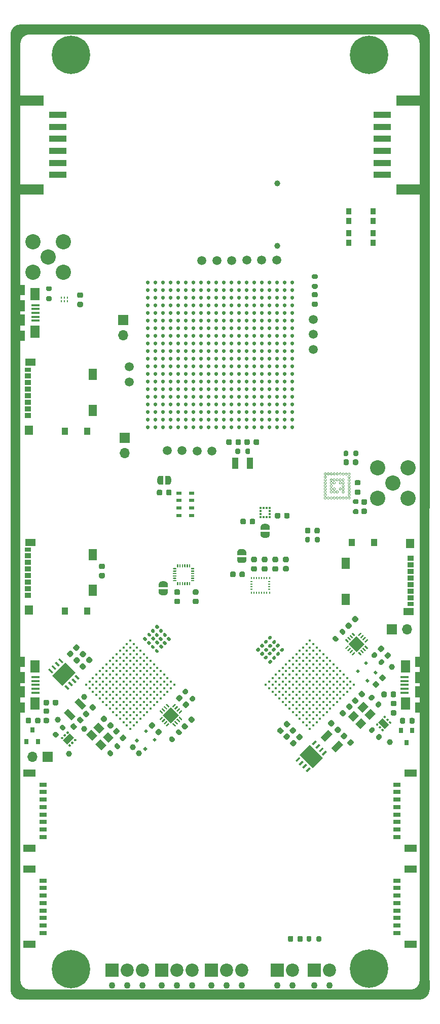
<source format=gbr>
%TF.GenerationSoftware,KiCad,Pcbnew,5.1.9-73d0e3b20d~88~ubuntu20.04.1*%
%TF.CreationDate,2021-04-18T22:57:39-05:00*%
%TF.ProjectId,FCB,4643422e-6b69-4636-9164-5f7063625858,rev?*%
%TF.SameCoordinates,Original*%
%TF.FileFunction,Soldermask,Top*%
%TF.FilePolarity,Negative*%
%FSLAX46Y46*%
G04 Gerber Fmt 4.6, Leading zero omitted, Abs format (unit mm)*
G04 Created by KiCad (PCBNEW 5.1.9-73d0e3b20d~88~ubuntu20.04.1) date 2021-04-18 22:57:39*
%MOMM*%
%LPD*%
G01*
G04 APERTURE LIST*
%ADD10C,0.150000*%
%ADD11C,0.100000*%
%ADD12R,2.150000X1.300000*%
%ADD13R,1.200000X0.800000*%
%ADD14C,1.000000*%
%ADD15C,1.500000*%
%ADD16R,0.900000X1.000000*%
%ADD17O,1.700000X1.700000*%
%ADD18R,1.700000X1.700000*%
%ADD19R,1.100000X0.850000*%
%ADD20R,1.100000X0.750000*%
%ADD21R,1.800000X1.170000*%
%ADD22R,1.350000X1.900000*%
%ADD23R,1.000000X1.200000*%
%ADD24R,1.350000X1.550000*%
%ADD25R,2.200000X2.200000*%
%ADD26C,1.100000*%
%ADD27C,2.200000*%
%ADD28C,2.540000*%
%ADD29R,3.000000X1.000000*%
%ADD30R,4.000000X1.800000*%
%ADD31R,1.100000X1.900000*%
%ADD32C,0.400000*%
%ADD33R,0.800000X0.900000*%
%ADD34R,1.900000X1.900000*%
%ADD35R,1.900000X1.800000*%
%ADD36R,1.600000X2.100000*%
%ADD37R,1.350000X0.400000*%
%ADD38R,0.200000X0.350000*%
%ADD39R,0.200000X0.300000*%
%ADD40R,0.950000X0.550000*%
%ADD41R,0.375000X0.350000*%
%ADD42R,0.350000X0.375000*%
%ADD43R,0.230000X0.350000*%
%ADD44R,0.350000X0.230000*%
%ADD45C,0.800000*%
%ADD46C,6.400000*%
G04 APERTURE END LIST*
D10*
G36*
X238300000Y-227400000D02*
G01*
X173100000Y-227400000D01*
X173100000Y-225900000D01*
X238300000Y-225900000D01*
X238300000Y-227400000D01*
G37*
X238300000Y-227400000D02*
X173100000Y-227400000D01*
X173100000Y-225900000D01*
X238300000Y-225900000D01*
X238300000Y-227400000D01*
X173100000Y-225900000D02*
G75*
G02*
X171500000Y-224300000I0J1600000D01*
G01*
G36*
X171600000Y-224900000D02*
G01*
X171800000Y-225300000D01*
X172100000Y-225600000D01*
X172500000Y-225800000D01*
X173100000Y-225900000D01*
X173100000Y-227400000D01*
X171600000Y-227400000D01*
X171200000Y-227300000D01*
X170800000Y-227100000D01*
X170400000Y-226800000D01*
X170100000Y-226200000D01*
X170000000Y-225800000D01*
X170000000Y-224400000D01*
X171500000Y-224400000D01*
X171600000Y-224900000D01*
G37*
X171600000Y-224900000D02*
X171800000Y-225300000D01*
X172100000Y-225600000D01*
X172500000Y-225800000D01*
X173100000Y-225900000D01*
X173100000Y-227400000D01*
X171600000Y-227400000D01*
X171200000Y-227300000D01*
X170800000Y-227100000D01*
X170400000Y-226800000D01*
X170100000Y-226200000D01*
X170000000Y-225800000D01*
X170000000Y-224400000D01*
X171500000Y-224400000D01*
X171600000Y-224900000D01*
G36*
X238300000Y-66500000D02*
G01*
X171600000Y-66500000D01*
X171600000Y-65000000D01*
X238300000Y-65000000D01*
X238300000Y-66500000D01*
G37*
X238300000Y-66500000D02*
X171600000Y-66500000D01*
X171600000Y-65000000D01*
X238300000Y-65000000D01*
X238300000Y-66500000D01*
X239850000Y-66600000D02*
G75*
G03*
X238250000Y-65000000I-1600000J0D01*
G01*
D11*
G36*
X238650000Y-65100000D02*
G01*
X239250000Y-65400000D01*
X239550000Y-65800000D01*
X239750000Y-66200000D01*
X239850000Y-66600000D01*
X239850000Y-68100000D01*
X238350000Y-68100000D01*
X238250000Y-67500000D01*
X238050000Y-67100000D01*
X237750000Y-66800000D01*
X237350000Y-66600000D01*
X236850000Y-66500000D01*
X236850000Y-65000000D01*
X238250000Y-65000000D01*
X238650000Y-65100000D01*
G37*
X238650000Y-65100000D02*
X239250000Y-65400000D01*
X239550000Y-65800000D01*
X239750000Y-66200000D01*
X239850000Y-66600000D01*
X239850000Y-68100000D01*
X238350000Y-68100000D01*
X238250000Y-67500000D01*
X238050000Y-67100000D01*
X237750000Y-66800000D01*
X237350000Y-66600000D01*
X236850000Y-66500000D01*
X236850000Y-65000000D01*
X238250000Y-65000000D01*
X238650000Y-65100000D01*
D10*
G36*
X173000000Y-66500000D02*
G01*
X172500000Y-66600000D01*
X172100000Y-66800000D01*
X171800000Y-67100000D01*
X171600000Y-67500000D01*
X171500000Y-68100000D01*
X170000000Y-68100000D01*
X170000000Y-66600000D01*
X170100000Y-66200000D01*
X170300000Y-65800000D01*
X170600000Y-65400000D01*
X171200000Y-65100000D01*
X171600000Y-65000000D01*
X173000000Y-65000000D01*
X173000000Y-66500000D01*
G37*
X173000000Y-66500000D02*
X172500000Y-66600000D01*
X172100000Y-66800000D01*
X171800000Y-67100000D01*
X171600000Y-67500000D01*
X171500000Y-68100000D01*
X170000000Y-68100000D01*
X170000000Y-66600000D01*
X170100000Y-66200000D01*
X170300000Y-65800000D01*
X170600000Y-65400000D01*
X171200000Y-65100000D01*
X171600000Y-65000000D01*
X173000000Y-65000000D01*
X173000000Y-66500000D01*
G36*
X171500000Y-225800000D02*
G01*
X170000000Y-225800000D01*
X170000000Y-66600000D01*
X171500000Y-66600000D01*
X171500000Y-225800000D01*
G37*
X171500000Y-225800000D02*
X170000000Y-225800000D01*
X170000000Y-66600000D01*
X171500000Y-66600000D01*
X171500000Y-225800000D01*
X238350000Y-68100000D02*
G75*
G03*
X236750000Y-66500000I-1600000J0D01*
G01*
X239850000Y-225800000D02*
G75*
G02*
X238250000Y-227400000I-1600000J0D01*
G01*
G36*
X239850000Y-225800000D02*
G01*
X239750000Y-226200000D01*
X239550000Y-226600000D01*
X239250000Y-227000000D01*
X238650000Y-227300000D01*
X238250000Y-227400000D01*
X236850000Y-227400000D01*
X236850000Y-225900000D01*
X237350000Y-225800000D01*
X237750000Y-225600000D01*
X238050000Y-225300000D01*
X238250000Y-224900000D01*
X238350000Y-224300000D01*
X239850000Y-224300000D01*
X239850000Y-225800000D01*
G37*
X239850000Y-225800000D02*
X239750000Y-226200000D01*
X239550000Y-226600000D01*
X239250000Y-227000000D01*
X238650000Y-227300000D01*
X238250000Y-227400000D01*
X236850000Y-227400000D01*
X236850000Y-225900000D01*
X237350000Y-225800000D01*
X237750000Y-225600000D01*
X238050000Y-225300000D01*
X238250000Y-224900000D01*
X238350000Y-224300000D01*
X239850000Y-224300000D01*
X239850000Y-225800000D01*
X171600000Y-227400000D02*
G75*
G02*
X170000000Y-225800000I0J1600000D01*
G01*
G36*
X239822400Y-225800000D02*
G01*
X238322400Y-225800000D01*
X238350000Y-66600000D01*
X239850000Y-66600000D01*
X239822400Y-225800000D01*
G37*
X239822400Y-225800000D02*
X238322400Y-225800000D01*
X238350000Y-66600000D01*
X239850000Y-66600000D01*
X239822400Y-225800000D01*
X238350000Y-224300000D02*
G75*
G02*
X236750000Y-225900000I-1600000J0D01*
G01*
X171500000Y-68100000D02*
G75*
G02*
X173100000Y-66500000I1600000J0D01*
G01*
X170000000Y-66600000D02*
G75*
G02*
X171600000Y-65000000I1600000J0D01*
G01*
D11*
%TO.C,U601*%
X226685000Y-143850000D02*
G75*
G03*
X226685000Y-143850000I-185000J0D01*
G01*
X226185000Y-143850000D02*
G75*
G03*
X226185000Y-143850000I-185000J0D01*
G01*
X225685000Y-143850000D02*
G75*
G03*
X225685000Y-143850000I-185000J0D01*
G01*
X225185000Y-143850000D02*
G75*
G03*
X225185000Y-143850000I-185000J0D01*
G01*
X224685000Y-143850000D02*
G75*
G03*
X224685000Y-143850000I-185000J0D01*
G01*
X224185000Y-143850000D02*
G75*
G03*
X224185000Y-143850000I-185000J0D01*
G01*
X223685000Y-143850000D02*
G75*
G03*
X223685000Y-143850000I-185000J0D01*
G01*
X223185000Y-143850000D02*
G75*
G03*
X223185000Y-143850000I-185000J0D01*
G01*
X226685000Y-143350000D02*
G75*
G03*
X226685000Y-143350000I-185000J0D01*
G01*
X226685000Y-142850000D02*
G75*
G03*
X226685000Y-142850000I-185000J0D01*
G01*
X226685000Y-142350000D02*
G75*
G03*
X226685000Y-142350000I-185000J0D01*
G01*
X226685000Y-141850000D02*
G75*
G03*
X226685000Y-141850000I-185000J0D01*
G01*
X226685000Y-141350000D02*
G75*
G03*
X226685000Y-141350000I-185000J0D01*
G01*
X226685000Y-140850000D02*
G75*
G03*
X226685000Y-140850000I-185000J0D01*
G01*
X226685000Y-140350000D02*
G75*
G03*
X226685000Y-140350000I-185000J0D01*
G01*
X226685000Y-139850000D02*
G75*
G03*
X226685000Y-139850000I-185000J0D01*
G01*
X226185000Y-139850000D02*
G75*
G03*
X226185000Y-139850000I-185000J0D01*
G01*
X225685000Y-139850000D02*
G75*
G03*
X225685000Y-139850000I-185000J0D01*
G01*
X225185000Y-139850000D02*
G75*
G03*
X225185000Y-139850000I-185000J0D01*
G01*
X224685000Y-139850000D02*
G75*
G03*
X224685000Y-139850000I-185000J0D01*
G01*
X224185000Y-139850000D02*
G75*
G03*
X224185000Y-139850000I-185000J0D01*
G01*
X223685000Y-139850000D02*
G75*
G03*
X223685000Y-139850000I-185000J0D01*
G01*
X223185000Y-139850000D02*
G75*
G03*
X223185000Y-139850000I-185000J0D01*
G01*
X222685000Y-139850000D02*
G75*
G03*
X222685000Y-139850000I-185000J0D01*
G01*
X222685000Y-140350000D02*
G75*
G03*
X222685000Y-140350000I-185000J0D01*
G01*
X222685000Y-140850000D02*
G75*
G03*
X222685000Y-140850000I-185000J0D01*
G01*
X222685000Y-141350000D02*
G75*
G03*
X222685000Y-141350000I-185000J0D01*
G01*
X222685000Y-141850000D02*
G75*
G03*
X222685000Y-141850000I-185000J0D01*
G01*
X222685000Y-142350000D02*
G75*
G03*
X222685000Y-142350000I-185000J0D01*
G01*
X222685000Y-142850000D02*
G75*
G03*
X222685000Y-142850000I-185000J0D01*
G01*
X222685000Y-143350000D02*
G75*
G03*
X222685000Y-143350000I-185000J0D01*
G01*
X222685000Y-143850000D02*
G75*
G03*
X222685000Y-143850000I-185000J0D01*
G01*
X225685000Y-140850000D02*
G75*
G03*
X225685000Y-140850000I-185000J0D01*
G01*
X225185000Y-140850000D02*
G75*
G03*
X225185000Y-140850000I-185000J0D01*
G01*
X224685000Y-140850000D02*
G75*
G03*
X224685000Y-140850000I-185000J0D01*
G01*
X224185000Y-140850000D02*
G75*
G03*
X224185000Y-140850000I-185000J0D01*
G01*
X223685000Y-140850000D02*
G75*
G03*
X223685000Y-140850000I-185000J0D01*
G01*
X225685000Y-141350000D02*
G75*
G03*
X225685000Y-141350000I-185000J0D01*
G01*
X225185000Y-141350000D02*
G75*
G03*
X225185000Y-141350000I-185000J0D01*
G01*
X224185000Y-141350000D02*
G75*
G03*
X224185000Y-141350000I-185000J0D01*
G01*
X223685000Y-141350000D02*
G75*
G03*
X223685000Y-141350000I-185000J0D01*
G01*
X225685000Y-141850000D02*
G75*
G03*
X225685000Y-141850000I-185000J0D01*
G01*
X223685000Y-141850000D02*
G75*
G03*
X223685000Y-141850000I-185000J0D01*
G01*
X225685000Y-142350000D02*
G75*
G03*
X225685000Y-142350000I-185000J0D01*
G01*
X225185000Y-142350000D02*
G75*
G03*
X225185000Y-142350000I-185000J0D01*
G01*
X224185000Y-142350000D02*
G75*
G03*
X224185000Y-142350000I-185000J0D01*
G01*
X223685000Y-142350000D02*
G75*
G03*
X223685000Y-142350000I-185000J0D01*
G01*
X225685000Y-142850000D02*
G75*
G03*
X225685000Y-142850000I-185000J0D01*
G01*
X224685000Y-142850000D02*
G75*
G03*
X224685000Y-142850000I-185000J0D01*
G01*
X224185000Y-142850000D02*
G75*
G03*
X224185000Y-142850000I-185000J0D01*
G01*
X223685000Y-142850000D02*
G75*
G03*
X223685000Y-142850000I-185000J0D01*
G01*
%TD*%
D12*
%TO.C,J104*%
X236745000Y-202275000D03*
X236745000Y-189725000D03*
D13*
X234450000Y-191625000D03*
X234450000Y-192875000D03*
X234450000Y-194125000D03*
X234450000Y-195375000D03*
X234450000Y-196625000D03*
X234450000Y-197875000D03*
X234450000Y-199125000D03*
X234450000Y-200375000D03*
%TD*%
D12*
%TO.C,J103*%
X236745000Y-218275000D03*
X236745000Y-205725000D03*
D13*
X234450000Y-207625000D03*
X234450000Y-208875000D03*
X234450000Y-210125000D03*
X234450000Y-211375000D03*
X234450000Y-212625000D03*
X234450000Y-213875000D03*
X234450000Y-215125000D03*
X234450000Y-216375000D03*
%TD*%
D12*
%TO.C,J102*%
X173055000Y-205725000D03*
X173055000Y-218275000D03*
D13*
X175350000Y-216375000D03*
X175350000Y-215125000D03*
X175350000Y-213875000D03*
X175350000Y-212625000D03*
X175350000Y-211375000D03*
X175350000Y-210125000D03*
X175350000Y-208875000D03*
X175350000Y-207625000D03*
%TD*%
D12*
%TO.C,J101*%
X173055000Y-189725000D03*
X173055000Y-202275000D03*
D13*
X175350000Y-200375000D03*
X175350000Y-199125000D03*
X175350000Y-197875000D03*
X175350000Y-196625000D03*
X175350000Y-195375000D03*
X175350000Y-194125000D03*
X175350000Y-192875000D03*
X175350000Y-191625000D03*
%TD*%
D14*
%TO.C,TP508*%
X179700000Y-186460000D03*
%TD*%
%TO.C,TP507*%
X177800000Y-180840000D03*
%TD*%
%TO.C,TP506*%
X182192000Y-177014000D03*
%TD*%
%TO.C,TP505*%
X182192000Y-182348000D03*
%TD*%
%TO.C,TP503*%
X190320000Y-185396000D03*
%TD*%
%TO.C,TP502*%
X191336000Y-186412000D03*
%TD*%
D15*
%TO.C,TP18*%
X214410000Y-104200000D03*
%TD*%
D16*
%TO.C,SW502*%
X226430000Y-99720000D03*
X226430000Y-101320000D03*
X230530000Y-99720000D03*
X230530000Y-101320000D03*
%TD*%
%TO.C,SW501*%
X230530000Y-97650000D03*
X230530000Y-96050000D03*
X226430000Y-97650000D03*
X226430000Y-96050000D03*
%TD*%
D17*
%TO.C,J6*%
X188720000Y-116720000D03*
D18*
X188720000Y-114180000D03*
%TD*%
D17*
%TO.C,J4*%
X189030000Y-136380000D03*
D18*
X189030000Y-133840000D03*
%TD*%
%TO.C,U401*%
G36*
G01*
X204290000Y-119038800D02*
X204290000Y-119038800D01*
G75*
G02*
X204616200Y-119365000I0J-326200D01*
G01*
X204616200Y-119365000D01*
G75*
G02*
X204290000Y-119691200I-326200J0D01*
G01*
X204290000Y-119691200D01*
G75*
G02*
X203963800Y-119365000I0J326200D01*
G01*
X203963800Y-119365000D01*
G75*
G02*
X204290000Y-119038800I326200J0D01*
G01*
G37*
G36*
G01*
X204290000Y-120308800D02*
X204290000Y-120308800D01*
G75*
G02*
X204616200Y-120635000I0J-326200D01*
G01*
X204616200Y-120635000D01*
G75*
G02*
X204290000Y-120961200I-326200J0D01*
G01*
X204290000Y-120961200D01*
G75*
G02*
X203963800Y-120635000I0J326200D01*
G01*
X203963800Y-120635000D01*
G75*
G02*
X204290000Y-120308800I326200J0D01*
G01*
G37*
G36*
G01*
X205560000Y-120308800D02*
X205560000Y-120308800D01*
G75*
G02*
X205886200Y-120635000I0J-326200D01*
G01*
X205886200Y-120635000D01*
G75*
G02*
X205560000Y-120961200I-326200J0D01*
G01*
X205560000Y-120961200D01*
G75*
G02*
X205233800Y-120635000I0J326200D01*
G01*
X205233800Y-120635000D01*
G75*
G02*
X205560000Y-120308800I326200J0D01*
G01*
G37*
G36*
G01*
X205560000Y-119038800D02*
X205560000Y-119038800D01*
G75*
G02*
X205886200Y-119365000I0J-326200D01*
G01*
X205886200Y-119365000D01*
G75*
G02*
X205560000Y-119691200I-326200J0D01*
G01*
X205560000Y-119691200D01*
G75*
G02*
X205233800Y-119365000I0J326200D01*
G01*
X205233800Y-119365000D01*
G75*
G02*
X205560000Y-119038800I326200J0D01*
G01*
G37*
G36*
G01*
X205560000Y-117768800D02*
X205560000Y-117768800D01*
G75*
G02*
X205886200Y-118095000I0J-326200D01*
G01*
X205886200Y-118095000D01*
G75*
G02*
X205560000Y-118421200I-326200J0D01*
G01*
X205560000Y-118421200D01*
G75*
G02*
X205233800Y-118095000I0J326200D01*
G01*
X205233800Y-118095000D01*
G75*
G02*
X205560000Y-117768800I326200J0D01*
G01*
G37*
G36*
G01*
X205560000Y-121578800D02*
X205560000Y-121578800D01*
G75*
G02*
X205886200Y-121905000I0J-326200D01*
G01*
X205886200Y-121905000D01*
G75*
G02*
X205560000Y-122231200I-326200J0D01*
G01*
X205560000Y-122231200D01*
G75*
G02*
X205233800Y-121905000I0J326200D01*
G01*
X205233800Y-121905000D01*
G75*
G02*
X205560000Y-121578800I326200J0D01*
G01*
G37*
G36*
G01*
X205560000Y-116498800D02*
X205560000Y-116498800D01*
G75*
G02*
X205886200Y-116825000I0J-326200D01*
G01*
X205886200Y-116825000D01*
G75*
G02*
X205560000Y-117151200I-326200J0D01*
G01*
X205560000Y-117151200D01*
G75*
G02*
X205233800Y-116825000I0J326200D01*
G01*
X205233800Y-116825000D01*
G75*
G02*
X205560000Y-116498800I326200J0D01*
G01*
G37*
G36*
G01*
X205560000Y-122848800D02*
X205560000Y-122848800D01*
G75*
G02*
X205886200Y-123175000I0J-326200D01*
G01*
X205886200Y-123175000D01*
G75*
G02*
X205560000Y-123501200I-326200J0D01*
G01*
X205560000Y-123501200D01*
G75*
G02*
X205233800Y-123175000I0J326200D01*
G01*
X205233800Y-123175000D01*
G75*
G02*
X205560000Y-122848800I326200J0D01*
G01*
G37*
G36*
G01*
X205560000Y-115228800D02*
X205560000Y-115228800D01*
G75*
G02*
X205886200Y-115555000I0J-326200D01*
G01*
X205886200Y-115555000D01*
G75*
G02*
X205560000Y-115881200I-326200J0D01*
G01*
X205560000Y-115881200D01*
G75*
G02*
X205233800Y-115555000I0J326200D01*
G01*
X205233800Y-115555000D01*
G75*
G02*
X205560000Y-115228800I326200J0D01*
G01*
G37*
G36*
G01*
X205560000Y-124118800D02*
X205560000Y-124118800D01*
G75*
G02*
X205886200Y-124445000I0J-326200D01*
G01*
X205886200Y-124445000D01*
G75*
G02*
X205560000Y-124771200I-326200J0D01*
G01*
X205560000Y-124771200D01*
G75*
G02*
X205233800Y-124445000I0J326200D01*
G01*
X205233800Y-124445000D01*
G75*
G02*
X205560000Y-124118800I326200J0D01*
G01*
G37*
G36*
G01*
X205560000Y-113958800D02*
X205560000Y-113958800D01*
G75*
G02*
X205886200Y-114285000I0J-326200D01*
G01*
X205886200Y-114285000D01*
G75*
G02*
X205560000Y-114611200I-326200J0D01*
G01*
X205560000Y-114611200D01*
G75*
G02*
X205233800Y-114285000I0J326200D01*
G01*
X205233800Y-114285000D01*
G75*
G02*
X205560000Y-113958800I326200J0D01*
G01*
G37*
G36*
G01*
X205560000Y-125388800D02*
X205560000Y-125388800D01*
G75*
G02*
X205886200Y-125715000I0J-326200D01*
G01*
X205886200Y-125715000D01*
G75*
G02*
X205560000Y-126041200I-326200J0D01*
G01*
X205560000Y-126041200D01*
G75*
G02*
X205233800Y-125715000I0J326200D01*
G01*
X205233800Y-125715000D01*
G75*
G02*
X205560000Y-125388800I326200J0D01*
G01*
G37*
G36*
G01*
X205560000Y-112688800D02*
X205560000Y-112688800D01*
G75*
G02*
X205886200Y-113015000I0J-326200D01*
G01*
X205886200Y-113015000D01*
G75*
G02*
X205560000Y-113341200I-326200J0D01*
G01*
X205560000Y-113341200D01*
G75*
G02*
X205233800Y-113015000I0J326200D01*
G01*
X205233800Y-113015000D01*
G75*
G02*
X205560000Y-112688800I326200J0D01*
G01*
G37*
G36*
G01*
X205560000Y-126658800D02*
X205560000Y-126658800D01*
G75*
G02*
X205886200Y-126985000I0J-326200D01*
G01*
X205886200Y-126985000D01*
G75*
G02*
X205560000Y-127311200I-326200J0D01*
G01*
X205560000Y-127311200D01*
G75*
G02*
X205233800Y-126985000I0J326200D01*
G01*
X205233800Y-126985000D01*
G75*
G02*
X205560000Y-126658800I326200J0D01*
G01*
G37*
G36*
G01*
X205233800Y-111745000D02*
X205233800Y-111745000D01*
G75*
G02*
X205560000Y-111418800I326200J0D01*
G01*
X205560000Y-111418800D01*
G75*
G02*
X205886200Y-111745000I0J-326200D01*
G01*
X205886200Y-111745000D01*
G75*
G02*
X205560000Y-112071200I-326200J0D01*
G01*
X205560000Y-112071200D01*
G75*
G02*
X205233800Y-111745000I0J326200D01*
G01*
G37*
G36*
G01*
X205560000Y-127928800D02*
X205560000Y-127928800D01*
G75*
G02*
X205886200Y-128255000I0J-326200D01*
G01*
X205886200Y-128255000D01*
G75*
G02*
X205560000Y-128581200I-326200J0D01*
G01*
X205560000Y-128581200D01*
G75*
G02*
X205233800Y-128255000I0J326200D01*
G01*
X205233800Y-128255000D01*
G75*
G02*
X205560000Y-127928800I326200J0D01*
G01*
G37*
G36*
G01*
X205233800Y-110475000D02*
X205233800Y-110475000D01*
G75*
G02*
X205560000Y-110148800I326200J0D01*
G01*
X205560000Y-110148800D01*
G75*
G02*
X205886200Y-110475000I0J-326200D01*
G01*
X205886200Y-110475000D01*
G75*
G02*
X205560000Y-110801200I-326200J0D01*
G01*
X205560000Y-110801200D01*
G75*
G02*
X205233800Y-110475000I0J326200D01*
G01*
G37*
G36*
G01*
X205560000Y-129198800D02*
X205560000Y-129198800D01*
G75*
G02*
X205886200Y-129525000I0J-326200D01*
G01*
X205886200Y-129525000D01*
G75*
G02*
X205560000Y-129851200I-326200J0D01*
G01*
X205560000Y-129851200D01*
G75*
G02*
X205233800Y-129525000I0J326200D01*
G01*
X205233800Y-129525000D01*
G75*
G02*
X205560000Y-129198800I326200J0D01*
G01*
G37*
G36*
G01*
X205233800Y-109205000D02*
X205233800Y-109205000D01*
G75*
G02*
X205560000Y-108878800I326200J0D01*
G01*
X205560000Y-108878800D01*
G75*
G02*
X205886200Y-109205000I0J-326200D01*
G01*
X205886200Y-109205000D01*
G75*
G02*
X205560000Y-109531200I-326200J0D01*
G01*
X205560000Y-109531200D01*
G75*
G02*
X205233800Y-109205000I0J326200D01*
G01*
G37*
G36*
G01*
X205560000Y-130468800D02*
X205560000Y-130468800D01*
G75*
G02*
X205886200Y-130795000I0J-326200D01*
G01*
X205886200Y-130795000D01*
G75*
G02*
X205560000Y-131121200I-326200J0D01*
G01*
X205560000Y-131121200D01*
G75*
G02*
X205233800Y-130795000I0J326200D01*
G01*
X205233800Y-130795000D01*
G75*
G02*
X205560000Y-130468800I326200J0D01*
G01*
G37*
G36*
G01*
X205233800Y-107935000D02*
X205233800Y-107935000D01*
G75*
G02*
X205560000Y-107608800I326200J0D01*
G01*
X205560000Y-107608800D01*
G75*
G02*
X205886200Y-107935000I0J-326200D01*
G01*
X205886200Y-107935000D01*
G75*
G02*
X205560000Y-108261200I-326200J0D01*
G01*
X205560000Y-108261200D01*
G75*
G02*
X205233800Y-107935000I0J326200D01*
G01*
G37*
G36*
G01*
X205560000Y-131738800D02*
X205560000Y-131738800D01*
G75*
G02*
X205886200Y-132065000I0J-326200D01*
G01*
X205886200Y-132065000D01*
G75*
G02*
X205560000Y-132391200I-326200J0D01*
G01*
X205560000Y-132391200D01*
G75*
G02*
X205233800Y-132065000I0J326200D01*
G01*
X205233800Y-132065000D01*
G75*
G02*
X205560000Y-131738800I326200J0D01*
G01*
G37*
G36*
G01*
X204290000Y-131738800D02*
X204290000Y-131738800D01*
G75*
G02*
X204616200Y-132065000I0J-326200D01*
G01*
X204616200Y-132065000D01*
G75*
G02*
X204290000Y-132391200I-326200J0D01*
G01*
X204290000Y-132391200D01*
G75*
G02*
X203963800Y-132065000I0J326200D01*
G01*
X203963800Y-132065000D01*
G75*
G02*
X204290000Y-131738800I326200J0D01*
G01*
G37*
G36*
G01*
X204290000Y-130468800D02*
X204290000Y-130468800D01*
G75*
G02*
X204616200Y-130795000I0J-326200D01*
G01*
X204616200Y-130795000D01*
G75*
G02*
X204290000Y-131121200I-326200J0D01*
G01*
X204290000Y-131121200D01*
G75*
G02*
X203963800Y-130795000I0J326200D01*
G01*
X203963800Y-130795000D01*
G75*
G02*
X204290000Y-130468800I326200J0D01*
G01*
G37*
G36*
G01*
X204290000Y-129198800D02*
X204290000Y-129198800D01*
G75*
G02*
X204616200Y-129525000I0J-326200D01*
G01*
X204616200Y-129525000D01*
G75*
G02*
X204290000Y-129851200I-326200J0D01*
G01*
X204290000Y-129851200D01*
G75*
G02*
X203963800Y-129525000I0J326200D01*
G01*
X203963800Y-129525000D01*
G75*
G02*
X204290000Y-129198800I326200J0D01*
G01*
G37*
G36*
G01*
X204290000Y-127928800D02*
X204290000Y-127928800D01*
G75*
G02*
X204616200Y-128255000I0J-326200D01*
G01*
X204616200Y-128255000D01*
G75*
G02*
X204290000Y-128581200I-326200J0D01*
G01*
X204290000Y-128581200D01*
G75*
G02*
X203963800Y-128255000I0J326200D01*
G01*
X203963800Y-128255000D01*
G75*
G02*
X204290000Y-127928800I326200J0D01*
G01*
G37*
G36*
G01*
X204290000Y-126658800D02*
X204290000Y-126658800D01*
G75*
G02*
X204616200Y-126985000I0J-326200D01*
G01*
X204616200Y-126985000D01*
G75*
G02*
X204290000Y-127311200I-326200J0D01*
G01*
X204290000Y-127311200D01*
G75*
G02*
X203963800Y-126985000I0J326200D01*
G01*
X203963800Y-126985000D01*
G75*
G02*
X204290000Y-126658800I326200J0D01*
G01*
G37*
G36*
G01*
X204290000Y-125388800D02*
X204290000Y-125388800D01*
G75*
G02*
X204616200Y-125715000I0J-326200D01*
G01*
X204616200Y-125715000D01*
G75*
G02*
X204290000Y-126041200I-326200J0D01*
G01*
X204290000Y-126041200D01*
G75*
G02*
X203963800Y-125715000I0J326200D01*
G01*
X203963800Y-125715000D01*
G75*
G02*
X204290000Y-125388800I326200J0D01*
G01*
G37*
G36*
G01*
X204290000Y-124118800D02*
X204290000Y-124118800D01*
G75*
G02*
X204616200Y-124445000I0J-326200D01*
G01*
X204616200Y-124445000D01*
G75*
G02*
X204290000Y-124771200I-326200J0D01*
G01*
X204290000Y-124771200D01*
G75*
G02*
X203963800Y-124445000I0J326200D01*
G01*
X203963800Y-124445000D01*
G75*
G02*
X204290000Y-124118800I326200J0D01*
G01*
G37*
G36*
G01*
X204290000Y-122848800D02*
X204290000Y-122848800D01*
G75*
G02*
X204616200Y-123175000I0J-326200D01*
G01*
X204616200Y-123175000D01*
G75*
G02*
X204290000Y-123501200I-326200J0D01*
G01*
X204290000Y-123501200D01*
G75*
G02*
X203963800Y-123175000I0J326200D01*
G01*
X203963800Y-123175000D01*
G75*
G02*
X204290000Y-122848800I326200J0D01*
G01*
G37*
G36*
G01*
X204290000Y-121578800D02*
X204290000Y-121578800D01*
G75*
G02*
X204616200Y-121905000I0J-326200D01*
G01*
X204616200Y-121905000D01*
G75*
G02*
X204290000Y-122231200I-326200J0D01*
G01*
X204290000Y-122231200D01*
G75*
G02*
X203963800Y-121905000I0J326200D01*
G01*
X203963800Y-121905000D01*
G75*
G02*
X204290000Y-121578800I326200J0D01*
G01*
G37*
G36*
G01*
X204290000Y-117768800D02*
X204290000Y-117768800D01*
G75*
G02*
X204616200Y-118095000I0J-326200D01*
G01*
X204616200Y-118095000D01*
G75*
G02*
X204290000Y-118421200I-326200J0D01*
G01*
X204290000Y-118421200D01*
G75*
G02*
X203963800Y-118095000I0J326200D01*
G01*
X203963800Y-118095000D01*
G75*
G02*
X204290000Y-117768800I326200J0D01*
G01*
G37*
G36*
G01*
X204290000Y-116498800D02*
X204290000Y-116498800D01*
G75*
G02*
X204616200Y-116825000I0J-326200D01*
G01*
X204616200Y-116825000D01*
G75*
G02*
X204290000Y-117151200I-326200J0D01*
G01*
X204290000Y-117151200D01*
G75*
G02*
X203963800Y-116825000I0J326200D01*
G01*
X203963800Y-116825000D01*
G75*
G02*
X204290000Y-116498800I326200J0D01*
G01*
G37*
G36*
G01*
X204290000Y-115228800D02*
X204290000Y-115228800D01*
G75*
G02*
X204616200Y-115555000I0J-326200D01*
G01*
X204616200Y-115555000D01*
G75*
G02*
X204290000Y-115881200I-326200J0D01*
G01*
X204290000Y-115881200D01*
G75*
G02*
X203963800Y-115555000I0J326200D01*
G01*
X203963800Y-115555000D01*
G75*
G02*
X204290000Y-115228800I326200J0D01*
G01*
G37*
G36*
G01*
X204290000Y-113958800D02*
X204290000Y-113958800D01*
G75*
G02*
X204616200Y-114285000I0J-326200D01*
G01*
X204616200Y-114285000D01*
G75*
G02*
X204290000Y-114611200I-326200J0D01*
G01*
X204290000Y-114611200D01*
G75*
G02*
X203963800Y-114285000I0J326200D01*
G01*
X203963800Y-114285000D01*
G75*
G02*
X204290000Y-113958800I326200J0D01*
G01*
G37*
G36*
G01*
X204290000Y-112688800D02*
X204290000Y-112688800D01*
G75*
G02*
X204616200Y-113015000I0J-326200D01*
G01*
X204616200Y-113015000D01*
G75*
G02*
X204290000Y-113341200I-326200J0D01*
G01*
X204290000Y-113341200D01*
G75*
G02*
X203963800Y-113015000I0J326200D01*
G01*
X203963800Y-113015000D01*
G75*
G02*
X204290000Y-112688800I326200J0D01*
G01*
G37*
G36*
G01*
X203963800Y-111745000D02*
X203963800Y-111745000D01*
G75*
G02*
X204290000Y-111418800I326200J0D01*
G01*
X204290000Y-111418800D01*
G75*
G02*
X204616200Y-111745000I0J-326200D01*
G01*
X204616200Y-111745000D01*
G75*
G02*
X204290000Y-112071200I-326200J0D01*
G01*
X204290000Y-112071200D01*
G75*
G02*
X203963800Y-111745000I0J326200D01*
G01*
G37*
G36*
G01*
X203963800Y-110475000D02*
X203963800Y-110475000D01*
G75*
G02*
X204290000Y-110148800I326200J0D01*
G01*
X204290000Y-110148800D01*
G75*
G02*
X204616200Y-110475000I0J-326200D01*
G01*
X204616200Y-110475000D01*
G75*
G02*
X204290000Y-110801200I-326200J0D01*
G01*
X204290000Y-110801200D01*
G75*
G02*
X203963800Y-110475000I0J326200D01*
G01*
G37*
G36*
G01*
X203963800Y-109205000D02*
X203963800Y-109205000D01*
G75*
G02*
X204290000Y-108878800I326200J0D01*
G01*
X204290000Y-108878800D01*
G75*
G02*
X204616200Y-109205000I0J-326200D01*
G01*
X204616200Y-109205000D01*
G75*
G02*
X204290000Y-109531200I-326200J0D01*
G01*
X204290000Y-109531200D01*
G75*
G02*
X203963800Y-109205000I0J326200D01*
G01*
G37*
G36*
G01*
X203963800Y-107935000D02*
X203963800Y-107935000D01*
G75*
G02*
X204290000Y-107608800I326200J0D01*
G01*
X204290000Y-107608800D01*
G75*
G02*
X204616200Y-107935000I0J-326200D01*
G01*
X204616200Y-107935000D01*
G75*
G02*
X204290000Y-108261200I-326200J0D01*
G01*
X204290000Y-108261200D01*
G75*
G02*
X203963800Y-107935000I0J326200D01*
G01*
G37*
G36*
G01*
X206830000Y-119038800D02*
X206830000Y-119038800D01*
G75*
G02*
X207156200Y-119365000I0J-326200D01*
G01*
X207156200Y-119365000D01*
G75*
G02*
X206830000Y-119691200I-326200J0D01*
G01*
X206830000Y-119691200D01*
G75*
G02*
X206503800Y-119365000I0J326200D01*
G01*
X206503800Y-119365000D01*
G75*
G02*
X206830000Y-119038800I326200J0D01*
G01*
G37*
G36*
G01*
X203020000Y-119038800D02*
X203020000Y-119038800D01*
G75*
G02*
X203346200Y-119365000I0J-326200D01*
G01*
X203346200Y-119365000D01*
G75*
G02*
X203020000Y-119691200I-326200J0D01*
G01*
X203020000Y-119691200D01*
G75*
G02*
X202693800Y-119365000I0J326200D01*
G01*
X202693800Y-119365000D01*
G75*
G02*
X203020000Y-119038800I326200J0D01*
G01*
G37*
G36*
G01*
X208100000Y-119038800D02*
X208100000Y-119038800D01*
G75*
G02*
X208426200Y-119365000I0J-326200D01*
G01*
X208426200Y-119365000D01*
G75*
G02*
X208100000Y-119691200I-326200J0D01*
G01*
X208100000Y-119691200D01*
G75*
G02*
X207773800Y-119365000I0J326200D01*
G01*
X207773800Y-119365000D01*
G75*
G02*
X208100000Y-119038800I326200J0D01*
G01*
G37*
G36*
G01*
X201750000Y-119038800D02*
X201750000Y-119038800D01*
G75*
G02*
X202076200Y-119365000I0J-326200D01*
G01*
X202076200Y-119365000D01*
G75*
G02*
X201750000Y-119691200I-326200J0D01*
G01*
X201750000Y-119691200D01*
G75*
G02*
X201423800Y-119365000I0J326200D01*
G01*
X201423800Y-119365000D01*
G75*
G02*
X201750000Y-119038800I326200J0D01*
G01*
G37*
G36*
G01*
X209370000Y-119038800D02*
X209370000Y-119038800D01*
G75*
G02*
X209696200Y-119365000I0J-326200D01*
G01*
X209696200Y-119365000D01*
G75*
G02*
X209370000Y-119691200I-326200J0D01*
G01*
X209370000Y-119691200D01*
G75*
G02*
X209043800Y-119365000I0J326200D01*
G01*
X209043800Y-119365000D01*
G75*
G02*
X209370000Y-119038800I326200J0D01*
G01*
G37*
G36*
G01*
X200480000Y-119038800D02*
X200480000Y-119038800D01*
G75*
G02*
X200806200Y-119365000I0J-326200D01*
G01*
X200806200Y-119365000D01*
G75*
G02*
X200480000Y-119691200I-326200J0D01*
G01*
X200480000Y-119691200D01*
G75*
G02*
X200153800Y-119365000I0J326200D01*
G01*
X200153800Y-119365000D01*
G75*
G02*
X200480000Y-119038800I326200J0D01*
G01*
G37*
G36*
G01*
X210640000Y-119038800D02*
X210640000Y-119038800D01*
G75*
G02*
X210966200Y-119365000I0J-326200D01*
G01*
X210966200Y-119365000D01*
G75*
G02*
X210640000Y-119691200I-326200J0D01*
G01*
X210640000Y-119691200D01*
G75*
G02*
X210313800Y-119365000I0J326200D01*
G01*
X210313800Y-119365000D01*
G75*
G02*
X210640000Y-119038800I326200J0D01*
G01*
G37*
G36*
G01*
X199210000Y-119038800D02*
X199210000Y-119038800D01*
G75*
G02*
X199536200Y-119365000I0J-326200D01*
G01*
X199536200Y-119365000D01*
G75*
G02*
X199210000Y-119691200I-326200J0D01*
G01*
X199210000Y-119691200D01*
G75*
G02*
X198883800Y-119365000I0J326200D01*
G01*
X198883800Y-119365000D01*
G75*
G02*
X199210000Y-119038800I326200J0D01*
G01*
G37*
G36*
G01*
X211910000Y-119038800D02*
X211910000Y-119038800D01*
G75*
G02*
X212236200Y-119365000I0J-326200D01*
G01*
X212236200Y-119365000D01*
G75*
G02*
X211910000Y-119691200I-326200J0D01*
G01*
X211910000Y-119691200D01*
G75*
G02*
X211583800Y-119365000I0J326200D01*
G01*
X211583800Y-119365000D01*
G75*
G02*
X211910000Y-119038800I326200J0D01*
G01*
G37*
G36*
G01*
X197940000Y-119038800D02*
X197940000Y-119038800D01*
G75*
G02*
X198266200Y-119365000I0J-326200D01*
G01*
X198266200Y-119365000D01*
G75*
G02*
X197940000Y-119691200I-326200J0D01*
G01*
X197940000Y-119691200D01*
G75*
G02*
X197613800Y-119365000I0J326200D01*
G01*
X197613800Y-119365000D01*
G75*
G02*
X197940000Y-119038800I326200J0D01*
G01*
G37*
G36*
G01*
X213180000Y-119038800D02*
X213180000Y-119038800D01*
G75*
G02*
X213506200Y-119365000I0J-326200D01*
G01*
X213506200Y-119365000D01*
G75*
G02*
X213180000Y-119691200I-326200J0D01*
G01*
X213180000Y-119691200D01*
G75*
G02*
X212853800Y-119365000I0J326200D01*
G01*
X212853800Y-119365000D01*
G75*
G02*
X213180000Y-119038800I326200J0D01*
G01*
G37*
G36*
G01*
X196670000Y-119038800D02*
X196670000Y-119038800D01*
G75*
G02*
X196996200Y-119365000I0J-326200D01*
G01*
X196996200Y-119365000D01*
G75*
G02*
X196670000Y-119691200I-326200J0D01*
G01*
X196670000Y-119691200D01*
G75*
G02*
X196343800Y-119365000I0J326200D01*
G01*
X196343800Y-119365000D01*
G75*
G02*
X196670000Y-119038800I326200J0D01*
G01*
G37*
G36*
G01*
X195400000Y-119038800D02*
X195400000Y-119038800D01*
G75*
G02*
X195726200Y-119365000I0J-326200D01*
G01*
X195726200Y-119365000D01*
G75*
G02*
X195400000Y-119691200I-326200J0D01*
G01*
X195400000Y-119691200D01*
G75*
G02*
X195073800Y-119365000I0J326200D01*
G01*
X195073800Y-119365000D01*
G75*
G02*
X195400000Y-119038800I326200J0D01*
G01*
G37*
G36*
G01*
X214450000Y-119038800D02*
X214450000Y-119038800D01*
G75*
G02*
X214776200Y-119365000I0J-326200D01*
G01*
X214776200Y-119365000D01*
G75*
G02*
X214450000Y-119691200I-326200J0D01*
G01*
X214450000Y-119691200D01*
G75*
G02*
X214123800Y-119365000I0J326200D01*
G01*
X214123800Y-119365000D01*
G75*
G02*
X214450000Y-119038800I326200J0D01*
G01*
G37*
G36*
G01*
X194130000Y-119038800D02*
X194130000Y-119038800D01*
G75*
G02*
X194456200Y-119365000I0J-326200D01*
G01*
X194456200Y-119365000D01*
G75*
G02*
X194130000Y-119691200I-326200J0D01*
G01*
X194130000Y-119691200D01*
G75*
G02*
X193803800Y-119365000I0J326200D01*
G01*
X193803800Y-119365000D01*
G75*
G02*
X194130000Y-119038800I326200J0D01*
G01*
G37*
G36*
G01*
X215720000Y-119038800D02*
X215720000Y-119038800D01*
G75*
G02*
X216046200Y-119365000I0J-326200D01*
G01*
X216046200Y-119365000D01*
G75*
G02*
X215720000Y-119691200I-326200J0D01*
G01*
X215720000Y-119691200D01*
G75*
G02*
X215393800Y-119365000I0J326200D01*
G01*
X215393800Y-119365000D01*
G75*
G02*
X215720000Y-119038800I326200J0D01*
G01*
G37*
G36*
G01*
X216990000Y-119038800D02*
X216990000Y-119038800D01*
G75*
G02*
X217316200Y-119365000I0J-326200D01*
G01*
X217316200Y-119365000D01*
G75*
G02*
X216990000Y-119691200I-326200J0D01*
G01*
X216990000Y-119691200D01*
G75*
G02*
X216663800Y-119365000I0J326200D01*
G01*
X216663800Y-119365000D01*
G75*
G02*
X216990000Y-119038800I326200J0D01*
G01*
G37*
G36*
G01*
X192860000Y-119038800D02*
X192860000Y-119038800D01*
G75*
G02*
X193186200Y-119365000I0J-326200D01*
G01*
X193186200Y-119365000D01*
G75*
G02*
X192860000Y-119691200I-326200J0D01*
G01*
X192860000Y-119691200D01*
G75*
G02*
X192533800Y-119365000I0J326200D01*
G01*
X192533800Y-119365000D01*
G75*
G02*
X192860000Y-119038800I326200J0D01*
G01*
G37*
G36*
G01*
X216990000Y-120308800D02*
X216990000Y-120308800D01*
G75*
G02*
X217316200Y-120635000I0J-326200D01*
G01*
X217316200Y-120635000D01*
G75*
G02*
X216990000Y-120961200I-326200J0D01*
G01*
X216990000Y-120961200D01*
G75*
G02*
X216663800Y-120635000I0J326200D01*
G01*
X216663800Y-120635000D01*
G75*
G02*
X216990000Y-120308800I326200J0D01*
G01*
G37*
G36*
G01*
X215720000Y-120308800D02*
X215720000Y-120308800D01*
G75*
G02*
X216046200Y-120635000I0J-326200D01*
G01*
X216046200Y-120635000D01*
G75*
G02*
X215720000Y-120961200I-326200J0D01*
G01*
X215720000Y-120961200D01*
G75*
G02*
X215393800Y-120635000I0J326200D01*
G01*
X215393800Y-120635000D01*
G75*
G02*
X215720000Y-120308800I326200J0D01*
G01*
G37*
G36*
G01*
X214450000Y-120308800D02*
X214450000Y-120308800D01*
G75*
G02*
X214776200Y-120635000I0J-326200D01*
G01*
X214776200Y-120635000D01*
G75*
G02*
X214450000Y-120961200I-326200J0D01*
G01*
X214450000Y-120961200D01*
G75*
G02*
X214123800Y-120635000I0J326200D01*
G01*
X214123800Y-120635000D01*
G75*
G02*
X214450000Y-120308800I326200J0D01*
G01*
G37*
G36*
G01*
X213180000Y-120308800D02*
X213180000Y-120308800D01*
G75*
G02*
X213506200Y-120635000I0J-326200D01*
G01*
X213506200Y-120635000D01*
G75*
G02*
X213180000Y-120961200I-326200J0D01*
G01*
X213180000Y-120961200D01*
G75*
G02*
X212853800Y-120635000I0J326200D01*
G01*
X212853800Y-120635000D01*
G75*
G02*
X213180000Y-120308800I326200J0D01*
G01*
G37*
G36*
G01*
X211910000Y-120308800D02*
X211910000Y-120308800D01*
G75*
G02*
X212236200Y-120635000I0J-326200D01*
G01*
X212236200Y-120635000D01*
G75*
G02*
X211910000Y-120961200I-326200J0D01*
G01*
X211910000Y-120961200D01*
G75*
G02*
X211583800Y-120635000I0J326200D01*
G01*
X211583800Y-120635000D01*
G75*
G02*
X211910000Y-120308800I326200J0D01*
G01*
G37*
G36*
G01*
X210640000Y-120308800D02*
X210640000Y-120308800D01*
G75*
G02*
X210966200Y-120635000I0J-326200D01*
G01*
X210966200Y-120635000D01*
G75*
G02*
X210640000Y-120961200I-326200J0D01*
G01*
X210640000Y-120961200D01*
G75*
G02*
X210313800Y-120635000I0J326200D01*
G01*
X210313800Y-120635000D01*
G75*
G02*
X210640000Y-120308800I326200J0D01*
G01*
G37*
G36*
G01*
X209370000Y-120308800D02*
X209370000Y-120308800D01*
G75*
G02*
X209696200Y-120635000I0J-326200D01*
G01*
X209696200Y-120635000D01*
G75*
G02*
X209370000Y-120961200I-326200J0D01*
G01*
X209370000Y-120961200D01*
G75*
G02*
X209043800Y-120635000I0J326200D01*
G01*
X209043800Y-120635000D01*
G75*
G02*
X209370000Y-120308800I326200J0D01*
G01*
G37*
G36*
G01*
X208100000Y-120308800D02*
X208100000Y-120308800D01*
G75*
G02*
X208426200Y-120635000I0J-326200D01*
G01*
X208426200Y-120635000D01*
G75*
G02*
X208100000Y-120961200I-326200J0D01*
G01*
X208100000Y-120961200D01*
G75*
G02*
X207773800Y-120635000I0J326200D01*
G01*
X207773800Y-120635000D01*
G75*
G02*
X208100000Y-120308800I326200J0D01*
G01*
G37*
G36*
G01*
X206830000Y-120308800D02*
X206830000Y-120308800D01*
G75*
G02*
X207156200Y-120635000I0J-326200D01*
G01*
X207156200Y-120635000D01*
G75*
G02*
X206830000Y-120961200I-326200J0D01*
G01*
X206830000Y-120961200D01*
G75*
G02*
X206503800Y-120635000I0J326200D01*
G01*
X206503800Y-120635000D01*
G75*
G02*
X206830000Y-120308800I326200J0D01*
G01*
G37*
G36*
G01*
X203020000Y-120308800D02*
X203020000Y-120308800D01*
G75*
G02*
X203346200Y-120635000I0J-326200D01*
G01*
X203346200Y-120635000D01*
G75*
G02*
X203020000Y-120961200I-326200J0D01*
G01*
X203020000Y-120961200D01*
G75*
G02*
X202693800Y-120635000I0J326200D01*
G01*
X202693800Y-120635000D01*
G75*
G02*
X203020000Y-120308800I326200J0D01*
G01*
G37*
G36*
G01*
X201750000Y-120308800D02*
X201750000Y-120308800D01*
G75*
G02*
X202076200Y-120635000I0J-326200D01*
G01*
X202076200Y-120635000D01*
G75*
G02*
X201750000Y-120961200I-326200J0D01*
G01*
X201750000Y-120961200D01*
G75*
G02*
X201423800Y-120635000I0J326200D01*
G01*
X201423800Y-120635000D01*
G75*
G02*
X201750000Y-120308800I326200J0D01*
G01*
G37*
G36*
G01*
X200480000Y-120308800D02*
X200480000Y-120308800D01*
G75*
G02*
X200806200Y-120635000I0J-326200D01*
G01*
X200806200Y-120635000D01*
G75*
G02*
X200480000Y-120961200I-326200J0D01*
G01*
X200480000Y-120961200D01*
G75*
G02*
X200153800Y-120635000I0J326200D01*
G01*
X200153800Y-120635000D01*
G75*
G02*
X200480000Y-120308800I326200J0D01*
G01*
G37*
G36*
G01*
X199210000Y-120308800D02*
X199210000Y-120308800D01*
G75*
G02*
X199536200Y-120635000I0J-326200D01*
G01*
X199536200Y-120635000D01*
G75*
G02*
X199210000Y-120961200I-326200J0D01*
G01*
X199210000Y-120961200D01*
G75*
G02*
X198883800Y-120635000I0J326200D01*
G01*
X198883800Y-120635000D01*
G75*
G02*
X199210000Y-120308800I326200J0D01*
G01*
G37*
G36*
G01*
X197940000Y-120308800D02*
X197940000Y-120308800D01*
G75*
G02*
X198266200Y-120635000I0J-326200D01*
G01*
X198266200Y-120635000D01*
G75*
G02*
X197940000Y-120961200I-326200J0D01*
G01*
X197940000Y-120961200D01*
G75*
G02*
X197613800Y-120635000I0J326200D01*
G01*
X197613800Y-120635000D01*
G75*
G02*
X197940000Y-120308800I326200J0D01*
G01*
G37*
G36*
G01*
X196670000Y-120308800D02*
X196670000Y-120308800D01*
G75*
G02*
X196996200Y-120635000I0J-326200D01*
G01*
X196996200Y-120635000D01*
G75*
G02*
X196670000Y-120961200I-326200J0D01*
G01*
X196670000Y-120961200D01*
G75*
G02*
X196343800Y-120635000I0J326200D01*
G01*
X196343800Y-120635000D01*
G75*
G02*
X196670000Y-120308800I326200J0D01*
G01*
G37*
G36*
G01*
X195400000Y-120308800D02*
X195400000Y-120308800D01*
G75*
G02*
X195726200Y-120635000I0J-326200D01*
G01*
X195726200Y-120635000D01*
G75*
G02*
X195400000Y-120961200I-326200J0D01*
G01*
X195400000Y-120961200D01*
G75*
G02*
X195073800Y-120635000I0J326200D01*
G01*
X195073800Y-120635000D01*
G75*
G02*
X195400000Y-120308800I326200J0D01*
G01*
G37*
G36*
G01*
X194130000Y-120308800D02*
X194130000Y-120308800D01*
G75*
G02*
X194456200Y-120635000I0J-326200D01*
G01*
X194456200Y-120635000D01*
G75*
G02*
X194130000Y-120961200I-326200J0D01*
G01*
X194130000Y-120961200D01*
G75*
G02*
X193803800Y-120635000I0J326200D01*
G01*
X193803800Y-120635000D01*
G75*
G02*
X194130000Y-120308800I326200J0D01*
G01*
G37*
G36*
G01*
X192860000Y-120308800D02*
X192860000Y-120308800D01*
G75*
G02*
X193186200Y-120635000I0J-326200D01*
G01*
X193186200Y-120635000D01*
G75*
G02*
X192860000Y-120961200I-326200J0D01*
G01*
X192860000Y-120961200D01*
G75*
G02*
X192533800Y-120635000I0J326200D01*
G01*
X192533800Y-120635000D01*
G75*
G02*
X192860000Y-120308800I326200J0D01*
G01*
G37*
G36*
G01*
X192860000Y-121578800D02*
X192860000Y-121578800D01*
G75*
G02*
X193186200Y-121905000I0J-326200D01*
G01*
X193186200Y-121905000D01*
G75*
G02*
X192860000Y-122231200I-326200J0D01*
G01*
X192860000Y-122231200D01*
G75*
G02*
X192533800Y-121905000I0J326200D01*
G01*
X192533800Y-121905000D01*
G75*
G02*
X192860000Y-121578800I326200J0D01*
G01*
G37*
G36*
G01*
X194130000Y-121578800D02*
X194130000Y-121578800D01*
G75*
G02*
X194456200Y-121905000I0J-326200D01*
G01*
X194456200Y-121905000D01*
G75*
G02*
X194130000Y-122231200I-326200J0D01*
G01*
X194130000Y-122231200D01*
G75*
G02*
X193803800Y-121905000I0J326200D01*
G01*
X193803800Y-121905000D01*
G75*
G02*
X194130000Y-121578800I326200J0D01*
G01*
G37*
G36*
G01*
X195400000Y-121578800D02*
X195400000Y-121578800D01*
G75*
G02*
X195726200Y-121905000I0J-326200D01*
G01*
X195726200Y-121905000D01*
G75*
G02*
X195400000Y-122231200I-326200J0D01*
G01*
X195400000Y-122231200D01*
G75*
G02*
X195073800Y-121905000I0J326200D01*
G01*
X195073800Y-121905000D01*
G75*
G02*
X195400000Y-121578800I326200J0D01*
G01*
G37*
G36*
G01*
X196670000Y-121578800D02*
X196670000Y-121578800D01*
G75*
G02*
X196996200Y-121905000I0J-326200D01*
G01*
X196996200Y-121905000D01*
G75*
G02*
X196670000Y-122231200I-326200J0D01*
G01*
X196670000Y-122231200D01*
G75*
G02*
X196343800Y-121905000I0J326200D01*
G01*
X196343800Y-121905000D01*
G75*
G02*
X196670000Y-121578800I326200J0D01*
G01*
G37*
G36*
G01*
X197940000Y-121578800D02*
X197940000Y-121578800D01*
G75*
G02*
X198266200Y-121905000I0J-326200D01*
G01*
X198266200Y-121905000D01*
G75*
G02*
X197940000Y-122231200I-326200J0D01*
G01*
X197940000Y-122231200D01*
G75*
G02*
X197613800Y-121905000I0J326200D01*
G01*
X197613800Y-121905000D01*
G75*
G02*
X197940000Y-121578800I326200J0D01*
G01*
G37*
G36*
G01*
X199210000Y-121578800D02*
X199210000Y-121578800D01*
G75*
G02*
X199536200Y-121905000I0J-326200D01*
G01*
X199536200Y-121905000D01*
G75*
G02*
X199210000Y-122231200I-326200J0D01*
G01*
X199210000Y-122231200D01*
G75*
G02*
X198883800Y-121905000I0J326200D01*
G01*
X198883800Y-121905000D01*
G75*
G02*
X199210000Y-121578800I326200J0D01*
G01*
G37*
G36*
G01*
X200480000Y-121578800D02*
X200480000Y-121578800D01*
G75*
G02*
X200806200Y-121905000I0J-326200D01*
G01*
X200806200Y-121905000D01*
G75*
G02*
X200480000Y-122231200I-326200J0D01*
G01*
X200480000Y-122231200D01*
G75*
G02*
X200153800Y-121905000I0J326200D01*
G01*
X200153800Y-121905000D01*
G75*
G02*
X200480000Y-121578800I326200J0D01*
G01*
G37*
G36*
G01*
X201750000Y-121578800D02*
X201750000Y-121578800D01*
G75*
G02*
X202076200Y-121905000I0J-326200D01*
G01*
X202076200Y-121905000D01*
G75*
G02*
X201750000Y-122231200I-326200J0D01*
G01*
X201750000Y-122231200D01*
G75*
G02*
X201423800Y-121905000I0J326200D01*
G01*
X201423800Y-121905000D01*
G75*
G02*
X201750000Y-121578800I326200J0D01*
G01*
G37*
G36*
G01*
X203020000Y-121578800D02*
X203020000Y-121578800D01*
G75*
G02*
X203346200Y-121905000I0J-326200D01*
G01*
X203346200Y-121905000D01*
G75*
G02*
X203020000Y-122231200I-326200J0D01*
G01*
X203020000Y-122231200D01*
G75*
G02*
X202693800Y-121905000I0J326200D01*
G01*
X202693800Y-121905000D01*
G75*
G02*
X203020000Y-121578800I326200J0D01*
G01*
G37*
G36*
G01*
X206830000Y-121578800D02*
X206830000Y-121578800D01*
G75*
G02*
X207156200Y-121905000I0J-326200D01*
G01*
X207156200Y-121905000D01*
G75*
G02*
X206830000Y-122231200I-326200J0D01*
G01*
X206830000Y-122231200D01*
G75*
G02*
X206503800Y-121905000I0J326200D01*
G01*
X206503800Y-121905000D01*
G75*
G02*
X206830000Y-121578800I326200J0D01*
G01*
G37*
G36*
G01*
X208100000Y-121578800D02*
X208100000Y-121578800D01*
G75*
G02*
X208426200Y-121905000I0J-326200D01*
G01*
X208426200Y-121905000D01*
G75*
G02*
X208100000Y-122231200I-326200J0D01*
G01*
X208100000Y-122231200D01*
G75*
G02*
X207773800Y-121905000I0J326200D01*
G01*
X207773800Y-121905000D01*
G75*
G02*
X208100000Y-121578800I326200J0D01*
G01*
G37*
G36*
G01*
X209370000Y-121578800D02*
X209370000Y-121578800D01*
G75*
G02*
X209696200Y-121905000I0J-326200D01*
G01*
X209696200Y-121905000D01*
G75*
G02*
X209370000Y-122231200I-326200J0D01*
G01*
X209370000Y-122231200D01*
G75*
G02*
X209043800Y-121905000I0J326200D01*
G01*
X209043800Y-121905000D01*
G75*
G02*
X209370000Y-121578800I326200J0D01*
G01*
G37*
G36*
G01*
X210640000Y-121578800D02*
X210640000Y-121578800D01*
G75*
G02*
X210966200Y-121905000I0J-326200D01*
G01*
X210966200Y-121905000D01*
G75*
G02*
X210640000Y-122231200I-326200J0D01*
G01*
X210640000Y-122231200D01*
G75*
G02*
X210313800Y-121905000I0J326200D01*
G01*
X210313800Y-121905000D01*
G75*
G02*
X210640000Y-121578800I326200J0D01*
G01*
G37*
G36*
G01*
X211910000Y-121578800D02*
X211910000Y-121578800D01*
G75*
G02*
X212236200Y-121905000I0J-326200D01*
G01*
X212236200Y-121905000D01*
G75*
G02*
X211910000Y-122231200I-326200J0D01*
G01*
X211910000Y-122231200D01*
G75*
G02*
X211583800Y-121905000I0J326200D01*
G01*
X211583800Y-121905000D01*
G75*
G02*
X211910000Y-121578800I326200J0D01*
G01*
G37*
G36*
G01*
X213180000Y-121578800D02*
X213180000Y-121578800D01*
G75*
G02*
X213506200Y-121905000I0J-326200D01*
G01*
X213506200Y-121905000D01*
G75*
G02*
X213180000Y-122231200I-326200J0D01*
G01*
X213180000Y-122231200D01*
G75*
G02*
X212853800Y-121905000I0J326200D01*
G01*
X212853800Y-121905000D01*
G75*
G02*
X213180000Y-121578800I326200J0D01*
G01*
G37*
G36*
G01*
X214450000Y-121578800D02*
X214450000Y-121578800D01*
G75*
G02*
X214776200Y-121905000I0J-326200D01*
G01*
X214776200Y-121905000D01*
G75*
G02*
X214450000Y-122231200I-326200J0D01*
G01*
X214450000Y-122231200D01*
G75*
G02*
X214123800Y-121905000I0J326200D01*
G01*
X214123800Y-121905000D01*
G75*
G02*
X214450000Y-121578800I326200J0D01*
G01*
G37*
G36*
G01*
X215720000Y-121578800D02*
X215720000Y-121578800D01*
G75*
G02*
X216046200Y-121905000I0J-326200D01*
G01*
X216046200Y-121905000D01*
G75*
G02*
X215720000Y-122231200I-326200J0D01*
G01*
X215720000Y-122231200D01*
G75*
G02*
X215393800Y-121905000I0J326200D01*
G01*
X215393800Y-121905000D01*
G75*
G02*
X215720000Y-121578800I326200J0D01*
G01*
G37*
G36*
G01*
X216990000Y-121578800D02*
X216990000Y-121578800D01*
G75*
G02*
X217316200Y-121905000I0J-326200D01*
G01*
X217316200Y-121905000D01*
G75*
G02*
X216990000Y-122231200I-326200J0D01*
G01*
X216990000Y-122231200D01*
G75*
G02*
X216663800Y-121905000I0J326200D01*
G01*
X216663800Y-121905000D01*
G75*
G02*
X216990000Y-121578800I326200J0D01*
G01*
G37*
G36*
G01*
X216990000Y-117768800D02*
X216990000Y-117768800D01*
G75*
G02*
X217316200Y-118095000I0J-326200D01*
G01*
X217316200Y-118095000D01*
G75*
G02*
X216990000Y-118421200I-326200J0D01*
G01*
X216990000Y-118421200D01*
G75*
G02*
X216663800Y-118095000I0J326200D01*
G01*
X216663800Y-118095000D01*
G75*
G02*
X216990000Y-117768800I326200J0D01*
G01*
G37*
G36*
G01*
X215720000Y-117768800D02*
X215720000Y-117768800D01*
G75*
G02*
X216046200Y-118095000I0J-326200D01*
G01*
X216046200Y-118095000D01*
G75*
G02*
X215720000Y-118421200I-326200J0D01*
G01*
X215720000Y-118421200D01*
G75*
G02*
X215393800Y-118095000I0J326200D01*
G01*
X215393800Y-118095000D01*
G75*
G02*
X215720000Y-117768800I326200J0D01*
G01*
G37*
G36*
G01*
X214450000Y-117768800D02*
X214450000Y-117768800D01*
G75*
G02*
X214776200Y-118095000I0J-326200D01*
G01*
X214776200Y-118095000D01*
G75*
G02*
X214450000Y-118421200I-326200J0D01*
G01*
X214450000Y-118421200D01*
G75*
G02*
X214123800Y-118095000I0J326200D01*
G01*
X214123800Y-118095000D01*
G75*
G02*
X214450000Y-117768800I326200J0D01*
G01*
G37*
G36*
G01*
X213180000Y-117768800D02*
X213180000Y-117768800D01*
G75*
G02*
X213506200Y-118095000I0J-326200D01*
G01*
X213506200Y-118095000D01*
G75*
G02*
X213180000Y-118421200I-326200J0D01*
G01*
X213180000Y-118421200D01*
G75*
G02*
X212853800Y-118095000I0J326200D01*
G01*
X212853800Y-118095000D01*
G75*
G02*
X213180000Y-117768800I326200J0D01*
G01*
G37*
G36*
G01*
X211910000Y-117768800D02*
X211910000Y-117768800D01*
G75*
G02*
X212236200Y-118095000I0J-326200D01*
G01*
X212236200Y-118095000D01*
G75*
G02*
X211910000Y-118421200I-326200J0D01*
G01*
X211910000Y-118421200D01*
G75*
G02*
X211583800Y-118095000I0J326200D01*
G01*
X211583800Y-118095000D01*
G75*
G02*
X211910000Y-117768800I326200J0D01*
G01*
G37*
G36*
G01*
X210640000Y-117768800D02*
X210640000Y-117768800D01*
G75*
G02*
X210966200Y-118095000I0J-326200D01*
G01*
X210966200Y-118095000D01*
G75*
G02*
X210640000Y-118421200I-326200J0D01*
G01*
X210640000Y-118421200D01*
G75*
G02*
X210313800Y-118095000I0J326200D01*
G01*
X210313800Y-118095000D01*
G75*
G02*
X210640000Y-117768800I326200J0D01*
G01*
G37*
G36*
G01*
X209370000Y-117768800D02*
X209370000Y-117768800D01*
G75*
G02*
X209696200Y-118095000I0J-326200D01*
G01*
X209696200Y-118095000D01*
G75*
G02*
X209370000Y-118421200I-326200J0D01*
G01*
X209370000Y-118421200D01*
G75*
G02*
X209043800Y-118095000I0J326200D01*
G01*
X209043800Y-118095000D01*
G75*
G02*
X209370000Y-117768800I326200J0D01*
G01*
G37*
G36*
G01*
X208100000Y-117768800D02*
X208100000Y-117768800D01*
G75*
G02*
X208426200Y-118095000I0J-326200D01*
G01*
X208426200Y-118095000D01*
G75*
G02*
X208100000Y-118421200I-326200J0D01*
G01*
X208100000Y-118421200D01*
G75*
G02*
X207773800Y-118095000I0J326200D01*
G01*
X207773800Y-118095000D01*
G75*
G02*
X208100000Y-117768800I326200J0D01*
G01*
G37*
G36*
G01*
X206830000Y-117768800D02*
X206830000Y-117768800D01*
G75*
G02*
X207156200Y-118095000I0J-326200D01*
G01*
X207156200Y-118095000D01*
G75*
G02*
X206830000Y-118421200I-326200J0D01*
G01*
X206830000Y-118421200D01*
G75*
G02*
X206503800Y-118095000I0J326200D01*
G01*
X206503800Y-118095000D01*
G75*
G02*
X206830000Y-117768800I326200J0D01*
G01*
G37*
G36*
G01*
X203020000Y-117768800D02*
X203020000Y-117768800D01*
G75*
G02*
X203346200Y-118095000I0J-326200D01*
G01*
X203346200Y-118095000D01*
G75*
G02*
X203020000Y-118421200I-326200J0D01*
G01*
X203020000Y-118421200D01*
G75*
G02*
X202693800Y-118095000I0J326200D01*
G01*
X202693800Y-118095000D01*
G75*
G02*
X203020000Y-117768800I326200J0D01*
G01*
G37*
G36*
G01*
X201750000Y-117768800D02*
X201750000Y-117768800D01*
G75*
G02*
X202076200Y-118095000I0J-326200D01*
G01*
X202076200Y-118095000D01*
G75*
G02*
X201750000Y-118421200I-326200J0D01*
G01*
X201750000Y-118421200D01*
G75*
G02*
X201423800Y-118095000I0J326200D01*
G01*
X201423800Y-118095000D01*
G75*
G02*
X201750000Y-117768800I326200J0D01*
G01*
G37*
G36*
G01*
X200480000Y-117768800D02*
X200480000Y-117768800D01*
G75*
G02*
X200806200Y-118095000I0J-326200D01*
G01*
X200806200Y-118095000D01*
G75*
G02*
X200480000Y-118421200I-326200J0D01*
G01*
X200480000Y-118421200D01*
G75*
G02*
X200153800Y-118095000I0J326200D01*
G01*
X200153800Y-118095000D01*
G75*
G02*
X200480000Y-117768800I326200J0D01*
G01*
G37*
G36*
G01*
X199210000Y-117768800D02*
X199210000Y-117768800D01*
G75*
G02*
X199536200Y-118095000I0J-326200D01*
G01*
X199536200Y-118095000D01*
G75*
G02*
X199210000Y-118421200I-326200J0D01*
G01*
X199210000Y-118421200D01*
G75*
G02*
X198883800Y-118095000I0J326200D01*
G01*
X198883800Y-118095000D01*
G75*
G02*
X199210000Y-117768800I326200J0D01*
G01*
G37*
G36*
G01*
X197940000Y-117768800D02*
X197940000Y-117768800D01*
G75*
G02*
X198266200Y-118095000I0J-326200D01*
G01*
X198266200Y-118095000D01*
G75*
G02*
X197940000Y-118421200I-326200J0D01*
G01*
X197940000Y-118421200D01*
G75*
G02*
X197613800Y-118095000I0J326200D01*
G01*
X197613800Y-118095000D01*
G75*
G02*
X197940000Y-117768800I326200J0D01*
G01*
G37*
G36*
G01*
X196670000Y-117768800D02*
X196670000Y-117768800D01*
G75*
G02*
X196996200Y-118095000I0J-326200D01*
G01*
X196996200Y-118095000D01*
G75*
G02*
X196670000Y-118421200I-326200J0D01*
G01*
X196670000Y-118421200D01*
G75*
G02*
X196343800Y-118095000I0J326200D01*
G01*
X196343800Y-118095000D01*
G75*
G02*
X196670000Y-117768800I326200J0D01*
G01*
G37*
G36*
G01*
X195400000Y-117768800D02*
X195400000Y-117768800D01*
G75*
G02*
X195726200Y-118095000I0J-326200D01*
G01*
X195726200Y-118095000D01*
G75*
G02*
X195400000Y-118421200I-326200J0D01*
G01*
X195400000Y-118421200D01*
G75*
G02*
X195073800Y-118095000I0J326200D01*
G01*
X195073800Y-118095000D01*
G75*
G02*
X195400000Y-117768800I326200J0D01*
G01*
G37*
G36*
G01*
X194130000Y-117768800D02*
X194130000Y-117768800D01*
G75*
G02*
X194456200Y-118095000I0J-326200D01*
G01*
X194456200Y-118095000D01*
G75*
G02*
X194130000Y-118421200I-326200J0D01*
G01*
X194130000Y-118421200D01*
G75*
G02*
X193803800Y-118095000I0J326200D01*
G01*
X193803800Y-118095000D01*
G75*
G02*
X194130000Y-117768800I326200J0D01*
G01*
G37*
G36*
G01*
X192860000Y-117768800D02*
X192860000Y-117768800D01*
G75*
G02*
X193186200Y-118095000I0J-326200D01*
G01*
X193186200Y-118095000D01*
G75*
G02*
X192860000Y-118421200I-326200J0D01*
G01*
X192860000Y-118421200D01*
G75*
G02*
X192533800Y-118095000I0J326200D01*
G01*
X192533800Y-118095000D01*
G75*
G02*
X192860000Y-117768800I326200J0D01*
G01*
G37*
G36*
G01*
X192860000Y-116498800D02*
X192860000Y-116498800D01*
G75*
G02*
X193186200Y-116825000I0J-326200D01*
G01*
X193186200Y-116825000D01*
G75*
G02*
X192860000Y-117151200I-326200J0D01*
G01*
X192860000Y-117151200D01*
G75*
G02*
X192533800Y-116825000I0J326200D01*
G01*
X192533800Y-116825000D01*
G75*
G02*
X192860000Y-116498800I326200J0D01*
G01*
G37*
G36*
G01*
X194130000Y-116498800D02*
X194130000Y-116498800D01*
G75*
G02*
X194456200Y-116825000I0J-326200D01*
G01*
X194456200Y-116825000D01*
G75*
G02*
X194130000Y-117151200I-326200J0D01*
G01*
X194130000Y-117151200D01*
G75*
G02*
X193803800Y-116825000I0J326200D01*
G01*
X193803800Y-116825000D01*
G75*
G02*
X194130000Y-116498800I326200J0D01*
G01*
G37*
G36*
G01*
X195400000Y-116498800D02*
X195400000Y-116498800D01*
G75*
G02*
X195726200Y-116825000I0J-326200D01*
G01*
X195726200Y-116825000D01*
G75*
G02*
X195400000Y-117151200I-326200J0D01*
G01*
X195400000Y-117151200D01*
G75*
G02*
X195073800Y-116825000I0J326200D01*
G01*
X195073800Y-116825000D01*
G75*
G02*
X195400000Y-116498800I326200J0D01*
G01*
G37*
G36*
G01*
X196670000Y-116498800D02*
X196670000Y-116498800D01*
G75*
G02*
X196996200Y-116825000I0J-326200D01*
G01*
X196996200Y-116825000D01*
G75*
G02*
X196670000Y-117151200I-326200J0D01*
G01*
X196670000Y-117151200D01*
G75*
G02*
X196343800Y-116825000I0J326200D01*
G01*
X196343800Y-116825000D01*
G75*
G02*
X196670000Y-116498800I326200J0D01*
G01*
G37*
G36*
G01*
X197940000Y-116498800D02*
X197940000Y-116498800D01*
G75*
G02*
X198266200Y-116825000I0J-326200D01*
G01*
X198266200Y-116825000D01*
G75*
G02*
X197940000Y-117151200I-326200J0D01*
G01*
X197940000Y-117151200D01*
G75*
G02*
X197613800Y-116825000I0J326200D01*
G01*
X197613800Y-116825000D01*
G75*
G02*
X197940000Y-116498800I326200J0D01*
G01*
G37*
G36*
G01*
X199210000Y-116498800D02*
X199210000Y-116498800D01*
G75*
G02*
X199536200Y-116825000I0J-326200D01*
G01*
X199536200Y-116825000D01*
G75*
G02*
X199210000Y-117151200I-326200J0D01*
G01*
X199210000Y-117151200D01*
G75*
G02*
X198883800Y-116825000I0J326200D01*
G01*
X198883800Y-116825000D01*
G75*
G02*
X199210000Y-116498800I326200J0D01*
G01*
G37*
G36*
G01*
X200480000Y-116498800D02*
X200480000Y-116498800D01*
G75*
G02*
X200806200Y-116825000I0J-326200D01*
G01*
X200806200Y-116825000D01*
G75*
G02*
X200480000Y-117151200I-326200J0D01*
G01*
X200480000Y-117151200D01*
G75*
G02*
X200153800Y-116825000I0J326200D01*
G01*
X200153800Y-116825000D01*
G75*
G02*
X200480000Y-116498800I326200J0D01*
G01*
G37*
G36*
G01*
X201750000Y-116498800D02*
X201750000Y-116498800D01*
G75*
G02*
X202076200Y-116825000I0J-326200D01*
G01*
X202076200Y-116825000D01*
G75*
G02*
X201750000Y-117151200I-326200J0D01*
G01*
X201750000Y-117151200D01*
G75*
G02*
X201423800Y-116825000I0J326200D01*
G01*
X201423800Y-116825000D01*
G75*
G02*
X201750000Y-116498800I326200J0D01*
G01*
G37*
G36*
G01*
X203020000Y-116498800D02*
X203020000Y-116498800D01*
G75*
G02*
X203346200Y-116825000I0J-326200D01*
G01*
X203346200Y-116825000D01*
G75*
G02*
X203020000Y-117151200I-326200J0D01*
G01*
X203020000Y-117151200D01*
G75*
G02*
X202693800Y-116825000I0J326200D01*
G01*
X202693800Y-116825000D01*
G75*
G02*
X203020000Y-116498800I326200J0D01*
G01*
G37*
G36*
G01*
X206830000Y-116498800D02*
X206830000Y-116498800D01*
G75*
G02*
X207156200Y-116825000I0J-326200D01*
G01*
X207156200Y-116825000D01*
G75*
G02*
X206830000Y-117151200I-326200J0D01*
G01*
X206830000Y-117151200D01*
G75*
G02*
X206503800Y-116825000I0J326200D01*
G01*
X206503800Y-116825000D01*
G75*
G02*
X206830000Y-116498800I326200J0D01*
G01*
G37*
G36*
G01*
X208100000Y-116498800D02*
X208100000Y-116498800D01*
G75*
G02*
X208426200Y-116825000I0J-326200D01*
G01*
X208426200Y-116825000D01*
G75*
G02*
X208100000Y-117151200I-326200J0D01*
G01*
X208100000Y-117151200D01*
G75*
G02*
X207773800Y-116825000I0J326200D01*
G01*
X207773800Y-116825000D01*
G75*
G02*
X208100000Y-116498800I326200J0D01*
G01*
G37*
G36*
G01*
X209370000Y-116498800D02*
X209370000Y-116498800D01*
G75*
G02*
X209696200Y-116825000I0J-326200D01*
G01*
X209696200Y-116825000D01*
G75*
G02*
X209370000Y-117151200I-326200J0D01*
G01*
X209370000Y-117151200D01*
G75*
G02*
X209043800Y-116825000I0J326200D01*
G01*
X209043800Y-116825000D01*
G75*
G02*
X209370000Y-116498800I326200J0D01*
G01*
G37*
G36*
G01*
X210640000Y-116498800D02*
X210640000Y-116498800D01*
G75*
G02*
X210966200Y-116825000I0J-326200D01*
G01*
X210966200Y-116825000D01*
G75*
G02*
X210640000Y-117151200I-326200J0D01*
G01*
X210640000Y-117151200D01*
G75*
G02*
X210313800Y-116825000I0J326200D01*
G01*
X210313800Y-116825000D01*
G75*
G02*
X210640000Y-116498800I326200J0D01*
G01*
G37*
G36*
G01*
X211910000Y-116498800D02*
X211910000Y-116498800D01*
G75*
G02*
X212236200Y-116825000I0J-326200D01*
G01*
X212236200Y-116825000D01*
G75*
G02*
X211910000Y-117151200I-326200J0D01*
G01*
X211910000Y-117151200D01*
G75*
G02*
X211583800Y-116825000I0J326200D01*
G01*
X211583800Y-116825000D01*
G75*
G02*
X211910000Y-116498800I326200J0D01*
G01*
G37*
G36*
G01*
X213180000Y-116498800D02*
X213180000Y-116498800D01*
G75*
G02*
X213506200Y-116825000I0J-326200D01*
G01*
X213506200Y-116825000D01*
G75*
G02*
X213180000Y-117151200I-326200J0D01*
G01*
X213180000Y-117151200D01*
G75*
G02*
X212853800Y-116825000I0J326200D01*
G01*
X212853800Y-116825000D01*
G75*
G02*
X213180000Y-116498800I326200J0D01*
G01*
G37*
G36*
G01*
X214450000Y-116498800D02*
X214450000Y-116498800D01*
G75*
G02*
X214776200Y-116825000I0J-326200D01*
G01*
X214776200Y-116825000D01*
G75*
G02*
X214450000Y-117151200I-326200J0D01*
G01*
X214450000Y-117151200D01*
G75*
G02*
X214123800Y-116825000I0J326200D01*
G01*
X214123800Y-116825000D01*
G75*
G02*
X214450000Y-116498800I326200J0D01*
G01*
G37*
G36*
G01*
X215720000Y-116498800D02*
X215720000Y-116498800D01*
G75*
G02*
X216046200Y-116825000I0J-326200D01*
G01*
X216046200Y-116825000D01*
G75*
G02*
X215720000Y-117151200I-326200J0D01*
G01*
X215720000Y-117151200D01*
G75*
G02*
X215393800Y-116825000I0J326200D01*
G01*
X215393800Y-116825000D01*
G75*
G02*
X215720000Y-116498800I326200J0D01*
G01*
G37*
G36*
G01*
X216990000Y-116498800D02*
X216990000Y-116498800D01*
G75*
G02*
X217316200Y-116825000I0J-326200D01*
G01*
X217316200Y-116825000D01*
G75*
G02*
X216990000Y-117151200I-326200J0D01*
G01*
X216990000Y-117151200D01*
G75*
G02*
X216663800Y-116825000I0J326200D01*
G01*
X216663800Y-116825000D01*
G75*
G02*
X216990000Y-116498800I326200J0D01*
G01*
G37*
G36*
G01*
X216990000Y-122848800D02*
X216990000Y-122848800D01*
G75*
G02*
X217316200Y-123175000I0J-326200D01*
G01*
X217316200Y-123175000D01*
G75*
G02*
X216990000Y-123501200I-326200J0D01*
G01*
X216990000Y-123501200D01*
G75*
G02*
X216663800Y-123175000I0J326200D01*
G01*
X216663800Y-123175000D01*
G75*
G02*
X216990000Y-122848800I326200J0D01*
G01*
G37*
G36*
G01*
X215720000Y-122848800D02*
X215720000Y-122848800D01*
G75*
G02*
X216046200Y-123175000I0J-326200D01*
G01*
X216046200Y-123175000D01*
G75*
G02*
X215720000Y-123501200I-326200J0D01*
G01*
X215720000Y-123501200D01*
G75*
G02*
X215393800Y-123175000I0J326200D01*
G01*
X215393800Y-123175000D01*
G75*
G02*
X215720000Y-122848800I326200J0D01*
G01*
G37*
G36*
G01*
X214450000Y-122848800D02*
X214450000Y-122848800D01*
G75*
G02*
X214776200Y-123175000I0J-326200D01*
G01*
X214776200Y-123175000D01*
G75*
G02*
X214450000Y-123501200I-326200J0D01*
G01*
X214450000Y-123501200D01*
G75*
G02*
X214123800Y-123175000I0J326200D01*
G01*
X214123800Y-123175000D01*
G75*
G02*
X214450000Y-122848800I326200J0D01*
G01*
G37*
G36*
G01*
X213180000Y-122848800D02*
X213180000Y-122848800D01*
G75*
G02*
X213506200Y-123175000I0J-326200D01*
G01*
X213506200Y-123175000D01*
G75*
G02*
X213180000Y-123501200I-326200J0D01*
G01*
X213180000Y-123501200D01*
G75*
G02*
X212853800Y-123175000I0J326200D01*
G01*
X212853800Y-123175000D01*
G75*
G02*
X213180000Y-122848800I326200J0D01*
G01*
G37*
G36*
G01*
X211910000Y-122848800D02*
X211910000Y-122848800D01*
G75*
G02*
X212236200Y-123175000I0J-326200D01*
G01*
X212236200Y-123175000D01*
G75*
G02*
X211910000Y-123501200I-326200J0D01*
G01*
X211910000Y-123501200D01*
G75*
G02*
X211583800Y-123175000I0J326200D01*
G01*
X211583800Y-123175000D01*
G75*
G02*
X211910000Y-122848800I326200J0D01*
G01*
G37*
G36*
G01*
X210640000Y-122848800D02*
X210640000Y-122848800D01*
G75*
G02*
X210966200Y-123175000I0J-326200D01*
G01*
X210966200Y-123175000D01*
G75*
G02*
X210640000Y-123501200I-326200J0D01*
G01*
X210640000Y-123501200D01*
G75*
G02*
X210313800Y-123175000I0J326200D01*
G01*
X210313800Y-123175000D01*
G75*
G02*
X210640000Y-122848800I326200J0D01*
G01*
G37*
G36*
G01*
X209370000Y-122848800D02*
X209370000Y-122848800D01*
G75*
G02*
X209696200Y-123175000I0J-326200D01*
G01*
X209696200Y-123175000D01*
G75*
G02*
X209370000Y-123501200I-326200J0D01*
G01*
X209370000Y-123501200D01*
G75*
G02*
X209043800Y-123175000I0J326200D01*
G01*
X209043800Y-123175000D01*
G75*
G02*
X209370000Y-122848800I326200J0D01*
G01*
G37*
G36*
G01*
X208100000Y-122848800D02*
X208100000Y-122848800D01*
G75*
G02*
X208426200Y-123175000I0J-326200D01*
G01*
X208426200Y-123175000D01*
G75*
G02*
X208100000Y-123501200I-326200J0D01*
G01*
X208100000Y-123501200D01*
G75*
G02*
X207773800Y-123175000I0J326200D01*
G01*
X207773800Y-123175000D01*
G75*
G02*
X208100000Y-122848800I326200J0D01*
G01*
G37*
G36*
G01*
X206830000Y-122848800D02*
X206830000Y-122848800D01*
G75*
G02*
X207156200Y-123175000I0J-326200D01*
G01*
X207156200Y-123175000D01*
G75*
G02*
X206830000Y-123501200I-326200J0D01*
G01*
X206830000Y-123501200D01*
G75*
G02*
X206503800Y-123175000I0J326200D01*
G01*
X206503800Y-123175000D01*
G75*
G02*
X206830000Y-122848800I326200J0D01*
G01*
G37*
G36*
G01*
X203020000Y-122848800D02*
X203020000Y-122848800D01*
G75*
G02*
X203346200Y-123175000I0J-326200D01*
G01*
X203346200Y-123175000D01*
G75*
G02*
X203020000Y-123501200I-326200J0D01*
G01*
X203020000Y-123501200D01*
G75*
G02*
X202693800Y-123175000I0J326200D01*
G01*
X202693800Y-123175000D01*
G75*
G02*
X203020000Y-122848800I326200J0D01*
G01*
G37*
G36*
G01*
X201750000Y-122848800D02*
X201750000Y-122848800D01*
G75*
G02*
X202076200Y-123175000I0J-326200D01*
G01*
X202076200Y-123175000D01*
G75*
G02*
X201750000Y-123501200I-326200J0D01*
G01*
X201750000Y-123501200D01*
G75*
G02*
X201423800Y-123175000I0J326200D01*
G01*
X201423800Y-123175000D01*
G75*
G02*
X201750000Y-122848800I326200J0D01*
G01*
G37*
G36*
G01*
X200480000Y-122848800D02*
X200480000Y-122848800D01*
G75*
G02*
X200806200Y-123175000I0J-326200D01*
G01*
X200806200Y-123175000D01*
G75*
G02*
X200480000Y-123501200I-326200J0D01*
G01*
X200480000Y-123501200D01*
G75*
G02*
X200153800Y-123175000I0J326200D01*
G01*
X200153800Y-123175000D01*
G75*
G02*
X200480000Y-122848800I326200J0D01*
G01*
G37*
G36*
G01*
X199210000Y-122848800D02*
X199210000Y-122848800D01*
G75*
G02*
X199536200Y-123175000I0J-326200D01*
G01*
X199536200Y-123175000D01*
G75*
G02*
X199210000Y-123501200I-326200J0D01*
G01*
X199210000Y-123501200D01*
G75*
G02*
X198883800Y-123175000I0J326200D01*
G01*
X198883800Y-123175000D01*
G75*
G02*
X199210000Y-122848800I326200J0D01*
G01*
G37*
G36*
G01*
X197940000Y-122848800D02*
X197940000Y-122848800D01*
G75*
G02*
X198266200Y-123175000I0J-326200D01*
G01*
X198266200Y-123175000D01*
G75*
G02*
X197940000Y-123501200I-326200J0D01*
G01*
X197940000Y-123501200D01*
G75*
G02*
X197613800Y-123175000I0J326200D01*
G01*
X197613800Y-123175000D01*
G75*
G02*
X197940000Y-122848800I326200J0D01*
G01*
G37*
G36*
G01*
X196670000Y-122848800D02*
X196670000Y-122848800D01*
G75*
G02*
X196996200Y-123175000I0J-326200D01*
G01*
X196996200Y-123175000D01*
G75*
G02*
X196670000Y-123501200I-326200J0D01*
G01*
X196670000Y-123501200D01*
G75*
G02*
X196343800Y-123175000I0J326200D01*
G01*
X196343800Y-123175000D01*
G75*
G02*
X196670000Y-122848800I326200J0D01*
G01*
G37*
G36*
G01*
X195400000Y-122848800D02*
X195400000Y-122848800D01*
G75*
G02*
X195726200Y-123175000I0J-326200D01*
G01*
X195726200Y-123175000D01*
G75*
G02*
X195400000Y-123501200I-326200J0D01*
G01*
X195400000Y-123501200D01*
G75*
G02*
X195073800Y-123175000I0J326200D01*
G01*
X195073800Y-123175000D01*
G75*
G02*
X195400000Y-122848800I326200J0D01*
G01*
G37*
G36*
G01*
X194130000Y-122848800D02*
X194130000Y-122848800D01*
G75*
G02*
X194456200Y-123175000I0J-326200D01*
G01*
X194456200Y-123175000D01*
G75*
G02*
X194130000Y-123501200I-326200J0D01*
G01*
X194130000Y-123501200D01*
G75*
G02*
X193803800Y-123175000I0J326200D01*
G01*
X193803800Y-123175000D01*
G75*
G02*
X194130000Y-122848800I326200J0D01*
G01*
G37*
G36*
G01*
X192860000Y-122848800D02*
X192860000Y-122848800D01*
G75*
G02*
X193186200Y-123175000I0J-326200D01*
G01*
X193186200Y-123175000D01*
G75*
G02*
X192860000Y-123501200I-326200J0D01*
G01*
X192860000Y-123501200D01*
G75*
G02*
X192533800Y-123175000I0J326200D01*
G01*
X192533800Y-123175000D01*
G75*
G02*
X192860000Y-122848800I326200J0D01*
G01*
G37*
G36*
G01*
X192860000Y-124118800D02*
X192860000Y-124118800D01*
G75*
G02*
X193186200Y-124445000I0J-326200D01*
G01*
X193186200Y-124445000D01*
G75*
G02*
X192860000Y-124771200I-326200J0D01*
G01*
X192860000Y-124771200D01*
G75*
G02*
X192533800Y-124445000I0J326200D01*
G01*
X192533800Y-124445000D01*
G75*
G02*
X192860000Y-124118800I326200J0D01*
G01*
G37*
G36*
G01*
X194130000Y-124118800D02*
X194130000Y-124118800D01*
G75*
G02*
X194456200Y-124445000I0J-326200D01*
G01*
X194456200Y-124445000D01*
G75*
G02*
X194130000Y-124771200I-326200J0D01*
G01*
X194130000Y-124771200D01*
G75*
G02*
X193803800Y-124445000I0J326200D01*
G01*
X193803800Y-124445000D01*
G75*
G02*
X194130000Y-124118800I326200J0D01*
G01*
G37*
G36*
G01*
X195400000Y-124118800D02*
X195400000Y-124118800D01*
G75*
G02*
X195726200Y-124445000I0J-326200D01*
G01*
X195726200Y-124445000D01*
G75*
G02*
X195400000Y-124771200I-326200J0D01*
G01*
X195400000Y-124771200D01*
G75*
G02*
X195073800Y-124445000I0J326200D01*
G01*
X195073800Y-124445000D01*
G75*
G02*
X195400000Y-124118800I326200J0D01*
G01*
G37*
G36*
G01*
X196670000Y-124118800D02*
X196670000Y-124118800D01*
G75*
G02*
X196996200Y-124445000I0J-326200D01*
G01*
X196996200Y-124445000D01*
G75*
G02*
X196670000Y-124771200I-326200J0D01*
G01*
X196670000Y-124771200D01*
G75*
G02*
X196343800Y-124445000I0J326200D01*
G01*
X196343800Y-124445000D01*
G75*
G02*
X196670000Y-124118800I326200J0D01*
G01*
G37*
G36*
G01*
X197940000Y-124118800D02*
X197940000Y-124118800D01*
G75*
G02*
X198266200Y-124445000I0J-326200D01*
G01*
X198266200Y-124445000D01*
G75*
G02*
X197940000Y-124771200I-326200J0D01*
G01*
X197940000Y-124771200D01*
G75*
G02*
X197613800Y-124445000I0J326200D01*
G01*
X197613800Y-124445000D01*
G75*
G02*
X197940000Y-124118800I326200J0D01*
G01*
G37*
G36*
G01*
X199210000Y-124118800D02*
X199210000Y-124118800D01*
G75*
G02*
X199536200Y-124445000I0J-326200D01*
G01*
X199536200Y-124445000D01*
G75*
G02*
X199210000Y-124771200I-326200J0D01*
G01*
X199210000Y-124771200D01*
G75*
G02*
X198883800Y-124445000I0J326200D01*
G01*
X198883800Y-124445000D01*
G75*
G02*
X199210000Y-124118800I326200J0D01*
G01*
G37*
G36*
G01*
X200480000Y-124118800D02*
X200480000Y-124118800D01*
G75*
G02*
X200806200Y-124445000I0J-326200D01*
G01*
X200806200Y-124445000D01*
G75*
G02*
X200480000Y-124771200I-326200J0D01*
G01*
X200480000Y-124771200D01*
G75*
G02*
X200153800Y-124445000I0J326200D01*
G01*
X200153800Y-124445000D01*
G75*
G02*
X200480000Y-124118800I326200J0D01*
G01*
G37*
G36*
G01*
X201750000Y-124118800D02*
X201750000Y-124118800D01*
G75*
G02*
X202076200Y-124445000I0J-326200D01*
G01*
X202076200Y-124445000D01*
G75*
G02*
X201750000Y-124771200I-326200J0D01*
G01*
X201750000Y-124771200D01*
G75*
G02*
X201423800Y-124445000I0J326200D01*
G01*
X201423800Y-124445000D01*
G75*
G02*
X201750000Y-124118800I326200J0D01*
G01*
G37*
G36*
G01*
X203020000Y-124118800D02*
X203020000Y-124118800D01*
G75*
G02*
X203346200Y-124445000I0J-326200D01*
G01*
X203346200Y-124445000D01*
G75*
G02*
X203020000Y-124771200I-326200J0D01*
G01*
X203020000Y-124771200D01*
G75*
G02*
X202693800Y-124445000I0J326200D01*
G01*
X202693800Y-124445000D01*
G75*
G02*
X203020000Y-124118800I326200J0D01*
G01*
G37*
G36*
G01*
X206830000Y-124118800D02*
X206830000Y-124118800D01*
G75*
G02*
X207156200Y-124445000I0J-326200D01*
G01*
X207156200Y-124445000D01*
G75*
G02*
X206830000Y-124771200I-326200J0D01*
G01*
X206830000Y-124771200D01*
G75*
G02*
X206503800Y-124445000I0J326200D01*
G01*
X206503800Y-124445000D01*
G75*
G02*
X206830000Y-124118800I326200J0D01*
G01*
G37*
G36*
G01*
X208100000Y-124118800D02*
X208100000Y-124118800D01*
G75*
G02*
X208426200Y-124445000I0J-326200D01*
G01*
X208426200Y-124445000D01*
G75*
G02*
X208100000Y-124771200I-326200J0D01*
G01*
X208100000Y-124771200D01*
G75*
G02*
X207773800Y-124445000I0J326200D01*
G01*
X207773800Y-124445000D01*
G75*
G02*
X208100000Y-124118800I326200J0D01*
G01*
G37*
G36*
G01*
X209370000Y-124118800D02*
X209370000Y-124118800D01*
G75*
G02*
X209696200Y-124445000I0J-326200D01*
G01*
X209696200Y-124445000D01*
G75*
G02*
X209370000Y-124771200I-326200J0D01*
G01*
X209370000Y-124771200D01*
G75*
G02*
X209043800Y-124445000I0J326200D01*
G01*
X209043800Y-124445000D01*
G75*
G02*
X209370000Y-124118800I326200J0D01*
G01*
G37*
G36*
G01*
X210640000Y-124118800D02*
X210640000Y-124118800D01*
G75*
G02*
X210966200Y-124445000I0J-326200D01*
G01*
X210966200Y-124445000D01*
G75*
G02*
X210640000Y-124771200I-326200J0D01*
G01*
X210640000Y-124771200D01*
G75*
G02*
X210313800Y-124445000I0J326200D01*
G01*
X210313800Y-124445000D01*
G75*
G02*
X210640000Y-124118800I326200J0D01*
G01*
G37*
G36*
G01*
X211910000Y-124118800D02*
X211910000Y-124118800D01*
G75*
G02*
X212236200Y-124445000I0J-326200D01*
G01*
X212236200Y-124445000D01*
G75*
G02*
X211910000Y-124771200I-326200J0D01*
G01*
X211910000Y-124771200D01*
G75*
G02*
X211583800Y-124445000I0J326200D01*
G01*
X211583800Y-124445000D01*
G75*
G02*
X211910000Y-124118800I326200J0D01*
G01*
G37*
G36*
G01*
X213180000Y-124118800D02*
X213180000Y-124118800D01*
G75*
G02*
X213506200Y-124445000I0J-326200D01*
G01*
X213506200Y-124445000D01*
G75*
G02*
X213180000Y-124771200I-326200J0D01*
G01*
X213180000Y-124771200D01*
G75*
G02*
X212853800Y-124445000I0J326200D01*
G01*
X212853800Y-124445000D01*
G75*
G02*
X213180000Y-124118800I326200J0D01*
G01*
G37*
G36*
G01*
X214450000Y-124118800D02*
X214450000Y-124118800D01*
G75*
G02*
X214776200Y-124445000I0J-326200D01*
G01*
X214776200Y-124445000D01*
G75*
G02*
X214450000Y-124771200I-326200J0D01*
G01*
X214450000Y-124771200D01*
G75*
G02*
X214123800Y-124445000I0J326200D01*
G01*
X214123800Y-124445000D01*
G75*
G02*
X214450000Y-124118800I326200J0D01*
G01*
G37*
G36*
G01*
X215720000Y-124118800D02*
X215720000Y-124118800D01*
G75*
G02*
X216046200Y-124445000I0J-326200D01*
G01*
X216046200Y-124445000D01*
G75*
G02*
X215720000Y-124771200I-326200J0D01*
G01*
X215720000Y-124771200D01*
G75*
G02*
X215393800Y-124445000I0J326200D01*
G01*
X215393800Y-124445000D01*
G75*
G02*
X215720000Y-124118800I326200J0D01*
G01*
G37*
G36*
G01*
X216990000Y-124118800D02*
X216990000Y-124118800D01*
G75*
G02*
X217316200Y-124445000I0J-326200D01*
G01*
X217316200Y-124445000D01*
G75*
G02*
X216990000Y-124771200I-326200J0D01*
G01*
X216990000Y-124771200D01*
G75*
G02*
X216663800Y-124445000I0J326200D01*
G01*
X216663800Y-124445000D01*
G75*
G02*
X216990000Y-124118800I326200J0D01*
G01*
G37*
G36*
G01*
X216990000Y-125388800D02*
X216990000Y-125388800D01*
G75*
G02*
X217316200Y-125715000I0J-326200D01*
G01*
X217316200Y-125715000D01*
G75*
G02*
X216990000Y-126041200I-326200J0D01*
G01*
X216990000Y-126041200D01*
G75*
G02*
X216663800Y-125715000I0J326200D01*
G01*
X216663800Y-125715000D01*
G75*
G02*
X216990000Y-125388800I326200J0D01*
G01*
G37*
G36*
G01*
X215720000Y-125388800D02*
X215720000Y-125388800D01*
G75*
G02*
X216046200Y-125715000I0J-326200D01*
G01*
X216046200Y-125715000D01*
G75*
G02*
X215720000Y-126041200I-326200J0D01*
G01*
X215720000Y-126041200D01*
G75*
G02*
X215393800Y-125715000I0J326200D01*
G01*
X215393800Y-125715000D01*
G75*
G02*
X215720000Y-125388800I326200J0D01*
G01*
G37*
G36*
G01*
X214450000Y-125388800D02*
X214450000Y-125388800D01*
G75*
G02*
X214776200Y-125715000I0J-326200D01*
G01*
X214776200Y-125715000D01*
G75*
G02*
X214450000Y-126041200I-326200J0D01*
G01*
X214450000Y-126041200D01*
G75*
G02*
X214123800Y-125715000I0J326200D01*
G01*
X214123800Y-125715000D01*
G75*
G02*
X214450000Y-125388800I326200J0D01*
G01*
G37*
G36*
G01*
X213180000Y-125388800D02*
X213180000Y-125388800D01*
G75*
G02*
X213506200Y-125715000I0J-326200D01*
G01*
X213506200Y-125715000D01*
G75*
G02*
X213180000Y-126041200I-326200J0D01*
G01*
X213180000Y-126041200D01*
G75*
G02*
X212853800Y-125715000I0J326200D01*
G01*
X212853800Y-125715000D01*
G75*
G02*
X213180000Y-125388800I326200J0D01*
G01*
G37*
G36*
G01*
X211910000Y-125388800D02*
X211910000Y-125388800D01*
G75*
G02*
X212236200Y-125715000I0J-326200D01*
G01*
X212236200Y-125715000D01*
G75*
G02*
X211910000Y-126041200I-326200J0D01*
G01*
X211910000Y-126041200D01*
G75*
G02*
X211583800Y-125715000I0J326200D01*
G01*
X211583800Y-125715000D01*
G75*
G02*
X211910000Y-125388800I326200J0D01*
G01*
G37*
G36*
G01*
X210640000Y-125388800D02*
X210640000Y-125388800D01*
G75*
G02*
X210966200Y-125715000I0J-326200D01*
G01*
X210966200Y-125715000D01*
G75*
G02*
X210640000Y-126041200I-326200J0D01*
G01*
X210640000Y-126041200D01*
G75*
G02*
X210313800Y-125715000I0J326200D01*
G01*
X210313800Y-125715000D01*
G75*
G02*
X210640000Y-125388800I326200J0D01*
G01*
G37*
G36*
G01*
X209370000Y-125388800D02*
X209370000Y-125388800D01*
G75*
G02*
X209696200Y-125715000I0J-326200D01*
G01*
X209696200Y-125715000D01*
G75*
G02*
X209370000Y-126041200I-326200J0D01*
G01*
X209370000Y-126041200D01*
G75*
G02*
X209043800Y-125715000I0J326200D01*
G01*
X209043800Y-125715000D01*
G75*
G02*
X209370000Y-125388800I326200J0D01*
G01*
G37*
G36*
G01*
X208100000Y-125388800D02*
X208100000Y-125388800D01*
G75*
G02*
X208426200Y-125715000I0J-326200D01*
G01*
X208426200Y-125715000D01*
G75*
G02*
X208100000Y-126041200I-326200J0D01*
G01*
X208100000Y-126041200D01*
G75*
G02*
X207773800Y-125715000I0J326200D01*
G01*
X207773800Y-125715000D01*
G75*
G02*
X208100000Y-125388800I326200J0D01*
G01*
G37*
G36*
G01*
X206830000Y-125388800D02*
X206830000Y-125388800D01*
G75*
G02*
X207156200Y-125715000I0J-326200D01*
G01*
X207156200Y-125715000D01*
G75*
G02*
X206830000Y-126041200I-326200J0D01*
G01*
X206830000Y-126041200D01*
G75*
G02*
X206503800Y-125715000I0J326200D01*
G01*
X206503800Y-125715000D01*
G75*
G02*
X206830000Y-125388800I326200J0D01*
G01*
G37*
G36*
G01*
X203020000Y-125388800D02*
X203020000Y-125388800D01*
G75*
G02*
X203346200Y-125715000I0J-326200D01*
G01*
X203346200Y-125715000D01*
G75*
G02*
X203020000Y-126041200I-326200J0D01*
G01*
X203020000Y-126041200D01*
G75*
G02*
X202693800Y-125715000I0J326200D01*
G01*
X202693800Y-125715000D01*
G75*
G02*
X203020000Y-125388800I326200J0D01*
G01*
G37*
G36*
G01*
X201750000Y-125388800D02*
X201750000Y-125388800D01*
G75*
G02*
X202076200Y-125715000I0J-326200D01*
G01*
X202076200Y-125715000D01*
G75*
G02*
X201750000Y-126041200I-326200J0D01*
G01*
X201750000Y-126041200D01*
G75*
G02*
X201423800Y-125715000I0J326200D01*
G01*
X201423800Y-125715000D01*
G75*
G02*
X201750000Y-125388800I326200J0D01*
G01*
G37*
G36*
G01*
X200480000Y-125388800D02*
X200480000Y-125388800D01*
G75*
G02*
X200806200Y-125715000I0J-326200D01*
G01*
X200806200Y-125715000D01*
G75*
G02*
X200480000Y-126041200I-326200J0D01*
G01*
X200480000Y-126041200D01*
G75*
G02*
X200153800Y-125715000I0J326200D01*
G01*
X200153800Y-125715000D01*
G75*
G02*
X200480000Y-125388800I326200J0D01*
G01*
G37*
G36*
G01*
X199210000Y-125388800D02*
X199210000Y-125388800D01*
G75*
G02*
X199536200Y-125715000I0J-326200D01*
G01*
X199536200Y-125715000D01*
G75*
G02*
X199210000Y-126041200I-326200J0D01*
G01*
X199210000Y-126041200D01*
G75*
G02*
X198883800Y-125715000I0J326200D01*
G01*
X198883800Y-125715000D01*
G75*
G02*
X199210000Y-125388800I326200J0D01*
G01*
G37*
G36*
G01*
X197940000Y-125388800D02*
X197940000Y-125388800D01*
G75*
G02*
X198266200Y-125715000I0J-326200D01*
G01*
X198266200Y-125715000D01*
G75*
G02*
X197940000Y-126041200I-326200J0D01*
G01*
X197940000Y-126041200D01*
G75*
G02*
X197613800Y-125715000I0J326200D01*
G01*
X197613800Y-125715000D01*
G75*
G02*
X197940000Y-125388800I326200J0D01*
G01*
G37*
G36*
G01*
X196670000Y-125388800D02*
X196670000Y-125388800D01*
G75*
G02*
X196996200Y-125715000I0J-326200D01*
G01*
X196996200Y-125715000D01*
G75*
G02*
X196670000Y-126041200I-326200J0D01*
G01*
X196670000Y-126041200D01*
G75*
G02*
X196343800Y-125715000I0J326200D01*
G01*
X196343800Y-125715000D01*
G75*
G02*
X196670000Y-125388800I326200J0D01*
G01*
G37*
G36*
G01*
X195400000Y-125388800D02*
X195400000Y-125388800D01*
G75*
G02*
X195726200Y-125715000I0J-326200D01*
G01*
X195726200Y-125715000D01*
G75*
G02*
X195400000Y-126041200I-326200J0D01*
G01*
X195400000Y-126041200D01*
G75*
G02*
X195073800Y-125715000I0J326200D01*
G01*
X195073800Y-125715000D01*
G75*
G02*
X195400000Y-125388800I326200J0D01*
G01*
G37*
G36*
G01*
X194130000Y-125388800D02*
X194130000Y-125388800D01*
G75*
G02*
X194456200Y-125715000I0J-326200D01*
G01*
X194456200Y-125715000D01*
G75*
G02*
X194130000Y-126041200I-326200J0D01*
G01*
X194130000Y-126041200D01*
G75*
G02*
X193803800Y-125715000I0J326200D01*
G01*
X193803800Y-125715000D01*
G75*
G02*
X194130000Y-125388800I326200J0D01*
G01*
G37*
G36*
G01*
X192860000Y-125388800D02*
X192860000Y-125388800D01*
G75*
G02*
X193186200Y-125715000I0J-326200D01*
G01*
X193186200Y-125715000D01*
G75*
G02*
X192860000Y-126041200I-326200J0D01*
G01*
X192860000Y-126041200D01*
G75*
G02*
X192533800Y-125715000I0J326200D01*
G01*
X192533800Y-125715000D01*
G75*
G02*
X192860000Y-125388800I326200J0D01*
G01*
G37*
G36*
G01*
X192860000Y-126658800D02*
X192860000Y-126658800D01*
G75*
G02*
X193186200Y-126985000I0J-326200D01*
G01*
X193186200Y-126985000D01*
G75*
G02*
X192860000Y-127311200I-326200J0D01*
G01*
X192860000Y-127311200D01*
G75*
G02*
X192533800Y-126985000I0J326200D01*
G01*
X192533800Y-126985000D01*
G75*
G02*
X192860000Y-126658800I326200J0D01*
G01*
G37*
G36*
G01*
X194130000Y-126658800D02*
X194130000Y-126658800D01*
G75*
G02*
X194456200Y-126985000I0J-326200D01*
G01*
X194456200Y-126985000D01*
G75*
G02*
X194130000Y-127311200I-326200J0D01*
G01*
X194130000Y-127311200D01*
G75*
G02*
X193803800Y-126985000I0J326200D01*
G01*
X193803800Y-126985000D01*
G75*
G02*
X194130000Y-126658800I326200J0D01*
G01*
G37*
G36*
G01*
X195400000Y-126658800D02*
X195400000Y-126658800D01*
G75*
G02*
X195726200Y-126985000I0J-326200D01*
G01*
X195726200Y-126985000D01*
G75*
G02*
X195400000Y-127311200I-326200J0D01*
G01*
X195400000Y-127311200D01*
G75*
G02*
X195073800Y-126985000I0J326200D01*
G01*
X195073800Y-126985000D01*
G75*
G02*
X195400000Y-126658800I326200J0D01*
G01*
G37*
G36*
G01*
X196670000Y-126658800D02*
X196670000Y-126658800D01*
G75*
G02*
X196996200Y-126985000I0J-326200D01*
G01*
X196996200Y-126985000D01*
G75*
G02*
X196670000Y-127311200I-326200J0D01*
G01*
X196670000Y-127311200D01*
G75*
G02*
X196343800Y-126985000I0J326200D01*
G01*
X196343800Y-126985000D01*
G75*
G02*
X196670000Y-126658800I326200J0D01*
G01*
G37*
G36*
G01*
X197940000Y-126658800D02*
X197940000Y-126658800D01*
G75*
G02*
X198266200Y-126985000I0J-326200D01*
G01*
X198266200Y-126985000D01*
G75*
G02*
X197940000Y-127311200I-326200J0D01*
G01*
X197940000Y-127311200D01*
G75*
G02*
X197613800Y-126985000I0J326200D01*
G01*
X197613800Y-126985000D01*
G75*
G02*
X197940000Y-126658800I326200J0D01*
G01*
G37*
G36*
G01*
X199210000Y-126658800D02*
X199210000Y-126658800D01*
G75*
G02*
X199536200Y-126985000I0J-326200D01*
G01*
X199536200Y-126985000D01*
G75*
G02*
X199210000Y-127311200I-326200J0D01*
G01*
X199210000Y-127311200D01*
G75*
G02*
X198883800Y-126985000I0J326200D01*
G01*
X198883800Y-126985000D01*
G75*
G02*
X199210000Y-126658800I326200J0D01*
G01*
G37*
G36*
G01*
X200480000Y-126658800D02*
X200480000Y-126658800D01*
G75*
G02*
X200806200Y-126985000I0J-326200D01*
G01*
X200806200Y-126985000D01*
G75*
G02*
X200480000Y-127311200I-326200J0D01*
G01*
X200480000Y-127311200D01*
G75*
G02*
X200153800Y-126985000I0J326200D01*
G01*
X200153800Y-126985000D01*
G75*
G02*
X200480000Y-126658800I326200J0D01*
G01*
G37*
G36*
G01*
X201750000Y-126658800D02*
X201750000Y-126658800D01*
G75*
G02*
X202076200Y-126985000I0J-326200D01*
G01*
X202076200Y-126985000D01*
G75*
G02*
X201750000Y-127311200I-326200J0D01*
G01*
X201750000Y-127311200D01*
G75*
G02*
X201423800Y-126985000I0J326200D01*
G01*
X201423800Y-126985000D01*
G75*
G02*
X201750000Y-126658800I326200J0D01*
G01*
G37*
G36*
G01*
X203020000Y-126658800D02*
X203020000Y-126658800D01*
G75*
G02*
X203346200Y-126985000I0J-326200D01*
G01*
X203346200Y-126985000D01*
G75*
G02*
X203020000Y-127311200I-326200J0D01*
G01*
X203020000Y-127311200D01*
G75*
G02*
X202693800Y-126985000I0J326200D01*
G01*
X202693800Y-126985000D01*
G75*
G02*
X203020000Y-126658800I326200J0D01*
G01*
G37*
G36*
G01*
X206830000Y-126658800D02*
X206830000Y-126658800D01*
G75*
G02*
X207156200Y-126985000I0J-326200D01*
G01*
X207156200Y-126985000D01*
G75*
G02*
X206830000Y-127311200I-326200J0D01*
G01*
X206830000Y-127311200D01*
G75*
G02*
X206503800Y-126985000I0J326200D01*
G01*
X206503800Y-126985000D01*
G75*
G02*
X206830000Y-126658800I326200J0D01*
G01*
G37*
G36*
G01*
X208100000Y-126658800D02*
X208100000Y-126658800D01*
G75*
G02*
X208426200Y-126985000I0J-326200D01*
G01*
X208426200Y-126985000D01*
G75*
G02*
X208100000Y-127311200I-326200J0D01*
G01*
X208100000Y-127311200D01*
G75*
G02*
X207773800Y-126985000I0J326200D01*
G01*
X207773800Y-126985000D01*
G75*
G02*
X208100000Y-126658800I326200J0D01*
G01*
G37*
G36*
G01*
X209370000Y-126658800D02*
X209370000Y-126658800D01*
G75*
G02*
X209696200Y-126985000I0J-326200D01*
G01*
X209696200Y-126985000D01*
G75*
G02*
X209370000Y-127311200I-326200J0D01*
G01*
X209370000Y-127311200D01*
G75*
G02*
X209043800Y-126985000I0J326200D01*
G01*
X209043800Y-126985000D01*
G75*
G02*
X209370000Y-126658800I326200J0D01*
G01*
G37*
G36*
G01*
X210640000Y-126658800D02*
X210640000Y-126658800D01*
G75*
G02*
X210966200Y-126985000I0J-326200D01*
G01*
X210966200Y-126985000D01*
G75*
G02*
X210640000Y-127311200I-326200J0D01*
G01*
X210640000Y-127311200D01*
G75*
G02*
X210313800Y-126985000I0J326200D01*
G01*
X210313800Y-126985000D01*
G75*
G02*
X210640000Y-126658800I326200J0D01*
G01*
G37*
G36*
G01*
X211910000Y-126658800D02*
X211910000Y-126658800D01*
G75*
G02*
X212236200Y-126985000I0J-326200D01*
G01*
X212236200Y-126985000D01*
G75*
G02*
X211910000Y-127311200I-326200J0D01*
G01*
X211910000Y-127311200D01*
G75*
G02*
X211583800Y-126985000I0J326200D01*
G01*
X211583800Y-126985000D01*
G75*
G02*
X211910000Y-126658800I326200J0D01*
G01*
G37*
G36*
G01*
X213180000Y-126658800D02*
X213180000Y-126658800D01*
G75*
G02*
X213506200Y-126985000I0J-326200D01*
G01*
X213506200Y-126985000D01*
G75*
G02*
X213180000Y-127311200I-326200J0D01*
G01*
X213180000Y-127311200D01*
G75*
G02*
X212853800Y-126985000I0J326200D01*
G01*
X212853800Y-126985000D01*
G75*
G02*
X213180000Y-126658800I326200J0D01*
G01*
G37*
G36*
G01*
X214450000Y-126658800D02*
X214450000Y-126658800D01*
G75*
G02*
X214776200Y-126985000I0J-326200D01*
G01*
X214776200Y-126985000D01*
G75*
G02*
X214450000Y-127311200I-326200J0D01*
G01*
X214450000Y-127311200D01*
G75*
G02*
X214123800Y-126985000I0J326200D01*
G01*
X214123800Y-126985000D01*
G75*
G02*
X214450000Y-126658800I326200J0D01*
G01*
G37*
G36*
G01*
X215720000Y-126658800D02*
X215720000Y-126658800D01*
G75*
G02*
X216046200Y-126985000I0J-326200D01*
G01*
X216046200Y-126985000D01*
G75*
G02*
X215720000Y-127311200I-326200J0D01*
G01*
X215720000Y-127311200D01*
G75*
G02*
X215393800Y-126985000I0J326200D01*
G01*
X215393800Y-126985000D01*
G75*
G02*
X215720000Y-126658800I326200J0D01*
G01*
G37*
G36*
G01*
X216990000Y-126658800D02*
X216990000Y-126658800D01*
G75*
G02*
X217316200Y-126985000I0J-326200D01*
G01*
X217316200Y-126985000D01*
G75*
G02*
X216990000Y-127311200I-326200J0D01*
G01*
X216990000Y-127311200D01*
G75*
G02*
X216663800Y-126985000I0J326200D01*
G01*
X216663800Y-126985000D01*
G75*
G02*
X216990000Y-126658800I326200J0D01*
G01*
G37*
G36*
G01*
X216990000Y-127928800D02*
X216990000Y-127928800D01*
G75*
G02*
X217316200Y-128255000I0J-326200D01*
G01*
X217316200Y-128255000D01*
G75*
G02*
X216990000Y-128581200I-326200J0D01*
G01*
X216990000Y-128581200D01*
G75*
G02*
X216663800Y-128255000I0J326200D01*
G01*
X216663800Y-128255000D01*
G75*
G02*
X216990000Y-127928800I326200J0D01*
G01*
G37*
G36*
G01*
X215720000Y-127928800D02*
X215720000Y-127928800D01*
G75*
G02*
X216046200Y-128255000I0J-326200D01*
G01*
X216046200Y-128255000D01*
G75*
G02*
X215720000Y-128581200I-326200J0D01*
G01*
X215720000Y-128581200D01*
G75*
G02*
X215393800Y-128255000I0J326200D01*
G01*
X215393800Y-128255000D01*
G75*
G02*
X215720000Y-127928800I326200J0D01*
G01*
G37*
G36*
G01*
X214450000Y-127928800D02*
X214450000Y-127928800D01*
G75*
G02*
X214776200Y-128255000I0J-326200D01*
G01*
X214776200Y-128255000D01*
G75*
G02*
X214450000Y-128581200I-326200J0D01*
G01*
X214450000Y-128581200D01*
G75*
G02*
X214123800Y-128255000I0J326200D01*
G01*
X214123800Y-128255000D01*
G75*
G02*
X214450000Y-127928800I326200J0D01*
G01*
G37*
G36*
G01*
X213180000Y-127928800D02*
X213180000Y-127928800D01*
G75*
G02*
X213506200Y-128255000I0J-326200D01*
G01*
X213506200Y-128255000D01*
G75*
G02*
X213180000Y-128581200I-326200J0D01*
G01*
X213180000Y-128581200D01*
G75*
G02*
X212853800Y-128255000I0J326200D01*
G01*
X212853800Y-128255000D01*
G75*
G02*
X213180000Y-127928800I326200J0D01*
G01*
G37*
G36*
G01*
X211910000Y-127928800D02*
X211910000Y-127928800D01*
G75*
G02*
X212236200Y-128255000I0J-326200D01*
G01*
X212236200Y-128255000D01*
G75*
G02*
X211910000Y-128581200I-326200J0D01*
G01*
X211910000Y-128581200D01*
G75*
G02*
X211583800Y-128255000I0J326200D01*
G01*
X211583800Y-128255000D01*
G75*
G02*
X211910000Y-127928800I326200J0D01*
G01*
G37*
G36*
G01*
X210640000Y-127928800D02*
X210640000Y-127928800D01*
G75*
G02*
X210966200Y-128255000I0J-326200D01*
G01*
X210966200Y-128255000D01*
G75*
G02*
X210640000Y-128581200I-326200J0D01*
G01*
X210640000Y-128581200D01*
G75*
G02*
X210313800Y-128255000I0J326200D01*
G01*
X210313800Y-128255000D01*
G75*
G02*
X210640000Y-127928800I326200J0D01*
G01*
G37*
G36*
G01*
X209370000Y-127928800D02*
X209370000Y-127928800D01*
G75*
G02*
X209696200Y-128255000I0J-326200D01*
G01*
X209696200Y-128255000D01*
G75*
G02*
X209370000Y-128581200I-326200J0D01*
G01*
X209370000Y-128581200D01*
G75*
G02*
X209043800Y-128255000I0J326200D01*
G01*
X209043800Y-128255000D01*
G75*
G02*
X209370000Y-127928800I326200J0D01*
G01*
G37*
G36*
G01*
X208100000Y-127928800D02*
X208100000Y-127928800D01*
G75*
G02*
X208426200Y-128255000I0J-326200D01*
G01*
X208426200Y-128255000D01*
G75*
G02*
X208100000Y-128581200I-326200J0D01*
G01*
X208100000Y-128581200D01*
G75*
G02*
X207773800Y-128255000I0J326200D01*
G01*
X207773800Y-128255000D01*
G75*
G02*
X208100000Y-127928800I326200J0D01*
G01*
G37*
G36*
G01*
X206830000Y-127928800D02*
X206830000Y-127928800D01*
G75*
G02*
X207156200Y-128255000I0J-326200D01*
G01*
X207156200Y-128255000D01*
G75*
G02*
X206830000Y-128581200I-326200J0D01*
G01*
X206830000Y-128581200D01*
G75*
G02*
X206503800Y-128255000I0J326200D01*
G01*
X206503800Y-128255000D01*
G75*
G02*
X206830000Y-127928800I326200J0D01*
G01*
G37*
G36*
G01*
X203020000Y-127928800D02*
X203020000Y-127928800D01*
G75*
G02*
X203346200Y-128255000I0J-326200D01*
G01*
X203346200Y-128255000D01*
G75*
G02*
X203020000Y-128581200I-326200J0D01*
G01*
X203020000Y-128581200D01*
G75*
G02*
X202693800Y-128255000I0J326200D01*
G01*
X202693800Y-128255000D01*
G75*
G02*
X203020000Y-127928800I326200J0D01*
G01*
G37*
G36*
G01*
X201750000Y-127928800D02*
X201750000Y-127928800D01*
G75*
G02*
X202076200Y-128255000I0J-326200D01*
G01*
X202076200Y-128255000D01*
G75*
G02*
X201750000Y-128581200I-326200J0D01*
G01*
X201750000Y-128581200D01*
G75*
G02*
X201423800Y-128255000I0J326200D01*
G01*
X201423800Y-128255000D01*
G75*
G02*
X201750000Y-127928800I326200J0D01*
G01*
G37*
G36*
G01*
X200480000Y-127928800D02*
X200480000Y-127928800D01*
G75*
G02*
X200806200Y-128255000I0J-326200D01*
G01*
X200806200Y-128255000D01*
G75*
G02*
X200480000Y-128581200I-326200J0D01*
G01*
X200480000Y-128581200D01*
G75*
G02*
X200153800Y-128255000I0J326200D01*
G01*
X200153800Y-128255000D01*
G75*
G02*
X200480000Y-127928800I326200J0D01*
G01*
G37*
G36*
G01*
X199210000Y-127928800D02*
X199210000Y-127928800D01*
G75*
G02*
X199536200Y-128255000I0J-326200D01*
G01*
X199536200Y-128255000D01*
G75*
G02*
X199210000Y-128581200I-326200J0D01*
G01*
X199210000Y-128581200D01*
G75*
G02*
X198883800Y-128255000I0J326200D01*
G01*
X198883800Y-128255000D01*
G75*
G02*
X199210000Y-127928800I326200J0D01*
G01*
G37*
G36*
G01*
X197940000Y-127928800D02*
X197940000Y-127928800D01*
G75*
G02*
X198266200Y-128255000I0J-326200D01*
G01*
X198266200Y-128255000D01*
G75*
G02*
X197940000Y-128581200I-326200J0D01*
G01*
X197940000Y-128581200D01*
G75*
G02*
X197613800Y-128255000I0J326200D01*
G01*
X197613800Y-128255000D01*
G75*
G02*
X197940000Y-127928800I326200J0D01*
G01*
G37*
G36*
G01*
X196670000Y-127928800D02*
X196670000Y-127928800D01*
G75*
G02*
X196996200Y-128255000I0J-326200D01*
G01*
X196996200Y-128255000D01*
G75*
G02*
X196670000Y-128581200I-326200J0D01*
G01*
X196670000Y-128581200D01*
G75*
G02*
X196343800Y-128255000I0J326200D01*
G01*
X196343800Y-128255000D01*
G75*
G02*
X196670000Y-127928800I326200J0D01*
G01*
G37*
G36*
G01*
X195400000Y-127928800D02*
X195400000Y-127928800D01*
G75*
G02*
X195726200Y-128255000I0J-326200D01*
G01*
X195726200Y-128255000D01*
G75*
G02*
X195400000Y-128581200I-326200J0D01*
G01*
X195400000Y-128581200D01*
G75*
G02*
X195073800Y-128255000I0J326200D01*
G01*
X195073800Y-128255000D01*
G75*
G02*
X195400000Y-127928800I326200J0D01*
G01*
G37*
G36*
G01*
X194130000Y-127928800D02*
X194130000Y-127928800D01*
G75*
G02*
X194456200Y-128255000I0J-326200D01*
G01*
X194456200Y-128255000D01*
G75*
G02*
X194130000Y-128581200I-326200J0D01*
G01*
X194130000Y-128581200D01*
G75*
G02*
X193803800Y-128255000I0J326200D01*
G01*
X193803800Y-128255000D01*
G75*
G02*
X194130000Y-127928800I326200J0D01*
G01*
G37*
G36*
G01*
X192860000Y-127928800D02*
X192860000Y-127928800D01*
G75*
G02*
X193186200Y-128255000I0J-326200D01*
G01*
X193186200Y-128255000D01*
G75*
G02*
X192860000Y-128581200I-326200J0D01*
G01*
X192860000Y-128581200D01*
G75*
G02*
X192533800Y-128255000I0J326200D01*
G01*
X192533800Y-128255000D01*
G75*
G02*
X192860000Y-127928800I326200J0D01*
G01*
G37*
G36*
G01*
X192860000Y-129198800D02*
X192860000Y-129198800D01*
G75*
G02*
X193186200Y-129525000I0J-326200D01*
G01*
X193186200Y-129525000D01*
G75*
G02*
X192860000Y-129851200I-326200J0D01*
G01*
X192860000Y-129851200D01*
G75*
G02*
X192533800Y-129525000I0J326200D01*
G01*
X192533800Y-129525000D01*
G75*
G02*
X192860000Y-129198800I326200J0D01*
G01*
G37*
G36*
G01*
X194130000Y-129198800D02*
X194130000Y-129198800D01*
G75*
G02*
X194456200Y-129525000I0J-326200D01*
G01*
X194456200Y-129525000D01*
G75*
G02*
X194130000Y-129851200I-326200J0D01*
G01*
X194130000Y-129851200D01*
G75*
G02*
X193803800Y-129525000I0J326200D01*
G01*
X193803800Y-129525000D01*
G75*
G02*
X194130000Y-129198800I326200J0D01*
G01*
G37*
G36*
G01*
X195400000Y-129198800D02*
X195400000Y-129198800D01*
G75*
G02*
X195726200Y-129525000I0J-326200D01*
G01*
X195726200Y-129525000D01*
G75*
G02*
X195400000Y-129851200I-326200J0D01*
G01*
X195400000Y-129851200D01*
G75*
G02*
X195073800Y-129525000I0J326200D01*
G01*
X195073800Y-129525000D01*
G75*
G02*
X195400000Y-129198800I326200J0D01*
G01*
G37*
G36*
G01*
X196670000Y-129198800D02*
X196670000Y-129198800D01*
G75*
G02*
X196996200Y-129525000I0J-326200D01*
G01*
X196996200Y-129525000D01*
G75*
G02*
X196670000Y-129851200I-326200J0D01*
G01*
X196670000Y-129851200D01*
G75*
G02*
X196343800Y-129525000I0J326200D01*
G01*
X196343800Y-129525000D01*
G75*
G02*
X196670000Y-129198800I326200J0D01*
G01*
G37*
G36*
G01*
X197940000Y-129198800D02*
X197940000Y-129198800D01*
G75*
G02*
X198266200Y-129525000I0J-326200D01*
G01*
X198266200Y-129525000D01*
G75*
G02*
X197940000Y-129851200I-326200J0D01*
G01*
X197940000Y-129851200D01*
G75*
G02*
X197613800Y-129525000I0J326200D01*
G01*
X197613800Y-129525000D01*
G75*
G02*
X197940000Y-129198800I326200J0D01*
G01*
G37*
G36*
G01*
X199210000Y-129198800D02*
X199210000Y-129198800D01*
G75*
G02*
X199536200Y-129525000I0J-326200D01*
G01*
X199536200Y-129525000D01*
G75*
G02*
X199210000Y-129851200I-326200J0D01*
G01*
X199210000Y-129851200D01*
G75*
G02*
X198883800Y-129525000I0J326200D01*
G01*
X198883800Y-129525000D01*
G75*
G02*
X199210000Y-129198800I326200J0D01*
G01*
G37*
G36*
G01*
X200480000Y-129198800D02*
X200480000Y-129198800D01*
G75*
G02*
X200806200Y-129525000I0J-326200D01*
G01*
X200806200Y-129525000D01*
G75*
G02*
X200480000Y-129851200I-326200J0D01*
G01*
X200480000Y-129851200D01*
G75*
G02*
X200153800Y-129525000I0J326200D01*
G01*
X200153800Y-129525000D01*
G75*
G02*
X200480000Y-129198800I326200J0D01*
G01*
G37*
G36*
G01*
X201750000Y-129198800D02*
X201750000Y-129198800D01*
G75*
G02*
X202076200Y-129525000I0J-326200D01*
G01*
X202076200Y-129525000D01*
G75*
G02*
X201750000Y-129851200I-326200J0D01*
G01*
X201750000Y-129851200D01*
G75*
G02*
X201423800Y-129525000I0J326200D01*
G01*
X201423800Y-129525000D01*
G75*
G02*
X201750000Y-129198800I326200J0D01*
G01*
G37*
G36*
G01*
X203020000Y-129198800D02*
X203020000Y-129198800D01*
G75*
G02*
X203346200Y-129525000I0J-326200D01*
G01*
X203346200Y-129525000D01*
G75*
G02*
X203020000Y-129851200I-326200J0D01*
G01*
X203020000Y-129851200D01*
G75*
G02*
X202693800Y-129525000I0J326200D01*
G01*
X202693800Y-129525000D01*
G75*
G02*
X203020000Y-129198800I326200J0D01*
G01*
G37*
G36*
G01*
X206830000Y-129198800D02*
X206830000Y-129198800D01*
G75*
G02*
X207156200Y-129525000I0J-326200D01*
G01*
X207156200Y-129525000D01*
G75*
G02*
X206830000Y-129851200I-326200J0D01*
G01*
X206830000Y-129851200D01*
G75*
G02*
X206503800Y-129525000I0J326200D01*
G01*
X206503800Y-129525000D01*
G75*
G02*
X206830000Y-129198800I326200J0D01*
G01*
G37*
G36*
G01*
X208100000Y-129198800D02*
X208100000Y-129198800D01*
G75*
G02*
X208426200Y-129525000I0J-326200D01*
G01*
X208426200Y-129525000D01*
G75*
G02*
X208100000Y-129851200I-326200J0D01*
G01*
X208100000Y-129851200D01*
G75*
G02*
X207773800Y-129525000I0J326200D01*
G01*
X207773800Y-129525000D01*
G75*
G02*
X208100000Y-129198800I326200J0D01*
G01*
G37*
G36*
G01*
X209370000Y-129198800D02*
X209370000Y-129198800D01*
G75*
G02*
X209696200Y-129525000I0J-326200D01*
G01*
X209696200Y-129525000D01*
G75*
G02*
X209370000Y-129851200I-326200J0D01*
G01*
X209370000Y-129851200D01*
G75*
G02*
X209043800Y-129525000I0J326200D01*
G01*
X209043800Y-129525000D01*
G75*
G02*
X209370000Y-129198800I326200J0D01*
G01*
G37*
G36*
G01*
X210640000Y-129198800D02*
X210640000Y-129198800D01*
G75*
G02*
X210966200Y-129525000I0J-326200D01*
G01*
X210966200Y-129525000D01*
G75*
G02*
X210640000Y-129851200I-326200J0D01*
G01*
X210640000Y-129851200D01*
G75*
G02*
X210313800Y-129525000I0J326200D01*
G01*
X210313800Y-129525000D01*
G75*
G02*
X210640000Y-129198800I326200J0D01*
G01*
G37*
G36*
G01*
X211910000Y-129198800D02*
X211910000Y-129198800D01*
G75*
G02*
X212236200Y-129525000I0J-326200D01*
G01*
X212236200Y-129525000D01*
G75*
G02*
X211910000Y-129851200I-326200J0D01*
G01*
X211910000Y-129851200D01*
G75*
G02*
X211583800Y-129525000I0J326200D01*
G01*
X211583800Y-129525000D01*
G75*
G02*
X211910000Y-129198800I326200J0D01*
G01*
G37*
G36*
G01*
X213180000Y-129198800D02*
X213180000Y-129198800D01*
G75*
G02*
X213506200Y-129525000I0J-326200D01*
G01*
X213506200Y-129525000D01*
G75*
G02*
X213180000Y-129851200I-326200J0D01*
G01*
X213180000Y-129851200D01*
G75*
G02*
X212853800Y-129525000I0J326200D01*
G01*
X212853800Y-129525000D01*
G75*
G02*
X213180000Y-129198800I326200J0D01*
G01*
G37*
G36*
G01*
X214450000Y-129198800D02*
X214450000Y-129198800D01*
G75*
G02*
X214776200Y-129525000I0J-326200D01*
G01*
X214776200Y-129525000D01*
G75*
G02*
X214450000Y-129851200I-326200J0D01*
G01*
X214450000Y-129851200D01*
G75*
G02*
X214123800Y-129525000I0J326200D01*
G01*
X214123800Y-129525000D01*
G75*
G02*
X214450000Y-129198800I326200J0D01*
G01*
G37*
G36*
G01*
X215720000Y-129198800D02*
X215720000Y-129198800D01*
G75*
G02*
X216046200Y-129525000I0J-326200D01*
G01*
X216046200Y-129525000D01*
G75*
G02*
X215720000Y-129851200I-326200J0D01*
G01*
X215720000Y-129851200D01*
G75*
G02*
X215393800Y-129525000I0J326200D01*
G01*
X215393800Y-129525000D01*
G75*
G02*
X215720000Y-129198800I326200J0D01*
G01*
G37*
G36*
G01*
X216990000Y-129198800D02*
X216990000Y-129198800D01*
G75*
G02*
X217316200Y-129525000I0J-326200D01*
G01*
X217316200Y-129525000D01*
G75*
G02*
X216990000Y-129851200I-326200J0D01*
G01*
X216990000Y-129851200D01*
G75*
G02*
X216663800Y-129525000I0J326200D01*
G01*
X216663800Y-129525000D01*
G75*
G02*
X216990000Y-129198800I326200J0D01*
G01*
G37*
G36*
G01*
X216990000Y-130468800D02*
X216990000Y-130468800D01*
G75*
G02*
X217316200Y-130795000I0J-326200D01*
G01*
X217316200Y-130795000D01*
G75*
G02*
X216990000Y-131121200I-326200J0D01*
G01*
X216990000Y-131121200D01*
G75*
G02*
X216663800Y-130795000I0J326200D01*
G01*
X216663800Y-130795000D01*
G75*
G02*
X216990000Y-130468800I326200J0D01*
G01*
G37*
G36*
G01*
X215720000Y-130468800D02*
X215720000Y-130468800D01*
G75*
G02*
X216046200Y-130795000I0J-326200D01*
G01*
X216046200Y-130795000D01*
G75*
G02*
X215720000Y-131121200I-326200J0D01*
G01*
X215720000Y-131121200D01*
G75*
G02*
X215393800Y-130795000I0J326200D01*
G01*
X215393800Y-130795000D01*
G75*
G02*
X215720000Y-130468800I326200J0D01*
G01*
G37*
G36*
G01*
X214450000Y-130468800D02*
X214450000Y-130468800D01*
G75*
G02*
X214776200Y-130795000I0J-326200D01*
G01*
X214776200Y-130795000D01*
G75*
G02*
X214450000Y-131121200I-326200J0D01*
G01*
X214450000Y-131121200D01*
G75*
G02*
X214123800Y-130795000I0J326200D01*
G01*
X214123800Y-130795000D01*
G75*
G02*
X214450000Y-130468800I326200J0D01*
G01*
G37*
G36*
G01*
X213180000Y-130468800D02*
X213180000Y-130468800D01*
G75*
G02*
X213506200Y-130795000I0J-326200D01*
G01*
X213506200Y-130795000D01*
G75*
G02*
X213180000Y-131121200I-326200J0D01*
G01*
X213180000Y-131121200D01*
G75*
G02*
X212853800Y-130795000I0J326200D01*
G01*
X212853800Y-130795000D01*
G75*
G02*
X213180000Y-130468800I326200J0D01*
G01*
G37*
G36*
G01*
X211910000Y-130468800D02*
X211910000Y-130468800D01*
G75*
G02*
X212236200Y-130795000I0J-326200D01*
G01*
X212236200Y-130795000D01*
G75*
G02*
X211910000Y-131121200I-326200J0D01*
G01*
X211910000Y-131121200D01*
G75*
G02*
X211583800Y-130795000I0J326200D01*
G01*
X211583800Y-130795000D01*
G75*
G02*
X211910000Y-130468800I326200J0D01*
G01*
G37*
G36*
G01*
X210640000Y-130468800D02*
X210640000Y-130468800D01*
G75*
G02*
X210966200Y-130795000I0J-326200D01*
G01*
X210966200Y-130795000D01*
G75*
G02*
X210640000Y-131121200I-326200J0D01*
G01*
X210640000Y-131121200D01*
G75*
G02*
X210313800Y-130795000I0J326200D01*
G01*
X210313800Y-130795000D01*
G75*
G02*
X210640000Y-130468800I326200J0D01*
G01*
G37*
G36*
G01*
X209370000Y-130468800D02*
X209370000Y-130468800D01*
G75*
G02*
X209696200Y-130795000I0J-326200D01*
G01*
X209696200Y-130795000D01*
G75*
G02*
X209370000Y-131121200I-326200J0D01*
G01*
X209370000Y-131121200D01*
G75*
G02*
X209043800Y-130795000I0J326200D01*
G01*
X209043800Y-130795000D01*
G75*
G02*
X209370000Y-130468800I326200J0D01*
G01*
G37*
G36*
G01*
X208100000Y-130468800D02*
X208100000Y-130468800D01*
G75*
G02*
X208426200Y-130795000I0J-326200D01*
G01*
X208426200Y-130795000D01*
G75*
G02*
X208100000Y-131121200I-326200J0D01*
G01*
X208100000Y-131121200D01*
G75*
G02*
X207773800Y-130795000I0J326200D01*
G01*
X207773800Y-130795000D01*
G75*
G02*
X208100000Y-130468800I326200J0D01*
G01*
G37*
G36*
G01*
X206830000Y-130468800D02*
X206830000Y-130468800D01*
G75*
G02*
X207156200Y-130795000I0J-326200D01*
G01*
X207156200Y-130795000D01*
G75*
G02*
X206830000Y-131121200I-326200J0D01*
G01*
X206830000Y-131121200D01*
G75*
G02*
X206503800Y-130795000I0J326200D01*
G01*
X206503800Y-130795000D01*
G75*
G02*
X206830000Y-130468800I326200J0D01*
G01*
G37*
G36*
G01*
X206830000Y-131738800D02*
X206830000Y-131738800D01*
G75*
G02*
X207156200Y-132065000I0J-326200D01*
G01*
X207156200Y-132065000D01*
G75*
G02*
X206830000Y-132391200I-326200J0D01*
G01*
X206830000Y-132391200D01*
G75*
G02*
X206503800Y-132065000I0J326200D01*
G01*
X206503800Y-132065000D01*
G75*
G02*
X206830000Y-131738800I326200J0D01*
G01*
G37*
G36*
G01*
X208100000Y-131738800D02*
X208100000Y-131738800D01*
G75*
G02*
X208426200Y-132065000I0J-326200D01*
G01*
X208426200Y-132065000D01*
G75*
G02*
X208100000Y-132391200I-326200J0D01*
G01*
X208100000Y-132391200D01*
G75*
G02*
X207773800Y-132065000I0J326200D01*
G01*
X207773800Y-132065000D01*
G75*
G02*
X208100000Y-131738800I326200J0D01*
G01*
G37*
G36*
G01*
X209370000Y-131738800D02*
X209370000Y-131738800D01*
G75*
G02*
X209696200Y-132065000I0J-326200D01*
G01*
X209696200Y-132065000D01*
G75*
G02*
X209370000Y-132391200I-326200J0D01*
G01*
X209370000Y-132391200D01*
G75*
G02*
X209043800Y-132065000I0J326200D01*
G01*
X209043800Y-132065000D01*
G75*
G02*
X209370000Y-131738800I326200J0D01*
G01*
G37*
G36*
G01*
X210640000Y-131738800D02*
X210640000Y-131738800D01*
G75*
G02*
X210966200Y-132065000I0J-326200D01*
G01*
X210966200Y-132065000D01*
G75*
G02*
X210640000Y-132391200I-326200J0D01*
G01*
X210640000Y-132391200D01*
G75*
G02*
X210313800Y-132065000I0J326200D01*
G01*
X210313800Y-132065000D01*
G75*
G02*
X210640000Y-131738800I326200J0D01*
G01*
G37*
G36*
G01*
X211910000Y-131738800D02*
X211910000Y-131738800D01*
G75*
G02*
X212236200Y-132065000I0J-326200D01*
G01*
X212236200Y-132065000D01*
G75*
G02*
X211910000Y-132391200I-326200J0D01*
G01*
X211910000Y-132391200D01*
G75*
G02*
X211583800Y-132065000I0J326200D01*
G01*
X211583800Y-132065000D01*
G75*
G02*
X211910000Y-131738800I326200J0D01*
G01*
G37*
G36*
G01*
X213180000Y-131738800D02*
X213180000Y-131738800D01*
G75*
G02*
X213506200Y-132065000I0J-326200D01*
G01*
X213506200Y-132065000D01*
G75*
G02*
X213180000Y-132391200I-326200J0D01*
G01*
X213180000Y-132391200D01*
G75*
G02*
X212853800Y-132065000I0J326200D01*
G01*
X212853800Y-132065000D01*
G75*
G02*
X213180000Y-131738800I326200J0D01*
G01*
G37*
G36*
G01*
X214450000Y-131738800D02*
X214450000Y-131738800D01*
G75*
G02*
X214776200Y-132065000I0J-326200D01*
G01*
X214776200Y-132065000D01*
G75*
G02*
X214450000Y-132391200I-326200J0D01*
G01*
X214450000Y-132391200D01*
G75*
G02*
X214123800Y-132065000I0J326200D01*
G01*
X214123800Y-132065000D01*
G75*
G02*
X214450000Y-131738800I326200J0D01*
G01*
G37*
G36*
G01*
X215720000Y-131738800D02*
X215720000Y-131738800D01*
G75*
G02*
X216046200Y-132065000I0J-326200D01*
G01*
X216046200Y-132065000D01*
G75*
G02*
X215720000Y-132391200I-326200J0D01*
G01*
X215720000Y-132391200D01*
G75*
G02*
X215393800Y-132065000I0J326200D01*
G01*
X215393800Y-132065000D01*
G75*
G02*
X215720000Y-131738800I326200J0D01*
G01*
G37*
G36*
G01*
X216990000Y-131738800D02*
X216990000Y-131738800D01*
G75*
G02*
X217316200Y-132065000I0J-326200D01*
G01*
X217316200Y-132065000D01*
G75*
G02*
X216990000Y-132391200I-326200J0D01*
G01*
X216990000Y-132391200D01*
G75*
G02*
X216663800Y-132065000I0J326200D01*
G01*
X216663800Y-132065000D01*
G75*
G02*
X216990000Y-131738800I326200J0D01*
G01*
G37*
G36*
G01*
X203020000Y-130468800D02*
X203020000Y-130468800D01*
G75*
G02*
X203346200Y-130795000I0J-326200D01*
G01*
X203346200Y-130795000D01*
G75*
G02*
X203020000Y-131121200I-326200J0D01*
G01*
X203020000Y-131121200D01*
G75*
G02*
X202693800Y-130795000I0J326200D01*
G01*
X202693800Y-130795000D01*
G75*
G02*
X203020000Y-130468800I326200J0D01*
G01*
G37*
G36*
G01*
X201750000Y-130468800D02*
X201750000Y-130468800D01*
G75*
G02*
X202076200Y-130795000I0J-326200D01*
G01*
X202076200Y-130795000D01*
G75*
G02*
X201750000Y-131121200I-326200J0D01*
G01*
X201750000Y-131121200D01*
G75*
G02*
X201423800Y-130795000I0J326200D01*
G01*
X201423800Y-130795000D01*
G75*
G02*
X201750000Y-130468800I326200J0D01*
G01*
G37*
G36*
G01*
X200480000Y-130468800D02*
X200480000Y-130468800D01*
G75*
G02*
X200806200Y-130795000I0J-326200D01*
G01*
X200806200Y-130795000D01*
G75*
G02*
X200480000Y-131121200I-326200J0D01*
G01*
X200480000Y-131121200D01*
G75*
G02*
X200153800Y-130795000I0J326200D01*
G01*
X200153800Y-130795000D01*
G75*
G02*
X200480000Y-130468800I326200J0D01*
G01*
G37*
G36*
G01*
X199210000Y-130468800D02*
X199210000Y-130468800D01*
G75*
G02*
X199536200Y-130795000I0J-326200D01*
G01*
X199536200Y-130795000D01*
G75*
G02*
X199210000Y-131121200I-326200J0D01*
G01*
X199210000Y-131121200D01*
G75*
G02*
X198883800Y-130795000I0J326200D01*
G01*
X198883800Y-130795000D01*
G75*
G02*
X199210000Y-130468800I326200J0D01*
G01*
G37*
G36*
G01*
X197940000Y-130468800D02*
X197940000Y-130468800D01*
G75*
G02*
X198266200Y-130795000I0J-326200D01*
G01*
X198266200Y-130795000D01*
G75*
G02*
X197940000Y-131121200I-326200J0D01*
G01*
X197940000Y-131121200D01*
G75*
G02*
X197613800Y-130795000I0J326200D01*
G01*
X197613800Y-130795000D01*
G75*
G02*
X197940000Y-130468800I326200J0D01*
G01*
G37*
G36*
G01*
X196670000Y-130468800D02*
X196670000Y-130468800D01*
G75*
G02*
X196996200Y-130795000I0J-326200D01*
G01*
X196996200Y-130795000D01*
G75*
G02*
X196670000Y-131121200I-326200J0D01*
G01*
X196670000Y-131121200D01*
G75*
G02*
X196343800Y-130795000I0J326200D01*
G01*
X196343800Y-130795000D01*
G75*
G02*
X196670000Y-130468800I326200J0D01*
G01*
G37*
G36*
G01*
X195400000Y-130468800D02*
X195400000Y-130468800D01*
G75*
G02*
X195726200Y-130795000I0J-326200D01*
G01*
X195726200Y-130795000D01*
G75*
G02*
X195400000Y-131121200I-326200J0D01*
G01*
X195400000Y-131121200D01*
G75*
G02*
X195073800Y-130795000I0J326200D01*
G01*
X195073800Y-130795000D01*
G75*
G02*
X195400000Y-130468800I326200J0D01*
G01*
G37*
G36*
G01*
X194130000Y-130468800D02*
X194130000Y-130468800D01*
G75*
G02*
X194456200Y-130795000I0J-326200D01*
G01*
X194456200Y-130795000D01*
G75*
G02*
X194130000Y-131121200I-326200J0D01*
G01*
X194130000Y-131121200D01*
G75*
G02*
X193803800Y-130795000I0J326200D01*
G01*
X193803800Y-130795000D01*
G75*
G02*
X194130000Y-130468800I326200J0D01*
G01*
G37*
G36*
G01*
X192860000Y-130468800D02*
X192860000Y-130468800D01*
G75*
G02*
X193186200Y-130795000I0J-326200D01*
G01*
X193186200Y-130795000D01*
G75*
G02*
X192860000Y-131121200I-326200J0D01*
G01*
X192860000Y-131121200D01*
G75*
G02*
X192533800Y-130795000I0J326200D01*
G01*
X192533800Y-130795000D01*
G75*
G02*
X192860000Y-130468800I326200J0D01*
G01*
G37*
G36*
G01*
X192860000Y-131738800D02*
X192860000Y-131738800D01*
G75*
G02*
X193186200Y-132065000I0J-326200D01*
G01*
X193186200Y-132065000D01*
G75*
G02*
X192860000Y-132391200I-326200J0D01*
G01*
X192860000Y-132391200D01*
G75*
G02*
X192533800Y-132065000I0J326200D01*
G01*
X192533800Y-132065000D01*
G75*
G02*
X192860000Y-131738800I326200J0D01*
G01*
G37*
G36*
G01*
X194130000Y-131738800D02*
X194130000Y-131738800D01*
G75*
G02*
X194456200Y-132065000I0J-326200D01*
G01*
X194456200Y-132065000D01*
G75*
G02*
X194130000Y-132391200I-326200J0D01*
G01*
X194130000Y-132391200D01*
G75*
G02*
X193803800Y-132065000I0J326200D01*
G01*
X193803800Y-132065000D01*
G75*
G02*
X194130000Y-131738800I326200J0D01*
G01*
G37*
G36*
G01*
X195400000Y-131738800D02*
X195400000Y-131738800D01*
G75*
G02*
X195726200Y-132065000I0J-326200D01*
G01*
X195726200Y-132065000D01*
G75*
G02*
X195400000Y-132391200I-326200J0D01*
G01*
X195400000Y-132391200D01*
G75*
G02*
X195073800Y-132065000I0J326200D01*
G01*
X195073800Y-132065000D01*
G75*
G02*
X195400000Y-131738800I326200J0D01*
G01*
G37*
G36*
G01*
X196670000Y-131738800D02*
X196670000Y-131738800D01*
G75*
G02*
X196996200Y-132065000I0J-326200D01*
G01*
X196996200Y-132065000D01*
G75*
G02*
X196670000Y-132391200I-326200J0D01*
G01*
X196670000Y-132391200D01*
G75*
G02*
X196343800Y-132065000I0J326200D01*
G01*
X196343800Y-132065000D01*
G75*
G02*
X196670000Y-131738800I326200J0D01*
G01*
G37*
G36*
G01*
X197940000Y-131738800D02*
X197940000Y-131738800D01*
G75*
G02*
X198266200Y-132065000I0J-326200D01*
G01*
X198266200Y-132065000D01*
G75*
G02*
X197940000Y-132391200I-326200J0D01*
G01*
X197940000Y-132391200D01*
G75*
G02*
X197613800Y-132065000I0J326200D01*
G01*
X197613800Y-132065000D01*
G75*
G02*
X197940000Y-131738800I326200J0D01*
G01*
G37*
G36*
G01*
X199210000Y-131738800D02*
X199210000Y-131738800D01*
G75*
G02*
X199536200Y-132065000I0J-326200D01*
G01*
X199536200Y-132065000D01*
G75*
G02*
X199210000Y-132391200I-326200J0D01*
G01*
X199210000Y-132391200D01*
G75*
G02*
X198883800Y-132065000I0J326200D01*
G01*
X198883800Y-132065000D01*
G75*
G02*
X199210000Y-131738800I326200J0D01*
G01*
G37*
G36*
G01*
X200480000Y-131738800D02*
X200480000Y-131738800D01*
G75*
G02*
X200806200Y-132065000I0J-326200D01*
G01*
X200806200Y-132065000D01*
G75*
G02*
X200480000Y-132391200I-326200J0D01*
G01*
X200480000Y-132391200D01*
G75*
G02*
X200153800Y-132065000I0J326200D01*
G01*
X200153800Y-132065000D01*
G75*
G02*
X200480000Y-131738800I326200J0D01*
G01*
G37*
G36*
G01*
X201750000Y-131738800D02*
X201750000Y-131738800D01*
G75*
G02*
X202076200Y-132065000I0J-326200D01*
G01*
X202076200Y-132065000D01*
G75*
G02*
X201750000Y-132391200I-326200J0D01*
G01*
X201750000Y-132391200D01*
G75*
G02*
X201423800Y-132065000I0J326200D01*
G01*
X201423800Y-132065000D01*
G75*
G02*
X201750000Y-131738800I326200J0D01*
G01*
G37*
G36*
G01*
X203020000Y-131738800D02*
X203020000Y-131738800D01*
G75*
G02*
X203346200Y-132065000I0J-326200D01*
G01*
X203346200Y-132065000D01*
G75*
G02*
X203020000Y-132391200I-326200J0D01*
G01*
X203020000Y-132391200D01*
G75*
G02*
X202693800Y-132065000I0J326200D01*
G01*
X202693800Y-132065000D01*
G75*
G02*
X203020000Y-131738800I326200J0D01*
G01*
G37*
G36*
G01*
X206830000Y-115228800D02*
X206830000Y-115228800D01*
G75*
G02*
X207156200Y-115555000I0J-326200D01*
G01*
X207156200Y-115555000D01*
G75*
G02*
X206830000Y-115881200I-326200J0D01*
G01*
X206830000Y-115881200D01*
G75*
G02*
X206503800Y-115555000I0J326200D01*
G01*
X206503800Y-115555000D01*
G75*
G02*
X206830000Y-115228800I326200J0D01*
G01*
G37*
G36*
G01*
X206830000Y-113958800D02*
X206830000Y-113958800D01*
G75*
G02*
X207156200Y-114285000I0J-326200D01*
G01*
X207156200Y-114285000D01*
G75*
G02*
X206830000Y-114611200I-326200J0D01*
G01*
X206830000Y-114611200D01*
G75*
G02*
X206503800Y-114285000I0J326200D01*
G01*
X206503800Y-114285000D01*
G75*
G02*
X206830000Y-113958800I326200J0D01*
G01*
G37*
G36*
G01*
X206830000Y-112688800D02*
X206830000Y-112688800D01*
G75*
G02*
X207156200Y-113015000I0J-326200D01*
G01*
X207156200Y-113015000D01*
G75*
G02*
X206830000Y-113341200I-326200J0D01*
G01*
X206830000Y-113341200D01*
G75*
G02*
X206503800Y-113015000I0J326200D01*
G01*
X206503800Y-113015000D01*
G75*
G02*
X206830000Y-112688800I326200J0D01*
G01*
G37*
G36*
G01*
X206503800Y-111745000D02*
X206503800Y-111745000D01*
G75*
G02*
X206830000Y-111418800I326200J0D01*
G01*
X206830000Y-111418800D01*
G75*
G02*
X207156200Y-111745000I0J-326200D01*
G01*
X207156200Y-111745000D01*
G75*
G02*
X206830000Y-112071200I-326200J0D01*
G01*
X206830000Y-112071200D01*
G75*
G02*
X206503800Y-111745000I0J326200D01*
G01*
G37*
G36*
G01*
X206503800Y-110475000D02*
X206503800Y-110475000D01*
G75*
G02*
X206830000Y-110148800I326200J0D01*
G01*
X206830000Y-110148800D01*
G75*
G02*
X207156200Y-110475000I0J-326200D01*
G01*
X207156200Y-110475000D01*
G75*
G02*
X206830000Y-110801200I-326200J0D01*
G01*
X206830000Y-110801200D01*
G75*
G02*
X206503800Y-110475000I0J326200D01*
G01*
G37*
G36*
G01*
X206503800Y-109205000D02*
X206503800Y-109205000D01*
G75*
G02*
X206830000Y-108878800I326200J0D01*
G01*
X206830000Y-108878800D01*
G75*
G02*
X207156200Y-109205000I0J-326200D01*
G01*
X207156200Y-109205000D01*
G75*
G02*
X206830000Y-109531200I-326200J0D01*
G01*
X206830000Y-109531200D01*
G75*
G02*
X206503800Y-109205000I0J326200D01*
G01*
G37*
G36*
G01*
X206503800Y-107935000D02*
X206503800Y-107935000D01*
G75*
G02*
X206830000Y-107608800I326200J0D01*
G01*
X206830000Y-107608800D01*
G75*
G02*
X207156200Y-107935000I0J-326200D01*
G01*
X207156200Y-107935000D01*
G75*
G02*
X206830000Y-108261200I-326200J0D01*
G01*
X206830000Y-108261200D01*
G75*
G02*
X206503800Y-107935000I0J326200D01*
G01*
G37*
G36*
G01*
X202693800Y-107935000D02*
X202693800Y-107935000D01*
G75*
G02*
X203020000Y-107608800I326200J0D01*
G01*
X203020000Y-107608800D01*
G75*
G02*
X203346200Y-107935000I0J-326200D01*
G01*
X203346200Y-107935000D01*
G75*
G02*
X203020000Y-108261200I-326200J0D01*
G01*
X203020000Y-108261200D01*
G75*
G02*
X202693800Y-107935000I0J326200D01*
G01*
G37*
G36*
G01*
X202693800Y-109205000D02*
X202693800Y-109205000D01*
G75*
G02*
X203020000Y-108878800I326200J0D01*
G01*
X203020000Y-108878800D01*
G75*
G02*
X203346200Y-109205000I0J-326200D01*
G01*
X203346200Y-109205000D01*
G75*
G02*
X203020000Y-109531200I-326200J0D01*
G01*
X203020000Y-109531200D01*
G75*
G02*
X202693800Y-109205000I0J326200D01*
G01*
G37*
G36*
G01*
X202693800Y-110475000D02*
X202693800Y-110475000D01*
G75*
G02*
X203020000Y-110148800I326200J0D01*
G01*
X203020000Y-110148800D01*
G75*
G02*
X203346200Y-110475000I0J-326200D01*
G01*
X203346200Y-110475000D01*
G75*
G02*
X203020000Y-110801200I-326200J0D01*
G01*
X203020000Y-110801200D01*
G75*
G02*
X202693800Y-110475000I0J326200D01*
G01*
G37*
G36*
G01*
X202693800Y-111745000D02*
X202693800Y-111745000D01*
G75*
G02*
X203020000Y-111418800I326200J0D01*
G01*
X203020000Y-111418800D01*
G75*
G02*
X203346200Y-111745000I0J-326200D01*
G01*
X203346200Y-111745000D01*
G75*
G02*
X203020000Y-112071200I-326200J0D01*
G01*
X203020000Y-112071200D01*
G75*
G02*
X202693800Y-111745000I0J326200D01*
G01*
G37*
G36*
G01*
X203020000Y-112688800D02*
X203020000Y-112688800D01*
G75*
G02*
X203346200Y-113015000I0J-326200D01*
G01*
X203346200Y-113015000D01*
G75*
G02*
X203020000Y-113341200I-326200J0D01*
G01*
X203020000Y-113341200D01*
G75*
G02*
X202693800Y-113015000I0J326200D01*
G01*
X202693800Y-113015000D01*
G75*
G02*
X203020000Y-112688800I326200J0D01*
G01*
G37*
G36*
G01*
X203020000Y-113958800D02*
X203020000Y-113958800D01*
G75*
G02*
X203346200Y-114285000I0J-326200D01*
G01*
X203346200Y-114285000D01*
G75*
G02*
X203020000Y-114611200I-326200J0D01*
G01*
X203020000Y-114611200D01*
G75*
G02*
X202693800Y-114285000I0J326200D01*
G01*
X202693800Y-114285000D01*
G75*
G02*
X203020000Y-113958800I326200J0D01*
G01*
G37*
G36*
G01*
X203020000Y-115228800D02*
X203020000Y-115228800D01*
G75*
G02*
X203346200Y-115555000I0J-326200D01*
G01*
X203346200Y-115555000D01*
G75*
G02*
X203020000Y-115881200I-326200J0D01*
G01*
X203020000Y-115881200D01*
G75*
G02*
X202693800Y-115555000I0J326200D01*
G01*
X202693800Y-115555000D01*
G75*
G02*
X203020000Y-115228800I326200J0D01*
G01*
G37*
G36*
G01*
X201423800Y-107935000D02*
X201423800Y-107935000D01*
G75*
G02*
X201750000Y-107608800I326200J0D01*
G01*
X201750000Y-107608800D01*
G75*
G02*
X202076200Y-107935000I0J-326200D01*
G01*
X202076200Y-107935000D01*
G75*
G02*
X201750000Y-108261200I-326200J0D01*
G01*
X201750000Y-108261200D01*
G75*
G02*
X201423800Y-107935000I0J326200D01*
G01*
G37*
G36*
G01*
X201423800Y-109205000D02*
X201423800Y-109205000D01*
G75*
G02*
X201750000Y-108878800I326200J0D01*
G01*
X201750000Y-108878800D01*
G75*
G02*
X202076200Y-109205000I0J-326200D01*
G01*
X202076200Y-109205000D01*
G75*
G02*
X201750000Y-109531200I-326200J0D01*
G01*
X201750000Y-109531200D01*
G75*
G02*
X201423800Y-109205000I0J326200D01*
G01*
G37*
G36*
G01*
X201423800Y-110475000D02*
X201423800Y-110475000D01*
G75*
G02*
X201750000Y-110148800I326200J0D01*
G01*
X201750000Y-110148800D01*
G75*
G02*
X202076200Y-110475000I0J-326200D01*
G01*
X202076200Y-110475000D01*
G75*
G02*
X201750000Y-110801200I-326200J0D01*
G01*
X201750000Y-110801200D01*
G75*
G02*
X201423800Y-110475000I0J326200D01*
G01*
G37*
G36*
G01*
X201423800Y-111745000D02*
X201423800Y-111745000D01*
G75*
G02*
X201750000Y-111418800I326200J0D01*
G01*
X201750000Y-111418800D01*
G75*
G02*
X202076200Y-111745000I0J-326200D01*
G01*
X202076200Y-111745000D01*
G75*
G02*
X201750000Y-112071200I-326200J0D01*
G01*
X201750000Y-112071200D01*
G75*
G02*
X201423800Y-111745000I0J326200D01*
G01*
G37*
G36*
G01*
X201750000Y-112688800D02*
X201750000Y-112688800D01*
G75*
G02*
X202076200Y-113015000I0J-326200D01*
G01*
X202076200Y-113015000D01*
G75*
G02*
X201750000Y-113341200I-326200J0D01*
G01*
X201750000Y-113341200D01*
G75*
G02*
X201423800Y-113015000I0J326200D01*
G01*
X201423800Y-113015000D01*
G75*
G02*
X201750000Y-112688800I326200J0D01*
G01*
G37*
G36*
G01*
X201750000Y-113958800D02*
X201750000Y-113958800D01*
G75*
G02*
X202076200Y-114285000I0J-326200D01*
G01*
X202076200Y-114285000D01*
G75*
G02*
X201750000Y-114611200I-326200J0D01*
G01*
X201750000Y-114611200D01*
G75*
G02*
X201423800Y-114285000I0J326200D01*
G01*
X201423800Y-114285000D01*
G75*
G02*
X201750000Y-113958800I326200J0D01*
G01*
G37*
G36*
G01*
X201750000Y-115228800D02*
X201750000Y-115228800D01*
G75*
G02*
X202076200Y-115555000I0J-326200D01*
G01*
X202076200Y-115555000D01*
G75*
G02*
X201750000Y-115881200I-326200J0D01*
G01*
X201750000Y-115881200D01*
G75*
G02*
X201423800Y-115555000I0J326200D01*
G01*
X201423800Y-115555000D01*
G75*
G02*
X201750000Y-115228800I326200J0D01*
G01*
G37*
G36*
G01*
X200153800Y-107935000D02*
X200153800Y-107935000D01*
G75*
G02*
X200480000Y-107608800I326200J0D01*
G01*
X200480000Y-107608800D01*
G75*
G02*
X200806200Y-107935000I0J-326200D01*
G01*
X200806200Y-107935000D01*
G75*
G02*
X200480000Y-108261200I-326200J0D01*
G01*
X200480000Y-108261200D01*
G75*
G02*
X200153800Y-107935000I0J326200D01*
G01*
G37*
G36*
G01*
X200153800Y-109205000D02*
X200153800Y-109205000D01*
G75*
G02*
X200480000Y-108878800I326200J0D01*
G01*
X200480000Y-108878800D01*
G75*
G02*
X200806200Y-109205000I0J-326200D01*
G01*
X200806200Y-109205000D01*
G75*
G02*
X200480000Y-109531200I-326200J0D01*
G01*
X200480000Y-109531200D01*
G75*
G02*
X200153800Y-109205000I0J326200D01*
G01*
G37*
G36*
G01*
X200153800Y-110475000D02*
X200153800Y-110475000D01*
G75*
G02*
X200480000Y-110148800I326200J0D01*
G01*
X200480000Y-110148800D01*
G75*
G02*
X200806200Y-110475000I0J-326200D01*
G01*
X200806200Y-110475000D01*
G75*
G02*
X200480000Y-110801200I-326200J0D01*
G01*
X200480000Y-110801200D01*
G75*
G02*
X200153800Y-110475000I0J326200D01*
G01*
G37*
G36*
G01*
X200153800Y-111745000D02*
X200153800Y-111745000D01*
G75*
G02*
X200480000Y-111418800I326200J0D01*
G01*
X200480000Y-111418800D01*
G75*
G02*
X200806200Y-111745000I0J-326200D01*
G01*
X200806200Y-111745000D01*
G75*
G02*
X200480000Y-112071200I-326200J0D01*
G01*
X200480000Y-112071200D01*
G75*
G02*
X200153800Y-111745000I0J326200D01*
G01*
G37*
G36*
G01*
X200480000Y-112688800D02*
X200480000Y-112688800D01*
G75*
G02*
X200806200Y-113015000I0J-326200D01*
G01*
X200806200Y-113015000D01*
G75*
G02*
X200480000Y-113341200I-326200J0D01*
G01*
X200480000Y-113341200D01*
G75*
G02*
X200153800Y-113015000I0J326200D01*
G01*
X200153800Y-113015000D01*
G75*
G02*
X200480000Y-112688800I326200J0D01*
G01*
G37*
G36*
G01*
X200480000Y-113958800D02*
X200480000Y-113958800D01*
G75*
G02*
X200806200Y-114285000I0J-326200D01*
G01*
X200806200Y-114285000D01*
G75*
G02*
X200480000Y-114611200I-326200J0D01*
G01*
X200480000Y-114611200D01*
G75*
G02*
X200153800Y-114285000I0J326200D01*
G01*
X200153800Y-114285000D01*
G75*
G02*
X200480000Y-113958800I326200J0D01*
G01*
G37*
G36*
G01*
X200480000Y-115228800D02*
X200480000Y-115228800D01*
G75*
G02*
X200806200Y-115555000I0J-326200D01*
G01*
X200806200Y-115555000D01*
G75*
G02*
X200480000Y-115881200I-326200J0D01*
G01*
X200480000Y-115881200D01*
G75*
G02*
X200153800Y-115555000I0J326200D01*
G01*
X200153800Y-115555000D01*
G75*
G02*
X200480000Y-115228800I326200J0D01*
G01*
G37*
G36*
G01*
X198883800Y-107935000D02*
X198883800Y-107935000D01*
G75*
G02*
X199210000Y-107608800I326200J0D01*
G01*
X199210000Y-107608800D01*
G75*
G02*
X199536200Y-107935000I0J-326200D01*
G01*
X199536200Y-107935000D01*
G75*
G02*
X199210000Y-108261200I-326200J0D01*
G01*
X199210000Y-108261200D01*
G75*
G02*
X198883800Y-107935000I0J326200D01*
G01*
G37*
G36*
G01*
X198883800Y-109205000D02*
X198883800Y-109205000D01*
G75*
G02*
X199210000Y-108878800I326200J0D01*
G01*
X199210000Y-108878800D01*
G75*
G02*
X199536200Y-109205000I0J-326200D01*
G01*
X199536200Y-109205000D01*
G75*
G02*
X199210000Y-109531200I-326200J0D01*
G01*
X199210000Y-109531200D01*
G75*
G02*
X198883800Y-109205000I0J326200D01*
G01*
G37*
G36*
G01*
X198883800Y-110475000D02*
X198883800Y-110475000D01*
G75*
G02*
X199210000Y-110148800I326200J0D01*
G01*
X199210000Y-110148800D01*
G75*
G02*
X199536200Y-110475000I0J-326200D01*
G01*
X199536200Y-110475000D01*
G75*
G02*
X199210000Y-110801200I-326200J0D01*
G01*
X199210000Y-110801200D01*
G75*
G02*
X198883800Y-110475000I0J326200D01*
G01*
G37*
G36*
G01*
X198883800Y-111745000D02*
X198883800Y-111745000D01*
G75*
G02*
X199210000Y-111418800I326200J0D01*
G01*
X199210000Y-111418800D01*
G75*
G02*
X199536200Y-111745000I0J-326200D01*
G01*
X199536200Y-111745000D01*
G75*
G02*
X199210000Y-112071200I-326200J0D01*
G01*
X199210000Y-112071200D01*
G75*
G02*
X198883800Y-111745000I0J326200D01*
G01*
G37*
G36*
G01*
X199210000Y-112688800D02*
X199210000Y-112688800D01*
G75*
G02*
X199536200Y-113015000I0J-326200D01*
G01*
X199536200Y-113015000D01*
G75*
G02*
X199210000Y-113341200I-326200J0D01*
G01*
X199210000Y-113341200D01*
G75*
G02*
X198883800Y-113015000I0J326200D01*
G01*
X198883800Y-113015000D01*
G75*
G02*
X199210000Y-112688800I326200J0D01*
G01*
G37*
G36*
G01*
X199210000Y-113958800D02*
X199210000Y-113958800D01*
G75*
G02*
X199536200Y-114285000I0J-326200D01*
G01*
X199536200Y-114285000D01*
G75*
G02*
X199210000Y-114611200I-326200J0D01*
G01*
X199210000Y-114611200D01*
G75*
G02*
X198883800Y-114285000I0J326200D01*
G01*
X198883800Y-114285000D01*
G75*
G02*
X199210000Y-113958800I326200J0D01*
G01*
G37*
G36*
G01*
X199210000Y-115228800D02*
X199210000Y-115228800D01*
G75*
G02*
X199536200Y-115555000I0J-326200D01*
G01*
X199536200Y-115555000D01*
G75*
G02*
X199210000Y-115881200I-326200J0D01*
G01*
X199210000Y-115881200D01*
G75*
G02*
X198883800Y-115555000I0J326200D01*
G01*
X198883800Y-115555000D01*
G75*
G02*
X199210000Y-115228800I326200J0D01*
G01*
G37*
G36*
G01*
X197613800Y-107935000D02*
X197613800Y-107935000D01*
G75*
G02*
X197940000Y-107608800I326200J0D01*
G01*
X197940000Y-107608800D01*
G75*
G02*
X198266200Y-107935000I0J-326200D01*
G01*
X198266200Y-107935000D01*
G75*
G02*
X197940000Y-108261200I-326200J0D01*
G01*
X197940000Y-108261200D01*
G75*
G02*
X197613800Y-107935000I0J326200D01*
G01*
G37*
G36*
G01*
X197613800Y-109205000D02*
X197613800Y-109205000D01*
G75*
G02*
X197940000Y-108878800I326200J0D01*
G01*
X197940000Y-108878800D01*
G75*
G02*
X198266200Y-109205000I0J-326200D01*
G01*
X198266200Y-109205000D01*
G75*
G02*
X197940000Y-109531200I-326200J0D01*
G01*
X197940000Y-109531200D01*
G75*
G02*
X197613800Y-109205000I0J326200D01*
G01*
G37*
G36*
G01*
X197613800Y-110475000D02*
X197613800Y-110475000D01*
G75*
G02*
X197940000Y-110148800I326200J0D01*
G01*
X197940000Y-110148800D01*
G75*
G02*
X198266200Y-110475000I0J-326200D01*
G01*
X198266200Y-110475000D01*
G75*
G02*
X197940000Y-110801200I-326200J0D01*
G01*
X197940000Y-110801200D01*
G75*
G02*
X197613800Y-110475000I0J326200D01*
G01*
G37*
G36*
G01*
X197613800Y-111745000D02*
X197613800Y-111745000D01*
G75*
G02*
X197940000Y-111418800I326200J0D01*
G01*
X197940000Y-111418800D01*
G75*
G02*
X198266200Y-111745000I0J-326200D01*
G01*
X198266200Y-111745000D01*
G75*
G02*
X197940000Y-112071200I-326200J0D01*
G01*
X197940000Y-112071200D01*
G75*
G02*
X197613800Y-111745000I0J326200D01*
G01*
G37*
G36*
G01*
X197940000Y-112688800D02*
X197940000Y-112688800D01*
G75*
G02*
X198266200Y-113015000I0J-326200D01*
G01*
X198266200Y-113015000D01*
G75*
G02*
X197940000Y-113341200I-326200J0D01*
G01*
X197940000Y-113341200D01*
G75*
G02*
X197613800Y-113015000I0J326200D01*
G01*
X197613800Y-113015000D01*
G75*
G02*
X197940000Y-112688800I326200J0D01*
G01*
G37*
G36*
G01*
X197940000Y-113958800D02*
X197940000Y-113958800D01*
G75*
G02*
X198266200Y-114285000I0J-326200D01*
G01*
X198266200Y-114285000D01*
G75*
G02*
X197940000Y-114611200I-326200J0D01*
G01*
X197940000Y-114611200D01*
G75*
G02*
X197613800Y-114285000I0J326200D01*
G01*
X197613800Y-114285000D01*
G75*
G02*
X197940000Y-113958800I326200J0D01*
G01*
G37*
G36*
G01*
X197940000Y-115228800D02*
X197940000Y-115228800D01*
G75*
G02*
X198266200Y-115555000I0J-326200D01*
G01*
X198266200Y-115555000D01*
G75*
G02*
X197940000Y-115881200I-326200J0D01*
G01*
X197940000Y-115881200D01*
G75*
G02*
X197613800Y-115555000I0J326200D01*
G01*
X197613800Y-115555000D01*
G75*
G02*
X197940000Y-115228800I326200J0D01*
G01*
G37*
G36*
G01*
X196670000Y-115228800D02*
X196670000Y-115228800D01*
G75*
G02*
X196996200Y-115555000I0J-326200D01*
G01*
X196996200Y-115555000D01*
G75*
G02*
X196670000Y-115881200I-326200J0D01*
G01*
X196670000Y-115881200D01*
G75*
G02*
X196343800Y-115555000I0J326200D01*
G01*
X196343800Y-115555000D01*
G75*
G02*
X196670000Y-115228800I326200J0D01*
G01*
G37*
G36*
G01*
X196670000Y-113958800D02*
X196670000Y-113958800D01*
G75*
G02*
X196996200Y-114285000I0J-326200D01*
G01*
X196996200Y-114285000D01*
G75*
G02*
X196670000Y-114611200I-326200J0D01*
G01*
X196670000Y-114611200D01*
G75*
G02*
X196343800Y-114285000I0J326200D01*
G01*
X196343800Y-114285000D01*
G75*
G02*
X196670000Y-113958800I326200J0D01*
G01*
G37*
G36*
G01*
X196670000Y-112688800D02*
X196670000Y-112688800D01*
G75*
G02*
X196996200Y-113015000I0J-326200D01*
G01*
X196996200Y-113015000D01*
G75*
G02*
X196670000Y-113341200I-326200J0D01*
G01*
X196670000Y-113341200D01*
G75*
G02*
X196343800Y-113015000I0J326200D01*
G01*
X196343800Y-113015000D01*
G75*
G02*
X196670000Y-112688800I326200J0D01*
G01*
G37*
G36*
G01*
X196343800Y-111745000D02*
X196343800Y-111745000D01*
G75*
G02*
X196670000Y-111418800I326200J0D01*
G01*
X196670000Y-111418800D01*
G75*
G02*
X196996200Y-111745000I0J-326200D01*
G01*
X196996200Y-111745000D01*
G75*
G02*
X196670000Y-112071200I-326200J0D01*
G01*
X196670000Y-112071200D01*
G75*
G02*
X196343800Y-111745000I0J326200D01*
G01*
G37*
G36*
G01*
X196343800Y-110475000D02*
X196343800Y-110475000D01*
G75*
G02*
X196670000Y-110148800I326200J0D01*
G01*
X196670000Y-110148800D01*
G75*
G02*
X196996200Y-110475000I0J-326200D01*
G01*
X196996200Y-110475000D01*
G75*
G02*
X196670000Y-110801200I-326200J0D01*
G01*
X196670000Y-110801200D01*
G75*
G02*
X196343800Y-110475000I0J326200D01*
G01*
G37*
G36*
G01*
X196343800Y-109205000D02*
X196343800Y-109205000D01*
G75*
G02*
X196670000Y-108878800I326200J0D01*
G01*
X196670000Y-108878800D01*
G75*
G02*
X196996200Y-109205000I0J-326200D01*
G01*
X196996200Y-109205000D01*
G75*
G02*
X196670000Y-109531200I-326200J0D01*
G01*
X196670000Y-109531200D01*
G75*
G02*
X196343800Y-109205000I0J326200D01*
G01*
G37*
G36*
G01*
X196343800Y-107935000D02*
X196343800Y-107935000D01*
G75*
G02*
X196670000Y-107608800I326200J0D01*
G01*
X196670000Y-107608800D01*
G75*
G02*
X196996200Y-107935000I0J-326200D01*
G01*
X196996200Y-107935000D01*
G75*
G02*
X196670000Y-108261200I-326200J0D01*
G01*
X196670000Y-108261200D01*
G75*
G02*
X196343800Y-107935000I0J326200D01*
G01*
G37*
G36*
G01*
X195073800Y-107935000D02*
X195073800Y-107935000D01*
G75*
G02*
X195400000Y-107608800I326200J0D01*
G01*
X195400000Y-107608800D01*
G75*
G02*
X195726200Y-107935000I0J-326200D01*
G01*
X195726200Y-107935000D01*
G75*
G02*
X195400000Y-108261200I-326200J0D01*
G01*
X195400000Y-108261200D01*
G75*
G02*
X195073800Y-107935000I0J326200D01*
G01*
G37*
G36*
G01*
X195073800Y-109205000D02*
X195073800Y-109205000D01*
G75*
G02*
X195400000Y-108878800I326200J0D01*
G01*
X195400000Y-108878800D01*
G75*
G02*
X195726200Y-109205000I0J-326200D01*
G01*
X195726200Y-109205000D01*
G75*
G02*
X195400000Y-109531200I-326200J0D01*
G01*
X195400000Y-109531200D01*
G75*
G02*
X195073800Y-109205000I0J326200D01*
G01*
G37*
G36*
G01*
X195073800Y-110475000D02*
X195073800Y-110475000D01*
G75*
G02*
X195400000Y-110148800I326200J0D01*
G01*
X195400000Y-110148800D01*
G75*
G02*
X195726200Y-110475000I0J-326200D01*
G01*
X195726200Y-110475000D01*
G75*
G02*
X195400000Y-110801200I-326200J0D01*
G01*
X195400000Y-110801200D01*
G75*
G02*
X195073800Y-110475000I0J326200D01*
G01*
G37*
G36*
G01*
X195073800Y-111745000D02*
X195073800Y-111745000D01*
G75*
G02*
X195400000Y-111418800I326200J0D01*
G01*
X195400000Y-111418800D01*
G75*
G02*
X195726200Y-111745000I0J-326200D01*
G01*
X195726200Y-111745000D01*
G75*
G02*
X195400000Y-112071200I-326200J0D01*
G01*
X195400000Y-112071200D01*
G75*
G02*
X195073800Y-111745000I0J326200D01*
G01*
G37*
G36*
G01*
X195400000Y-112688800D02*
X195400000Y-112688800D01*
G75*
G02*
X195726200Y-113015000I0J-326200D01*
G01*
X195726200Y-113015000D01*
G75*
G02*
X195400000Y-113341200I-326200J0D01*
G01*
X195400000Y-113341200D01*
G75*
G02*
X195073800Y-113015000I0J326200D01*
G01*
X195073800Y-113015000D01*
G75*
G02*
X195400000Y-112688800I326200J0D01*
G01*
G37*
G36*
G01*
X195400000Y-113958800D02*
X195400000Y-113958800D01*
G75*
G02*
X195726200Y-114285000I0J-326200D01*
G01*
X195726200Y-114285000D01*
G75*
G02*
X195400000Y-114611200I-326200J0D01*
G01*
X195400000Y-114611200D01*
G75*
G02*
X195073800Y-114285000I0J326200D01*
G01*
X195073800Y-114285000D01*
G75*
G02*
X195400000Y-113958800I326200J0D01*
G01*
G37*
G36*
G01*
X195400000Y-115228800D02*
X195400000Y-115228800D01*
G75*
G02*
X195726200Y-115555000I0J-326200D01*
G01*
X195726200Y-115555000D01*
G75*
G02*
X195400000Y-115881200I-326200J0D01*
G01*
X195400000Y-115881200D01*
G75*
G02*
X195073800Y-115555000I0J326200D01*
G01*
X195073800Y-115555000D01*
G75*
G02*
X195400000Y-115228800I326200J0D01*
G01*
G37*
G36*
G01*
X194130000Y-115228800D02*
X194130000Y-115228800D01*
G75*
G02*
X194456200Y-115555000I0J-326200D01*
G01*
X194456200Y-115555000D01*
G75*
G02*
X194130000Y-115881200I-326200J0D01*
G01*
X194130000Y-115881200D01*
G75*
G02*
X193803800Y-115555000I0J326200D01*
G01*
X193803800Y-115555000D01*
G75*
G02*
X194130000Y-115228800I326200J0D01*
G01*
G37*
G36*
G01*
X192860000Y-115228800D02*
X192860000Y-115228800D01*
G75*
G02*
X193186200Y-115555000I0J-326200D01*
G01*
X193186200Y-115555000D01*
G75*
G02*
X192860000Y-115881200I-326200J0D01*
G01*
X192860000Y-115881200D01*
G75*
G02*
X192533800Y-115555000I0J326200D01*
G01*
X192533800Y-115555000D01*
G75*
G02*
X192860000Y-115228800I326200J0D01*
G01*
G37*
G36*
G01*
X192860000Y-113958800D02*
X192860000Y-113958800D01*
G75*
G02*
X193186200Y-114285000I0J-326200D01*
G01*
X193186200Y-114285000D01*
G75*
G02*
X192860000Y-114611200I-326200J0D01*
G01*
X192860000Y-114611200D01*
G75*
G02*
X192533800Y-114285000I0J326200D01*
G01*
X192533800Y-114285000D01*
G75*
G02*
X192860000Y-113958800I326200J0D01*
G01*
G37*
G36*
G01*
X194130000Y-113958800D02*
X194130000Y-113958800D01*
G75*
G02*
X194456200Y-114285000I0J-326200D01*
G01*
X194456200Y-114285000D01*
G75*
G02*
X194130000Y-114611200I-326200J0D01*
G01*
X194130000Y-114611200D01*
G75*
G02*
X193803800Y-114285000I0J326200D01*
G01*
X193803800Y-114285000D01*
G75*
G02*
X194130000Y-113958800I326200J0D01*
G01*
G37*
G36*
G01*
X194130000Y-112688800D02*
X194130000Y-112688800D01*
G75*
G02*
X194456200Y-113015000I0J-326200D01*
G01*
X194456200Y-113015000D01*
G75*
G02*
X194130000Y-113341200I-326200J0D01*
G01*
X194130000Y-113341200D01*
G75*
G02*
X193803800Y-113015000I0J326200D01*
G01*
X193803800Y-113015000D01*
G75*
G02*
X194130000Y-112688800I326200J0D01*
G01*
G37*
G36*
G01*
X192860000Y-112688800D02*
X192860000Y-112688800D01*
G75*
G02*
X193186200Y-113015000I0J-326200D01*
G01*
X193186200Y-113015000D01*
G75*
G02*
X192860000Y-113341200I-326200J0D01*
G01*
X192860000Y-113341200D01*
G75*
G02*
X192533800Y-113015000I0J326200D01*
G01*
X192533800Y-113015000D01*
G75*
G02*
X192860000Y-112688800I326200J0D01*
G01*
G37*
G36*
G01*
X192533800Y-111745000D02*
X192533800Y-111745000D01*
G75*
G02*
X192860000Y-111418800I326200J0D01*
G01*
X192860000Y-111418800D01*
G75*
G02*
X193186200Y-111745000I0J-326200D01*
G01*
X193186200Y-111745000D01*
G75*
G02*
X192860000Y-112071200I-326200J0D01*
G01*
X192860000Y-112071200D01*
G75*
G02*
X192533800Y-111745000I0J326200D01*
G01*
G37*
G36*
G01*
X193803800Y-111745000D02*
X193803800Y-111745000D01*
G75*
G02*
X194130000Y-111418800I326200J0D01*
G01*
X194130000Y-111418800D01*
G75*
G02*
X194456200Y-111745000I0J-326200D01*
G01*
X194456200Y-111745000D01*
G75*
G02*
X194130000Y-112071200I-326200J0D01*
G01*
X194130000Y-112071200D01*
G75*
G02*
X193803800Y-111745000I0J326200D01*
G01*
G37*
G36*
G01*
X193803800Y-110475000D02*
X193803800Y-110475000D01*
G75*
G02*
X194130000Y-110148800I326200J0D01*
G01*
X194130000Y-110148800D01*
G75*
G02*
X194456200Y-110475000I0J-326200D01*
G01*
X194456200Y-110475000D01*
G75*
G02*
X194130000Y-110801200I-326200J0D01*
G01*
X194130000Y-110801200D01*
G75*
G02*
X193803800Y-110475000I0J326200D01*
G01*
G37*
G36*
G01*
X192533800Y-110475000D02*
X192533800Y-110475000D01*
G75*
G02*
X192860000Y-110148800I326200J0D01*
G01*
X192860000Y-110148800D01*
G75*
G02*
X193186200Y-110475000I0J-326200D01*
G01*
X193186200Y-110475000D01*
G75*
G02*
X192860000Y-110801200I-326200J0D01*
G01*
X192860000Y-110801200D01*
G75*
G02*
X192533800Y-110475000I0J326200D01*
G01*
G37*
G36*
G01*
X192533800Y-109205000D02*
X192533800Y-109205000D01*
G75*
G02*
X192860000Y-108878800I326200J0D01*
G01*
X192860000Y-108878800D01*
G75*
G02*
X193186200Y-109205000I0J-326200D01*
G01*
X193186200Y-109205000D01*
G75*
G02*
X192860000Y-109531200I-326200J0D01*
G01*
X192860000Y-109531200D01*
G75*
G02*
X192533800Y-109205000I0J326200D01*
G01*
G37*
G36*
G01*
X193803800Y-109205000D02*
X193803800Y-109205000D01*
G75*
G02*
X194130000Y-108878800I326200J0D01*
G01*
X194130000Y-108878800D01*
G75*
G02*
X194456200Y-109205000I0J-326200D01*
G01*
X194456200Y-109205000D01*
G75*
G02*
X194130000Y-109531200I-326200J0D01*
G01*
X194130000Y-109531200D01*
G75*
G02*
X193803800Y-109205000I0J326200D01*
G01*
G37*
G36*
G01*
X193803800Y-107935000D02*
X193803800Y-107935000D01*
G75*
G02*
X194130000Y-107608800I326200J0D01*
G01*
X194130000Y-107608800D01*
G75*
G02*
X194456200Y-107935000I0J-326200D01*
G01*
X194456200Y-107935000D01*
G75*
G02*
X194130000Y-108261200I-326200J0D01*
G01*
X194130000Y-108261200D01*
G75*
G02*
X193803800Y-107935000I0J326200D01*
G01*
G37*
G36*
G01*
X192860000Y-107608800D02*
X192860000Y-107608800D01*
G75*
G02*
X193186200Y-107935000I0J-326200D01*
G01*
X193186200Y-107935000D01*
G75*
G02*
X192860000Y-108261200I-326200J0D01*
G01*
X192860000Y-108261200D01*
G75*
G02*
X192533800Y-107935000I0J326200D01*
G01*
X192533800Y-107935000D01*
G75*
G02*
X192860000Y-107608800I326200J0D01*
G01*
G37*
G36*
G01*
X207773800Y-107935000D02*
X207773800Y-107935000D01*
G75*
G02*
X208100000Y-107608800I326200J0D01*
G01*
X208100000Y-107608800D01*
G75*
G02*
X208426200Y-107935000I0J-326200D01*
G01*
X208426200Y-107935000D01*
G75*
G02*
X208100000Y-108261200I-326200J0D01*
G01*
X208100000Y-108261200D01*
G75*
G02*
X207773800Y-107935000I0J326200D01*
G01*
G37*
G36*
G01*
X207773800Y-109205000D02*
X207773800Y-109205000D01*
G75*
G02*
X208100000Y-108878800I326200J0D01*
G01*
X208100000Y-108878800D01*
G75*
G02*
X208426200Y-109205000I0J-326200D01*
G01*
X208426200Y-109205000D01*
G75*
G02*
X208100000Y-109531200I-326200J0D01*
G01*
X208100000Y-109531200D01*
G75*
G02*
X207773800Y-109205000I0J326200D01*
G01*
G37*
G36*
G01*
X207773800Y-110475000D02*
X207773800Y-110475000D01*
G75*
G02*
X208100000Y-110148800I326200J0D01*
G01*
X208100000Y-110148800D01*
G75*
G02*
X208426200Y-110475000I0J-326200D01*
G01*
X208426200Y-110475000D01*
G75*
G02*
X208100000Y-110801200I-326200J0D01*
G01*
X208100000Y-110801200D01*
G75*
G02*
X207773800Y-110475000I0J326200D01*
G01*
G37*
G36*
G01*
X207773800Y-111745000D02*
X207773800Y-111745000D01*
G75*
G02*
X208100000Y-111418800I326200J0D01*
G01*
X208100000Y-111418800D01*
G75*
G02*
X208426200Y-111745000I0J-326200D01*
G01*
X208426200Y-111745000D01*
G75*
G02*
X208100000Y-112071200I-326200J0D01*
G01*
X208100000Y-112071200D01*
G75*
G02*
X207773800Y-111745000I0J326200D01*
G01*
G37*
G36*
G01*
X208100000Y-112688800D02*
X208100000Y-112688800D01*
G75*
G02*
X208426200Y-113015000I0J-326200D01*
G01*
X208426200Y-113015000D01*
G75*
G02*
X208100000Y-113341200I-326200J0D01*
G01*
X208100000Y-113341200D01*
G75*
G02*
X207773800Y-113015000I0J326200D01*
G01*
X207773800Y-113015000D01*
G75*
G02*
X208100000Y-112688800I326200J0D01*
G01*
G37*
G36*
G01*
X208100000Y-113958800D02*
X208100000Y-113958800D01*
G75*
G02*
X208426200Y-114285000I0J-326200D01*
G01*
X208426200Y-114285000D01*
G75*
G02*
X208100000Y-114611200I-326200J0D01*
G01*
X208100000Y-114611200D01*
G75*
G02*
X207773800Y-114285000I0J326200D01*
G01*
X207773800Y-114285000D01*
G75*
G02*
X208100000Y-113958800I326200J0D01*
G01*
G37*
G36*
G01*
X208100000Y-115228800D02*
X208100000Y-115228800D01*
G75*
G02*
X208426200Y-115555000I0J-326200D01*
G01*
X208426200Y-115555000D01*
G75*
G02*
X208100000Y-115881200I-326200J0D01*
G01*
X208100000Y-115881200D01*
G75*
G02*
X207773800Y-115555000I0J326200D01*
G01*
X207773800Y-115555000D01*
G75*
G02*
X208100000Y-115228800I326200J0D01*
G01*
G37*
G36*
G01*
X209370000Y-115228800D02*
X209370000Y-115228800D01*
G75*
G02*
X209696200Y-115555000I0J-326200D01*
G01*
X209696200Y-115555000D01*
G75*
G02*
X209370000Y-115881200I-326200J0D01*
G01*
X209370000Y-115881200D01*
G75*
G02*
X209043800Y-115555000I0J326200D01*
G01*
X209043800Y-115555000D01*
G75*
G02*
X209370000Y-115228800I326200J0D01*
G01*
G37*
G36*
G01*
X209370000Y-113958800D02*
X209370000Y-113958800D01*
G75*
G02*
X209696200Y-114285000I0J-326200D01*
G01*
X209696200Y-114285000D01*
G75*
G02*
X209370000Y-114611200I-326200J0D01*
G01*
X209370000Y-114611200D01*
G75*
G02*
X209043800Y-114285000I0J326200D01*
G01*
X209043800Y-114285000D01*
G75*
G02*
X209370000Y-113958800I326200J0D01*
G01*
G37*
G36*
G01*
X209370000Y-112688800D02*
X209370000Y-112688800D01*
G75*
G02*
X209696200Y-113015000I0J-326200D01*
G01*
X209696200Y-113015000D01*
G75*
G02*
X209370000Y-113341200I-326200J0D01*
G01*
X209370000Y-113341200D01*
G75*
G02*
X209043800Y-113015000I0J326200D01*
G01*
X209043800Y-113015000D01*
G75*
G02*
X209370000Y-112688800I326200J0D01*
G01*
G37*
G36*
G01*
X209043800Y-111745000D02*
X209043800Y-111745000D01*
G75*
G02*
X209370000Y-111418800I326200J0D01*
G01*
X209370000Y-111418800D01*
G75*
G02*
X209696200Y-111745000I0J-326200D01*
G01*
X209696200Y-111745000D01*
G75*
G02*
X209370000Y-112071200I-326200J0D01*
G01*
X209370000Y-112071200D01*
G75*
G02*
X209043800Y-111745000I0J326200D01*
G01*
G37*
G36*
G01*
X209043800Y-110475000D02*
X209043800Y-110475000D01*
G75*
G02*
X209370000Y-110148800I326200J0D01*
G01*
X209370000Y-110148800D01*
G75*
G02*
X209696200Y-110475000I0J-326200D01*
G01*
X209696200Y-110475000D01*
G75*
G02*
X209370000Y-110801200I-326200J0D01*
G01*
X209370000Y-110801200D01*
G75*
G02*
X209043800Y-110475000I0J326200D01*
G01*
G37*
G36*
G01*
X209043800Y-109205000D02*
X209043800Y-109205000D01*
G75*
G02*
X209370000Y-108878800I326200J0D01*
G01*
X209370000Y-108878800D01*
G75*
G02*
X209696200Y-109205000I0J-326200D01*
G01*
X209696200Y-109205000D01*
G75*
G02*
X209370000Y-109531200I-326200J0D01*
G01*
X209370000Y-109531200D01*
G75*
G02*
X209043800Y-109205000I0J326200D01*
G01*
G37*
G36*
G01*
X209043800Y-107935000D02*
X209043800Y-107935000D01*
G75*
G02*
X209370000Y-107608800I326200J0D01*
G01*
X209370000Y-107608800D01*
G75*
G02*
X209696200Y-107935000I0J-326200D01*
G01*
X209696200Y-107935000D01*
G75*
G02*
X209370000Y-108261200I-326200J0D01*
G01*
X209370000Y-108261200D01*
G75*
G02*
X209043800Y-107935000I0J326200D01*
G01*
G37*
G36*
G01*
X210313800Y-107935000D02*
X210313800Y-107935000D01*
G75*
G02*
X210640000Y-107608800I326200J0D01*
G01*
X210640000Y-107608800D01*
G75*
G02*
X210966200Y-107935000I0J-326200D01*
G01*
X210966200Y-107935000D01*
G75*
G02*
X210640000Y-108261200I-326200J0D01*
G01*
X210640000Y-108261200D01*
G75*
G02*
X210313800Y-107935000I0J326200D01*
G01*
G37*
G36*
G01*
X210313800Y-109205000D02*
X210313800Y-109205000D01*
G75*
G02*
X210640000Y-108878800I326200J0D01*
G01*
X210640000Y-108878800D01*
G75*
G02*
X210966200Y-109205000I0J-326200D01*
G01*
X210966200Y-109205000D01*
G75*
G02*
X210640000Y-109531200I-326200J0D01*
G01*
X210640000Y-109531200D01*
G75*
G02*
X210313800Y-109205000I0J326200D01*
G01*
G37*
G36*
G01*
X210313800Y-110475000D02*
X210313800Y-110475000D01*
G75*
G02*
X210640000Y-110148800I326200J0D01*
G01*
X210640000Y-110148800D01*
G75*
G02*
X210966200Y-110475000I0J-326200D01*
G01*
X210966200Y-110475000D01*
G75*
G02*
X210640000Y-110801200I-326200J0D01*
G01*
X210640000Y-110801200D01*
G75*
G02*
X210313800Y-110475000I0J326200D01*
G01*
G37*
G36*
G01*
X210313800Y-111745000D02*
X210313800Y-111745000D01*
G75*
G02*
X210640000Y-111418800I326200J0D01*
G01*
X210640000Y-111418800D01*
G75*
G02*
X210966200Y-111745000I0J-326200D01*
G01*
X210966200Y-111745000D01*
G75*
G02*
X210640000Y-112071200I-326200J0D01*
G01*
X210640000Y-112071200D01*
G75*
G02*
X210313800Y-111745000I0J326200D01*
G01*
G37*
G36*
G01*
X210640000Y-112688800D02*
X210640000Y-112688800D01*
G75*
G02*
X210966200Y-113015000I0J-326200D01*
G01*
X210966200Y-113015000D01*
G75*
G02*
X210640000Y-113341200I-326200J0D01*
G01*
X210640000Y-113341200D01*
G75*
G02*
X210313800Y-113015000I0J326200D01*
G01*
X210313800Y-113015000D01*
G75*
G02*
X210640000Y-112688800I326200J0D01*
G01*
G37*
G36*
G01*
X210640000Y-113958800D02*
X210640000Y-113958800D01*
G75*
G02*
X210966200Y-114285000I0J-326200D01*
G01*
X210966200Y-114285000D01*
G75*
G02*
X210640000Y-114611200I-326200J0D01*
G01*
X210640000Y-114611200D01*
G75*
G02*
X210313800Y-114285000I0J326200D01*
G01*
X210313800Y-114285000D01*
G75*
G02*
X210640000Y-113958800I326200J0D01*
G01*
G37*
G36*
G01*
X210640000Y-115228800D02*
X210640000Y-115228800D01*
G75*
G02*
X210966200Y-115555000I0J-326200D01*
G01*
X210966200Y-115555000D01*
G75*
G02*
X210640000Y-115881200I-326200J0D01*
G01*
X210640000Y-115881200D01*
G75*
G02*
X210313800Y-115555000I0J326200D01*
G01*
X210313800Y-115555000D01*
G75*
G02*
X210640000Y-115228800I326200J0D01*
G01*
G37*
G36*
G01*
X211910000Y-115228800D02*
X211910000Y-115228800D01*
G75*
G02*
X212236200Y-115555000I0J-326200D01*
G01*
X212236200Y-115555000D01*
G75*
G02*
X211910000Y-115881200I-326200J0D01*
G01*
X211910000Y-115881200D01*
G75*
G02*
X211583800Y-115555000I0J326200D01*
G01*
X211583800Y-115555000D01*
G75*
G02*
X211910000Y-115228800I326200J0D01*
G01*
G37*
G36*
G01*
X211910000Y-113958800D02*
X211910000Y-113958800D01*
G75*
G02*
X212236200Y-114285000I0J-326200D01*
G01*
X212236200Y-114285000D01*
G75*
G02*
X211910000Y-114611200I-326200J0D01*
G01*
X211910000Y-114611200D01*
G75*
G02*
X211583800Y-114285000I0J326200D01*
G01*
X211583800Y-114285000D01*
G75*
G02*
X211910000Y-113958800I326200J0D01*
G01*
G37*
G36*
G01*
X211910000Y-112688800D02*
X211910000Y-112688800D01*
G75*
G02*
X212236200Y-113015000I0J-326200D01*
G01*
X212236200Y-113015000D01*
G75*
G02*
X211910000Y-113341200I-326200J0D01*
G01*
X211910000Y-113341200D01*
G75*
G02*
X211583800Y-113015000I0J326200D01*
G01*
X211583800Y-113015000D01*
G75*
G02*
X211910000Y-112688800I326200J0D01*
G01*
G37*
G36*
G01*
X211583800Y-111745000D02*
X211583800Y-111745000D01*
G75*
G02*
X211910000Y-111418800I326200J0D01*
G01*
X211910000Y-111418800D01*
G75*
G02*
X212236200Y-111745000I0J-326200D01*
G01*
X212236200Y-111745000D01*
G75*
G02*
X211910000Y-112071200I-326200J0D01*
G01*
X211910000Y-112071200D01*
G75*
G02*
X211583800Y-111745000I0J326200D01*
G01*
G37*
G36*
G01*
X211583800Y-110475000D02*
X211583800Y-110475000D01*
G75*
G02*
X211910000Y-110148800I326200J0D01*
G01*
X211910000Y-110148800D01*
G75*
G02*
X212236200Y-110475000I0J-326200D01*
G01*
X212236200Y-110475000D01*
G75*
G02*
X211910000Y-110801200I-326200J0D01*
G01*
X211910000Y-110801200D01*
G75*
G02*
X211583800Y-110475000I0J326200D01*
G01*
G37*
G36*
G01*
X211583800Y-109205000D02*
X211583800Y-109205000D01*
G75*
G02*
X211910000Y-108878800I326200J0D01*
G01*
X211910000Y-108878800D01*
G75*
G02*
X212236200Y-109205000I0J-326200D01*
G01*
X212236200Y-109205000D01*
G75*
G02*
X211910000Y-109531200I-326200J0D01*
G01*
X211910000Y-109531200D01*
G75*
G02*
X211583800Y-109205000I0J326200D01*
G01*
G37*
G36*
G01*
X211583800Y-107935000D02*
X211583800Y-107935000D01*
G75*
G02*
X211910000Y-107608800I326200J0D01*
G01*
X211910000Y-107608800D01*
G75*
G02*
X212236200Y-107935000I0J-326200D01*
G01*
X212236200Y-107935000D01*
G75*
G02*
X211910000Y-108261200I-326200J0D01*
G01*
X211910000Y-108261200D01*
G75*
G02*
X211583800Y-107935000I0J326200D01*
G01*
G37*
G36*
G01*
X212853800Y-107935000D02*
X212853800Y-107935000D01*
G75*
G02*
X213180000Y-107608800I326200J0D01*
G01*
X213180000Y-107608800D01*
G75*
G02*
X213506200Y-107935000I0J-326200D01*
G01*
X213506200Y-107935000D01*
G75*
G02*
X213180000Y-108261200I-326200J0D01*
G01*
X213180000Y-108261200D01*
G75*
G02*
X212853800Y-107935000I0J326200D01*
G01*
G37*
G36*
G01*
X212853800Y-109205000D02*
X212853800Y-109205000D01*
G75*
G02*
X213180000Y-108878800I326200J0D01*
G01*
X213180000Y-108878800D01*
G75*
G02*
X213506200Y-109205000I0J-326200D01*
G01*
X213506200Y-109205000D01*
G75*
G02*
X213180000Y-109531200I-326200J0D01*
G01*
X213180000Y-109531200D01*
G75*
G02*
X212853800Y-109205000I0J326200D01*
G01*
G37*
G36*
G01*
X212853800Y-110475000D02*
X212853800Y-110475000D01*
G75*
G02*
X213180000Y-110148800I326200J0D01*
G01*
X213180000Y-110148800D01*
G75*
G02*
X213506200Y-110475000I0J-326200D01*
G01*
X213506200Y-110475000D01*
G75*
G02*
X213180000Y-110801200I-326200J0D01*
G01*
X213180000Y-110801200D01*
G75*
G02*
X212853800Y-110475000I0J326200D01*
G01*
G37*
G36*
G01*
X212853800Y-111745000D02*
X212853800Y-111745000D01*
G75*
G02*
X213180000Y-111418800I326200J0D01*
G01*
X213180000Y-111418800D01*
G75*
G02*
X213506200Y-111745000I0J-326200D01*
G01*
X213506200Y-111745000D01*
G75*
G02*
X213180000Y-112071200I-326200J0D01*
G01*
X213180000Y-112071200D01*
G75*
G02*
X212853800Y-111745000I0J326200D01*
G01*
G37*
G36*
G01*
X213180000Y-112688800D02*
X213180000Y-112688800D01*
G75*
G02*
X213506200Y-113015000I0J-326200D01*
G01*
X213506200Y-113015000D01*
G75*
G02*
X213180000Y-113341200I-326200J0D01*
G01*
X213180000Y-113341200D01*
G75*
G02*
X212853800Y-113015000I0J326200D01*
G01*
X212853800Y-113015000D01*
G75*
G02*
X213180000Y-112688800I326200J0D01*
G01*
G37*
G36*
G01*
X213180000Y-113958800D02*
X213180000Y-113958800D01*
G75*
G02*
X213506200Y-114285000I0J-326200D01*
G01*
X213506200Y-114285000D01*
G75*
G02*
X213180000Y-114611200I-326200J0D01*
G01*
X213180000Y-114611200D01*
G75*
G02*
X212853800Y-114285000I0J326200D01*
G01*
X212853800Y-114285000D01*
G75*
G02*
X213180000Y-113958800I326200J0D01*
G01*
G37*
G36*
G01*
X213180000Y-115228800D02*
X213180000Y-115228800D01*
G75*
G02*
X213506200Y-115555000I0J-326200D01*
G01*
X213506200Y-115555000D01*
G75*
G02*
X213180000Y-115881200I-326200J0D01*
G01*
X213180000Y-115881200D01*
G75*
G02*
X212853800Y-115555000I0J326200D01*
G01*
X212853800Y-115555000D01*
G75*
G02*
X213180000Y-115228800I326200J0D01*
G01*
G37*
G36*
G01*
X214450000Y-115228800D02*
X214450000Y-115228800D01*
G75*
G02*
X214776200Y-115555000I0J-326200D01*
G01*
X214776200Y-115555000D01*
G75*
G02*
X214450000Y-115881200I-326200J0D01*
G01*
X214450000Y-115881200D01*
G75*
G02*
X214123800Y-115555000I0J326200D01*
G01*
X214123800Y-115555000D01*
G75*
G02*
X214450000Y-115228800I326200J0D01*
G01*
G37*
G36*
G01*
X214450000Y-113958800D02*
X214450000Y-113958800D01*
G75*
G02*
X214776200Y-114285000I0J-326200D01*
G01*
X214776200Y-114285000D01*
G75*
G02*
X214450000Y-114611200I-326200J0D01*
G01*
X214450000Y-114611200D01*
G75*
G02*
X214123800Y-114285000I0J326200D01*
G01*
X214123800Y-114285000D01*
G75*
G02*
X214450000Y-113958800I326200J0D01*
G01*
G37*
G36*
G01*
X214450000Y-112688800D02*
X214450000Y-112688800D01*
G75*
G02*
X214776200Y-113015000I0J-326200D01*
G01*
X214776200Y-113015000D01*
G75*
G02*
X214450000Y-113341200I-326200J0D01*
G01*
X214450000Y-113341200D01*
G75*
G02*
X214123800Y-113015000I0J326200D01*
G01*
X214123800Y-113015000D01*
G75*
G02*
X214450000Y-112688800I326200J0D01*
G01*
G37*
G36*
G01*
X214123800Y-111745000D02*
X214123800Y-111745000D01*
G75*
G02*
X214450000Y-111418800I326200J0D01*
G01*
X214450000Y-111418800D01*
G75*
G02*
X214776200Y-111745000I0J-326200D01*
G01*
X214776200Y-111745000D01*
G75*
G02*
X214450000Y-112071200I-326200J0D01*
G01*
X214450000Y-112071200D01*
G75*
G02*
X214123800Y-111745000I0J326200D01*
G01*
G37*
G36*
G01*
X214123800Y-110475000D02*
X214123800Y-110475000D01*
G75*
G02*
X214450000Y-110148800I326200J0D01*
G01*
X214450000Y-110148800D01*
G75*
G02*
X214776200Y-110475000I0J-326200D01*
G01*
X214776200Y-110475000D01*
G75*
G02*
X214450000Y-110801200I-326200J0D01*
G01*
X214450000Y-110801200D01*
G75*
G02*
X214123800Y-110475000I0J326200D01*
G01*
G37*
G36*
G01*
X214123800Y-109205000D02*
X214123800Y-109205000D01*
G75*
G02*
X214450000Y-108878800I326200J0D01*
G01*
X214450000Y-108878800D01*
G75*
G02*
X214776200Y-109205000I0J-326200D01*
G01*
X214776200Y-109205000D01*
G75*
G02*
X214450000Y-109531200I-326200J0D01*
G01*
X214450000Y-109531200D01*
G75*
G02*
X214123800Y-109205000I0J326200D01*
G01*
G37*
G36*
G01*
X214123800Y-107935000D02*
X214123800Y-107935000D01*
G75*
G02*
X214450000Y-107608800I326200J0D01*
G01*
X214450000Y-107608800D01*
G75*
G02*
X214776200Y-107935000I0J-326200D01*
G01*
X214776200Y-107935000D01*
G75*
G02*
X214450000Y-108261200I-326200J0D01*
G01*
X214450000Y-108261200D01*
G75*
G02*
X214123800Y-107935000I0J326200D01*
G01*
G37*
G36*
G01*
X215393800Y-107935000D02*
X215393800Y-107935000D01*
G75*
G02*
X215720000Y-107608800I326200J0D01*
G01*
X215720000Y-107608800D01*
G75*
G02*
X216046200Y-107935000I0J-326200D01*
G01*
X216046200Y-107935000D01*
G75*
G02*
X215720000Y-108261200I-326200J0D01*
G01*
X215720000Y-108261200D01*
G75*
G02*
X215393800Y-107935000I0J326200D01*
G01*
G37*
G36*
G01*
X215393800Y-109205000D02*
X215393800Y-109205000D01*
G75*
G02*
X215720000Y-108878800I326200J0D01*
G01*
X215720000Y-108878800D01*
G75*
G02*
X216046200Y-109205000I0J-326200D01*
G01*
X216046200Y-109205000D01*
G75*
G02*
X215720000Y-109531200I-326200J0D01*
G01*
X215720000Y-109531200D01*
G75*
G02*
X215393800Y-109205000I0J326200D01*
G01*
G37*
G36*
G01*
X215393800Y-110475000D02*
X215393800Y-110475000D01*
G75*
G02*
X215720000Y-110148800I326200J0D01*
G01*
X215720000Y-110148800D01*
G75*
G02*
X216046200Y-110475000I0J-326200D01*
G01*
X216046200Y-110475000D01*
G75*
G02*
X215720000Y-110801200I-326200J0D01*
G01*
X215720000Y-110801200D01*
G75*
G02*
X215393800Y-110475000I0J326200D01*
G01*
G37*
G36*
G01*
X215393800Y-111745000D02*
X215393800Y-111745000D01*
G75*
G02*
X215720000Y-111418800I326200J0D01*
G01*
X215720000Y-111418800D01*
G75*
G02*
X216046200Y-111745000I0J-326200D01*
G01*
X216046200Y-111745000D01*
G75*
G02*
X215720000Y-112071200I-326200J0D01*
G01*
X215720000Y-112071200D01*
G75*
G02*
X215393800Y-111745000I0J326200D01*
G01*
G37*
G36*
G01*
X215720000Y-112688800D02*
X215720000Y-112688800D01*
G75*
G02*
X216046200Y-113015000I0J-326200D01*
G01*
X216046200Y-113015000D01*
G75*
G02*
X215720000Y-113341200I-326200J0D01*
G01*
X215720000Y-113341200D01*
G75*
G02*
X215393800Y-113015000I0J326200D01*
G01*
X215393800Y-113015000D01*
G75*
G02*
X215720000Y-112688800I326200J0D01*
G01*
G37*
G36*
G01*
X215720000Y-113958800D02*
X215720000Y-113958800D01*
G75*
G02*
X216046200Y-114285000I0J-326200D01*
G01*
X216046200Y-114285000D01*
G75*
G02*
X215720000Y-114611200I-326200J0D01*
G01*
X215720000Y-114611200D01*
G75*
G02*
X215393800Y-114285000I0J326200D01*
G01*
X215393800Y-114285000D01*
G75*
G02*
X215720000Y-113958800I326200J0D01*
G01*
G37*
G36*
G01*
X215720000Y-115228800D02*
X215720000Y-115228800D01*
G75*
G02*
X216046200Y-115555000I0J-326200D01*
G01*
X216046200Y-115555000D01*
G75*
G02*
X215720000Y-115881200I-326200J0D01*
G01*
X215720000Y-115881200D01*
G75*
G02*
X215393800Y-115555000I0J326200D01*
G01*
X215393800Y-115555000D01*
G75*
G02*
X215720000Y-115228800I326200J0D01*
G01*
G37*
G36*
G01*
X216990000Y-115228800D02*
X216990000Y-115228800D01*
G75*
G02*
X217316200Y-115555000I0J-326200D01*
G01*
X217316200Y-115555000D01*
G75*
G02*
X216990000Y-115881200I-326200J0D01*
G01*
X216990000Y-115881200D01*
G75*
G02*
X216663800Y-115555000I0J326200D01*
G01*
X216663800Y-115555000D01*
G75*
G02*
X216990000Y-115228800I326200J0D01*
G01*
G37*
G36*
G01*
X216990000Y-113958800D02*
X216990000Y-113958800D01*
G75*
G02*
X217316200Y-114285000I0J-326200D01*
G01*
X217316200Y-114285000D01*
G75*
G02*
X216990000Y-114611200I-326200J0D01*
G01*
X216990000Y-114611200D01*
G75*
G02*
X216663800Y-114285000I0J326200D01*
G01*
X216663800Y-114285000D01*
G75*
G02*
X216990000Y-113958800I326200J0D01*
G01*
G37*
G36*
G01*
X216990000Y-112688800D02*
X216990000Y-112688800D01*
G75*
G02*
X217316200Y-113015000I0J-326200D01*
G01*
X217316200Y-113015000D01*
G75*
G02*
X216990000Y-113341200I-326200J0D01*
G01*
X216990000Y-113341200D01*
G75*
G02*
X216663800Y-113015000I0J326200D01*
G01*
X216663800Y-113015000D01*
G75*
G02*
X216990000Y-112688800I326200J0D01*
G01*
G37*
G36*
G01*
X216663800Y-111745000D02*
X216663800Y-111745000D01*
G75*
G02*
X216990000Y-111418800I326200J0D01*
G01*
X216990000Y-111418800D01*
G75*
G02*
X217316200Y-111745000I0J-326200D01*
G01*
X217316200Y-111745000D01*
G75*
G02*
X216990000Y-112071200I-326200J0D01*
G01*
X216990000Y-112071200D01*
G75*
G02*
X216663800Y-111745000I0J326200D01*
G01*
G37*
G36*
G01*
X216663800Y-110475000D02*
X216663800Y-110475000D01*
G75*
G02*
X216990000Y-110148800I326200J0D01*
G01*
X216990000Y-110148800D01*
G75*
G02*
X217316200Y-110475000I0J-326200D01*
G01*
X217316200Y-110475000D01*
G75*
G02*
X216990000Y-110801200I-326200J0D01*
G01*
X216990000Y-110801200D01*
G75*
G02*
X216663800Y-110475000I0J326200D01*
G01*
G37*
G36*
G01*
X216663800Y-109205000D02*
X216663800Y-109205000D01*
G75*
G02*
X216990000Y-108878800I326200J0D01*
G01*
X216990000Y-108878800D01*
G75*
G02*
X217316200Y-109205000I0J-326200D01*
G01*
X217316200Y-109205000D01*
G75*
G02*
X216990000Y-109531200I-326200J0D01*
G01*
X216990000Y-109531200D01*
G75*
G02*
X216663800Y-109205000I0J326200D01*
G01*
G37*
G36*
G01*
X216663800Y-107935000D02*
X216663800Y-107935000D01*
G75*
G02*
X216990000Y-107608800I326200J0D01*
G01*
X216990000Y-107608800D01*
G75*
G02*
X217316200Y-107935000I0J-326200D01*
G01*
X217316200Y-107935000D01*
G75*
G02*
X216990000Y-108261200I-326200J0D01*
G01*
X216990000Y-108261200D01*
G75*
G02*
X216663800Y-107935000I0J326200D01*
G01*
G37*
%TD*%
%TO.C,D104*%
G36*
G01*
X195126672Y-167022655D02*
X195370624Y-167266607D01*
G75*
G02*
X195370624Y-167475203I-104298J-104298D01*
G01*
X195162028Y-167683799D01*
G75*
G02*
X194953432Y-167683799I-104298J104298D01*
G01*
X194709480Y-167439847D01*
G75*
G02*
X194709480Y-167231251I104298J104298D01*
G01*
X194918076Y-167022655D01*
G75*
G02*
X195126672Y-167022655I104298J-104298D01*
G01*
G37*
G36*
G01*
X195812566Y-166336761D02*
X196056518Y-166580713D01*
G75*
G02*
X196056518Y-166789309I-104298J-104298D01*
G01*
X195847922Y-166997905D01*
G75*
G02*
X195639326Y-166997905I-104298J104298D01*
G01*
X195395374Y-166753953D01*
G75*
G02*
X195395374Y-166545357I104298J104298D01*
G01*
X195603970Y-166336761D01*
G75*
G02*
X195812566Y-166336761I104298J-104298D01*
G01*
G37*
%TD*%
%TO.C,R115*%
G36*
G01*
X213619223Y-170444994D02*
X213880852Y-170183365D01*
G75*
G02*
X214071770Y-170183365I95459J-95459D01*
G01*
X214262689Y-170374284D01*
G75*
G02*
X214262689Y-170565202I-95459J-95459D01*
G01*
X214001060Y-170826831D01*
G75*
G02*
X213810142Y-170826831I-95459J95459D01*
G01*
X213619223Y-170635912D01*
G75*
G02*
X213619223Y-170444994I95459J95459D01*
G01*
G37*
G36*
G01*
X212897975Y-169723746D02*
X213159604Y-169462117D01*
G75*
G02*
X213350522Y-169462117I95459J-95459D01*
G01*
X213541441Y-169653036D01*
G75*
G02*
X213541441Y-169843954I-95459J-95459D01*
G01*
X213279812Y-170105583D01*
G75*
G02*
X213088894Y-170105583I-95459J95459D01*
G01*
X212897975Y-169914664D01*
G75*
G02*
X212897975Y-169723746I95459J95459D01*
G01*
G37*
%TD*%
%TO.C,R114*%
G36*
G01*
X193101941Y-167699070D02*
X193363570Y-167960699D01*
G75*
G02*
X193363570Y-168151617I-95459J-95459D01*
G01*
X193172651Y-168342536D01*
G75*
G02*
X192981733Y-168342536I-95459J95459D01*
G01*
X192720104Y-168080907D01*
G75*
G02*
X192720104Y-167889989I95459J95459D01*
G01*
X192911023Y-167699070D01*
G75*
G02*
X193101941Y-167699070I95459J-95459D01*
G01*
G37*
G36*
G01*
X193823189Y-166977822D02*
X194084818Y-167239451D01*
G75*
G02*
X194084818Y-167430369I-95459J-95459D01*
G01*
X193893899Y-167621288D01*
G75*
G02*
X193702981Y-167621288I-95459J95459D01*
G01*
X193441352Y-167359659D01*
G75*
G02*
X193441352Y-167168741I95459J95459D01*
G01*
X193632271Y-166977822D01*
G75*
G02*
X193823189Y-166977822I95459J-95459D01*
G01*
G37*
%TD*%
%TO.C,R113*%
G36*
G01*
X214949862Y-169114355D02*
X215211491Y-168852726D01*
G75*
G02*
X215402409Y-168852726I95459J-95459D01*
G01*
X215593328Y-169043645D01*
G75*
G02*
X215593328Y-169234563I-95459J-95459D01*
G01*
X215331699Y-169496192D01*
G75*
G02*
X215140781Y-169496192I-95459J95459D01*
G01*
X214949862Y-169305273D01*
G75*
G02*
X214949862Y-169114355I95459J95459D01*
G01*
G37*
G36*
G01*
X214228614Y-168393107D02*
X214490243Y-168131478D01*
G75*
G02*
X214681161Y-168131478I95459J-95459D01*
G01*
X214872080Y-168322397D01*
G75*
G02*
X214872080Y-168513315I-95459J-95459D01*
G01*
X214610451Y-168774944D01*
G75*
G02*
X214419533Y-168774944I-95459J95459D01*
G01*
X214228614Y-168584025D01*
G75*
G02*
X214228614Y-168393107I95459J95459D01*
G01*
G37*
%TD*%
%TO.C,R112*%
G36*
G01*
X214284542Y-169779675D02*
X214546171Y-169518046D01*
G75*
G02*
X214737089Y-169518046I95459J-95459D01*
G01*
X214928008Y-169708965D01*
G75*
G02*
X214928008Y-169899883I-95459J-95459D01*
G01*
X214666379Y-170161512D01*
G75*
G02*
X214475461Y-170161512I-95459J95459D01*
G01*
X214284542Y-169970593D01*
G75*
G02*
X214284542Y-169779675I95459J95459D01*
G01*
G37*
G36*
G01*
X213563294Y-169058427D02*
X213824923Y-168796798D01*
G75*
G02*
X214015841Y-168796798I95459J-95459D01*
G01*
X214206760Y-168987717D01*
G75*
G02*
X214206760Y-169178635I-95459J-95459D01*
G01*
X213945131Y-169440264D01*
G75*
G02*
X213754213Y-169440264I-95459J95459D01*
G01*
X213563294Y-169249345D01*
G75*
G02*
X213563294Y-169058427I95459J95459D01*
G01*
G37*
%TD*%
%TO.C,R111*%
G36*
G01*
X212956855Y-171107362D02*
X213218484Y-170845733D01*
G75*
G02*
X213409402Y-170845733I95459J-95459D01*
G01*
X213600321Y-171036652D01*
G75*
G02*
X213600321Y-171227570I-95459J-95459D01*
G01*
X213338692Y-171489199D01*
G75*
G02*
X213147774Y-171489199I-95459J95459D01*
G01*
X212956855Y-171298280D01*
G75*
G02*
X212956855Y-171107362I95459J95459D01*
G01*
G37*
G36*
G01*
X212235607Y-170386114D02*
X212497236Y-170124485D01*
G75*
G02*
X212688154Y-170124485I95459J-95459D01*
G01*
X212879073Y-170315404D01*
G75*
G02*
X212879073Y-170506322I-95459J-95459D01*
G01*
X212617444Y-170767951D01*
G75*
G02*
X212426526Y-170767951I-95459J95459D01*
G01*
X212235607Y-170577032D01*
G75*
G02*
X212235607Y-170386114I95459J95459D01*
G01*
G37*
%TD*%
%TO.C,R110*%
G36*
G01*
X194432580Y-169029709D02*
X194694209Y-169291338D01*
G75*
G02*
X194694209Y-169482256I-95459J-95459D01*
G01*
X194503290Y-169673175D01*
G75*
G02*
X194312372Y-169673175I-95459J95459D01*
G01*
X194050743Y-169411546D01*
G75*
G02*
X194050743Y-169220628I95459J95459D01*
G01*
X194241662Y-169029709D01*
G75*
G02*
X194432580Y-169029709I95459J-95459D01*
G01*
G37*
G36*
G01*
X195153828Y-168308461D02*
X195415457Y-168570090D01*
G75*
G02*
X195415457Y-168761008I-95459J-95459D01*
G01*
X195224538Y-168951927D01*
G75*
G02*
X195033620Y-168951927I-95459J95459D01*
G01*
X194771991Y-168690298D01*
G75*
G02*
X194771991Y-168499380I95459J95459D01*
G01*
X194962910Y-168308461D01*
G75*
G02*
X195153828Y-168308461I95459J-95459D01*
G01*
G37*
%TD*%
%TO.C,R109*%
G36*
G01*
X193767260Y-168364390D02*
X194028889Y-168626019D01*
G75*
G02*
X194028889Y-168816937I-95459J-95459D01*
G01*
X193837970Y-169007856D01*
G75*
G02*
X193647052Y-169007856I-95459J95459D01*
G01*
X193385423Y-168746227D01*
G75*
G02*
X193385423Y-168555309I95459J95459D01*
G01*
X193576342Y-168364390D01*
G75*
G02*
X193767260Y-168364390I95459J-95459D01*
G01*
G37*
G36*
G01*
X194488508Y-167643142D02*
X194750137Y-167904771D01*
G75*
G02*
X194750137Y-168095689I-95459J-95459D01*
G01*
X194559218Y-168286608D01*
G75*
G02*
X194368300Y-168286608I-95459J95459D01*
G01*
X194106671Y-168024979D01*
G75*
G02*
X194106671Y-167834061I95459J95459D01*
G01*
X194297590Y-167643142D01*
G75*
G02*
X194488508Y-167643142I95459J-95459D01*
G01*
G37*
%TD*%
%TO.C,R108*%
G36*
G01*
X192436621Y-167033751D02*
X192698250Y-167295380D01*
G75*
G02*
X192698250Y-167486298I-95459J-95459D01*
G01*
X192507331Y-167677217D01*
G75*
G02*
X192316413Y-167677217I-95459J95459D01*
G01*
X192054784Y-167415588D01*
G75*
G02*
X192054784Y-167224670I95459J95459D01*
G01*
X192245703Y-167033751D01*
G75*
G02*
X192436621Y-167033751I95459J-95459D01*
G01*
G37*
G36*
G01*
X193157869Y-166312503D02*
X193419498Y-166574132D01*
G75*
G02*
X193419498Y-166765050I-95459J-95459D01*
G01*
X193228579Y-166955969D01*
G75*
G02*
X193037661Y-166955969I-95459J95459D01*
G01*
X192776032Y-166694340D01*
G75*
G02*
X192776032Y-166503422I95459J95459D01*
G01*
X192966951Y-166312503D01*
G75*
G02*
X193157869Y-166312503I95459J-95459D01*
G01*
G37*
%TD*%
%TO.C,D110*%
G36*
G01*
X212281282Y-169089377D02*
X212525234Y-168845425D01*
G75*
G02*
X212733830Y-168845425I104298J-104298D01*
G01*
X212942426Y-169054021D01*
G75*
G02*
X212942426Y-169262617I-104298J-104298D01*
G01*
X212698474Y-169506569D01*
G75*
G02*
X212489878Y-169506569I-104298J104298D01*
G01*
X212281282Y-169297973D01*
G75*
G02*
X212281282Y-169089377I104298J104298D01*
G01*
G37*
G36*
G01*
X211595388Y-168403483D02*
X211839340Y-168159531D01*
G75*
G02*
X212047936Y-168159531I104298J-104298D01*
G01*
X212256532Y-168368127D01*
G75*
G02*
X212256532Y-168576723I-104298J-104298D01*
G01*
X212012580Y-168820675D01*
G75*
G02*
X211803984Y-168820675I-104298J104298D01*
G01*
X211595388Y-168612079D01*
G75*
G02*
X211595388Y-168403483I104298J104298D01*
G01*
G37*
%TD*%
%TO.C,D109*%
G36*
G01*
X194461352Y-166357336D02*
X194705304Y-166601288D01*
G75*
G02*
X194705304Y-166809884I-104298J-104298D01*
G01*
X194496708Y-167018480D01*
G75*
G02*
X194288112Y-167018480I-104298J104298D01*
G01*
X194044160Y-166774528D01*
G75*
G02*
X194044160Y-166565932I104298J104298D01*
G01*
X194252756Y-166357336D01*
G75*
G02*
X194461352Y-166357336I104298J-104298D01*
G01*
G37*
G36*
G01*
X195147246Y-165671442D02*
X195391198Y-165915394D01*
G75*
G02*
X195391198Y-166123990I-104298J-104298D01*
G01*
X195182602Y-166332586D01*
G75*
G02*
X194974006Y-166332586I-104298J104298D01*
G01*
X194730054Y-166088634D01*
G75*
G02*
X194730054Y-165880038I104298J104298D01*
G01*
X194938650Y-165671442D01*
G75*
G02*
X195147246Y-165671442I104298J-104298D01*
G01*
G37*
%TD*%
%TO.C,D108*%
G36*
G01*
X213608127Y-167754943D02*
X213852079Y-167510991D01*
G75*
G02*
X214060675Y-167510991I104298J-104298D01*
G01*
X214269271Y-167719587D01*
G75*
G02*
X214269271Y-167928183I-104298J-104298D01*
G01*
X214025319Y-168172135D01*
G75*
G02*
X213816723Y-168172135I-104298J104298D01*
G01*
X213608127Y-167963539D01*
G75*
G02*
X213608127Y-167754943I104298J104298D01*
G01*
G37*
G36*
G01*
X212922233Y-167069049D02*
X213166185Y-166825097D01*
G75*
G02*
X213374781Y-166825097I104298J-104298D01*
G01*
X213583377Y-167033693D01*
G75*
G02*
X213583377Y-167242289I-104298J-104298D01*
G01*
X213339425Y-167486241D01*
G75*
G02*
X213130829Y-167486241I-104298J104298D01*
G01*
X212922233Y-167277645D01*
G75*
G02*
X212922233Y-167069049I104298J104298D01*
G01*
G37*
%TD*%
%TO.C,D107*%
G36*
G01*
X212942808Y-168420263D02*
X213186760Y-168176311D01*
G75*
G02*
X213395356Y-168176311I104298J-104298D01*
G01*
X213603952Y-168384907D01*
G75*
G02*
X213603952Y-168593503I-104298J-104298D01*
G01*
X213360000Y-168837455D01*
G75*
G02*
X213151404Y-168837455I-104298J104298D01*
G01*
X212942808Y-168628859D01*
G75*
G02*
X212942808Y-168420263I104298J104298D01*
G01*
G37*
G36*
G01*
X212256914Y-167734369D02*
X212500866Y-167490417D01*
G75*
G02*
X212709462Y-167490417I104298J-104298D01*
G01*
X212918058Y-167699013D01*
G75*
G02*
X212918058Y-167907609I-104298J-104298D01*
G01*
X212674106Y-168151561D01*
G75*
G02*
X212465510Y-168151561I-104298J104298D01*
G01*
X212256914Y-167942965D01*
G75*
G02*
X212256914Y-167734369I104298J104298D01*
G01*
G37*
%TD*%
%TO.C,D106*%
G36*
G01*
X211618914Y-169751745D02*
X211862866Y-169507793D01*
G75*
G02*
X212071462Y-169507793I104298J-104298D01*
G01*
X212280058Y-169716389D01*
G75*
G02*
X212280058Y-169924985I-104298J-104298D01*
G01*
X212036106Y-170168937D01*
G75*
G02*
X211827510Y-170168937I-104298J104298D01*
G01*
X211618914Y-169960341D01*
G75*
G02*
X211618914Y-169751745I104298J104298D01*
G01*
G37*
G36*
G01*
X210933020Y-169065851D02*
X211176972Y-168821899D01*
G75*
G02*
X211385568Y-168821899I104298J-104298D01*
G01*
X211594164Y-169030495D01*
G75*
G02*
X211594164Y-169239091I-104298J-104298D01*
G01*
X211350212Y-169483043D01*
G75*
G02*
X211141616Y-169483043I-104298J104298D01*
G01*
X210933020Y-169274447D01*
G75*
G02*
X210933020Y-169065851I104298J104298D01*
G01*
G37*
%TD*%
%TO.C,D105*%
G36*
G01*
X195791991Y-167687975D02*
X196035943Y-167931927D01*
G75*
G02*
X196035943Y-168140523I-104298J-104298D01*
G01*
X195827347Y-168349119D01*
G75*
G02*
X195618751Y-168349119I-104298J104298D01*
G01*
X195374799Y-168105167D01*
G75*
G02*
X195374799Y-167896571I104298J104298D01*
G01*
X195583395Y-167687975D01*
G75*
G02*
X195791991Y-167687975I104298J-104298D01*
G01*
G37*
G36*
G01*
X196477885Y-167002081D02*
X196721837Y-167246033D01*
G75*
G02*
X196721837Y-167454629I-104298J-104298D01*
G01*
X196513241Y-167663225D01*
G75*
G02*
X196304645Y-167663225I-104298J104298D01*
G01*
X196060693Y-167419273D01*
G75*
G02*
X196060693Y-167210677I104298J104298D01*
G01*
X196269289Y-167002081D01*
G75*
G02*
X196477885Y-167002081I104298J-104298D01*
G01*
G37*
%TD*%
%TO.C,D103*%
G36*
G01*
X193796033Y-165692016D02*
X194039985Y-165935968D01*
G75*
G02*
X194039985Y-166144564I-104298J-104298D01*
G01*
X193831389Y-166353160D01*
G75*
G02*
X193622793Y-166353160I-104298J104298D01*
G01*
X193378841Y-166109208D01*
G75*
G02*
X193378841Y-165900612I104298J104298D01*
G01*
X193587437Y-165692016D01*
G75*
G02*
X193796033Y-165692016I104298J-104298D01*
G01*
G37*
G36*
G01*
X194481927Y-165006122D02*
X194725879Y-165250074D01*
G75*
G02*
X194725879Y-165458670I-104298J-104298D01*
G01*
X194517283Y-165667266D01*
G75*
G02*
X194308687Y-165667266I-104298J104298D01*
G01*
X194064735Y-165423314D01*
G75*
G02*
X194064735Y-165214718I104298J104298D01*
G01*
X194273331Y-165006122D01*
G75*
G02*
X194481927Y-165006122I104298J-104298D01*
G01*
G37*
%TD*%
D19*
%TO.C,J302*%
X236780000Y-153895000D03*
X236780000Y-154995000D03*
X236780000Y-156095000D03*
X236780000Y-157195000D03*
X236780000Y-158295000D03*
X236780000Y-159395000D03*
X236780000Y-160495000D03*
D20*
X236780000Y-161545000D03*
D21*
X236430000Y-162755000D03*
D22*
X225955000Y-160730000D03*
X225955000Y-154760000D03*
D23*
X226930000Y-151260000D03*
X230630000Y-151260000D03*
D24*
X236655000Y-151435000D03*
%TD*%
D17*
%TO.C,J506*%
X173560000Y-187040000D03*
D18*
X176100000Y-187040000D03*
%TD*%
D11*
%TO.C,D501*%
G36*
X192442183Y-185334264D02*
G01*
X192795736Y-185687817D01*
X192442183Y-186041370D01*
X192088630Y-185687817D01*
X192442183Y-185334264D01*
G37*
G36*
X193997817Y-183778630D02*
G01*
X194351370Y-184132183D01*
X193997817Y-184485736D01*
X193644264Y-184132183D01*
X193997817Y-183778630D01*
G37*
%TD*%
D19*
%TO.C,J5000*%
X172870000Y-130105000D03*
X172870000Y-129005000D03*
X172870000Y-127905000D03*
X172870000Y-126805000D03*
X172870000Y-125705000D03*
X172870000Y-124605000D03*
X172870000Y-123505000D03*
D20*
X172870000Y-122455000D03*
D21*
X173220000Y-121245000D03*
D22*
X183695000Y-123270000D03*
X183695000Y-129240000D03*
D23*
X182720000Y-132740000D03*
X179020000Y-132740000D03*
D24*
X172995000Y-132565000D03*
%TD*%
%TO.C,R102*%
G36*
G01*
X221025000Y-217625000D02*
X221025000Y-217075000D01*
G75*
G02*
X221225000Y-216875000I200000J0D01*
G01*
X221625000Y-216875000D01*
G75*
G02*
X221825000Y-217075000I0J-200000D01*
G01*
X221825000Y-217625000D01*
G75*
G02*
X221625000Y-217825000I-200000J0D01*
G01*
X221225000Y-217825000D01*
G75*
G02*
X221025000Y-217625000I0J200000D01*
G01*
G37*
G36*
G01*
X219375000Y-217625000D02*
X219375000Y-217075000D01*
G75*
G02*
X219575000Y-216875000I200000J0D01*
G01*
X219975000Y-216875000D01*
G75*
G02*
X220175000Y-217075000I0J-200000D01*
G01*
X220175000Y-217625000D01*
G75*
G02*
X219975000Y-217825000I-200000J0D01*
G01*
X219575000Y-217825000D01*
G75*
G02*
X219375000Y-217625000I0J200000D01*
G01*
G37*
%TD*%
%TO.C,D101*%
G36*
G01*
X217850000Y-217606250D02*
X217850000Y-217093750D01*
G75*
G02*
X218068750Y-216875000I218750J0D01*
G01*
X218506250Y-216875000D01*
G75*
G02*
X218725000Y-217093750I0J-218750D01*
G01*
X218725000Y-217606250D01*
G75*
G02*
X218506250Y-217825000I-218750J0D01*
G01*
X218068750Y-217825000D01*
G75*
G02*
X217850000Y-217606250I0J218750D01*
G01*
G37*
G36*
G01*
X216275000Y-217606250D02*
X216275000Y-217093750D01*
G75*
G02*
X216493750Y-216875000I218750J0D01*
G01*
X216931250Y-216875000D01*
G75*
G02*
X217150000Y-217093750I0J-218750D01*
G01*
X217150000Y-217606250D01*
G75*
G02*
X216931250Y-217825000I-218750J0D01*
G01*
X216493750Y-217825000D01*
G75*
G02*
X216275000Y-217606250I0J218750D01*
G01*
G37*
%TD*%
D19*
%TO.C,J502*%
X172870000Y-160105000D03*
X172870000Y-159005000D03*
X172870000Y-157905000D03*
X172870000Y-156805000D03*
X172870000Y-155705000D03*
X172870000Y-154605000D03*
X172870000Y-153505000D03*
D20*
X172870000Y-152455000D03*
D21*
X173220000Y-151245000D03*
D22*
X183695000Y-153270000D03*
X183695000Y-159240000D03*
D23*
X182720000Y-162740000D03*
X179020000Y-162740000D03*
D24*
X172995000Y-162565000D03*
%TD*%
D14*
%TO.C,DISP1*%
X214525000Y-101840000D03*
X214525000Y-91440000D03*
%TD*%
D25*
%TO.C,J111*%
X220670000Y-222570000D03*
D26*
X220670000Y-225110000D03*
D27*
X223210000Y-222570000D03*
D26*
X223210000Y-225110000D03*
%TD*%
D25*
%TO.C,J110*%
X214500000Y-222570000D03*
D26*
X214500000Y-225110000D03*
D27*
X217040000Y-222570000D03*
D26*
X217040000Y-225110000D03*
%TD*%
D25*
%TO.C,J109*%
X203500000Y-222570000D03*
D26*
X203500000Y-225110000D03*
D27*
X206040000Y-222570000D03*
D26*
X206040000Y-225110000D03*
D27*
X208580000Y-222570000D03*
D26*
X208580000Y-225110000D03*
%TD*%
D25*
%TO.C,J108*%
X195200000Y-222570000D03*
D26*
X195200000Y-225110000D03*
D27*
X197740000Y-222570000D03*
D26*
X197740000Y-225110000D03*
D27*
X200280000Y-222570000D03*
D26*
X200280000Y-225110000D03*
%TD*%
D25*
%TO.C,J107*%
X186870000Y-222570000D03*
D26*
X186870000Y-225110000D03*
D27*
X189410000Y-222570000D03*
D26*
X189410000Y-225110000D03*
D27*
X191950000Y-222570000D03*
D26*
X191950000Y-225110000D03*
%TD*%
%TO.C,R506*%
G36*
G01*
X199618934Y-176230025D02*
X199230025Y-176618934D01*
G75*
G02*
X198947183Y-176618934I-141421J141421D01*
G01*
X198664340Y-176336091D01*
G75*
G02*
X198664340Y-176053249I141421J141421D01*
G01*
X199053249Y-175664340D01*
G75*
G02*
X199336091Y-175664340I141421J-141421D01*
G01*
X199618934Y-175947183D01*
G75*
G02*
X199618934Y-176230025I-141421J-141421D01*
G01*
G37*
G36*
G01*
X200785660Y-177396751D02*
X200396751Y-177785660D01*
G75*
G02*
X200113909Y-177785660I-141421J141421D01*
G01*
X199831066Y-177502817D01*
G75*
G02*
X199831066Y-177219975I141421J141421D01*
G01*
X200219975Y-176831066D01*
G75*
G02*
X200502817Y-176831066I141421J-141421D01*
G01*
X200785660Y-177113909D01*
G75*
G02*
X200785660Y-177396751I-141421J-141421D01*
G01*
G37*
%TD*%
%TO.C,R502*%
G36*
G01*
X198146751Y-182439340D02*
X198535660Y-182828249D01*
G75*
G02*
X198535660Y-183111091I-141421J-141421D01*
G01*
X198252817Y-183393934D01*
G75*
G02*
X197969975Y-183393934I-141421J141421D01*
G01*
X197581066Y-183005025D01*
G75*
G02*
X197581066Y-182722183I141421J141421D01*
G01*
X197863909Y-182439340D01*
G75*
G02*
X198146751Y-182439340I141421J-141421D01*
G01*
G37*
G36*
G01*
X196980025Y-183606066D02*
X197368934Y-183994975D01*
G75*
G02*
X197368934Y-184277817I-141421J-141421D01*
G01*
X197086091Y-184560660D01*
G75*
G02*
X196803249Y-184560660I-141421J141421D01*
G01*
X196414340Y-184171751D01*
G75*
G02*
X196414340Y-183888909I141421J141421D01*
G01*
X196697183Y-183606066D01*
G75*
G02*
X196980025Y-183606066I141421J-141421D01*
G01*
G37*
%TD*%
%TO.C,D504*%
G36*
G01*
X200028684Y-181308709D02*
X199666291Y-180946316D01*
G75*
G02*
X199666291Y-180636956I154680J154680D01*
G01*
X199975650Y-180327597D01*
G75*
G02*
X200285010Y-180327597I154680J-154680D01*
G01*
X200647403Y-180689990D01*
G75*
G02*
X200647403Y-180999350I-154680J-154680D01*
G01*
X200338044Y-181308709D01*
G75*
G02*
X200028684Y-181308709I-154680J154680D01*
G01*
G37*
G36*
G01*
X198914990Y-182422403D02*
X198552597Y-182060010D01*
G75*
G02*
X198552597Y-181750650I154680J154680D01*
G01*
X198861956Y-181441291D01*
G75*
G02*
X199171316Y-181441291I154680J-154680D01*
G01*
X199533709Y-181803684D01*
G75*
G02*
X199533709Y-182113044I-154680J-154680D01*
G01*
X199224350Y-182422403D01*
G75*
G02*
X198914990Y-182422403I-154680J154680D01*
G01*
G37*
%TD*%
%TO.C,C521*%
G36*
G01*
X184950000Y-156345000D02*
X185450000Y-156345000D01*
G75*
G02*
X185675000Y-156570000I0J-225000D01*
G01*
X185675000Y-157020000D01*
G75*
G02*
X185450000Y-157245000I-225000J0D01*
G01*
X184950000Y-157245000D01*
G75*
G02*
X184725000Y-157020000I0J225000D01*
G01*
X184725000Y-156570000D01*
G75*
G02*
X184950000Y-156345000I225000J0D01*
G01*
G37*
G36*
G01*
X184950000Y-154795000D02*
X185450000Y-154795000D01*
G75*
G02*
X185675000Y-155020000I0J-225000D01*
G01*
X185675000Y-155470000D01*
G75*
G02*
X185450000Y-155695000I-225000J0D01*
G01*
X184950000Y-155695000D01*
G75*
G02*
X184725000Y-155470000I0J225000D01*
G01*
X184725000Y-155020000D01*
G75*
G02*
X184950000Y-154795000I225000J0D01*
G01*
G37*
%TD*%
%TO.C,C518*%
G36*
G01*
X194173033Y-182726587D02*
X194526587Y-182373033D01*
G75*
G02*
X194844785Y-182373033I159099J-159099D01*
G01*
X195162983Y-182691231D01*
G75*
G02*
X195162983Y-183009429I-159099J-159099D01*
G01*
X194809429Y-183362983D01*
G75*
G02*
X194491231Y-183362983I-159099J159099D01*
G01*
X194173033Y-183044785D01*
G75*
G02*
X194173033Y-182726587I159099J159099D01*
G01*
G37*
G36*
G01*
X193077017Y-181630571D02*
X193430571Y-181277017D01*
G75*
G02*
X193748769Y-181277017I159099J-159099D01*
G01*
X194066967Y-181595215D01*
G75*
G02*
X194066967Y-181913413I-159099J-159099D01*
G01*
X193713413Y-182266967D01*
G75*
G02*
X193395215Y-182266967I-159099J159099D01*
G01*
X193077017Y-181948769D01*
G75*
G02*
X193077017Y-181630571I159099J159099D01*
G01*
G37*
%TD*%
%TO.C,C110*%
G36*
G01*
X198010000Y-159995000D02*
X197510000Y-159995000D01*
G75*
G02*
X197285000Y-159770000I0J225000D01*
G01*
X197285000Y-159320000D01*
G75*
G02*
X197510000Y-159095000I225000J0D01*
G01*
X198010000Y-159095000D01*
G75*
G02*
X198235000Y-159320000I0J-225000D01*
G01*
X198235000Y-159770000D01*
G75*
G02*
X198010000Y-159995000I-225000J0D01*
G01*
G37*
G36*
G01*
X198010000Y-161545000D02*
X197510000Y-161545000D01*
G75*
G02*
X197285000Y-161320000I0J225000D01*
G01*
X197285000Y-160870000D01*
G75*
G02*
X197510000Y-160645000I225000J0D01*
G01*
X198010000Y-160645000D01*
G75*
G02*
X198235000Y-160870000I0J-225000D01*
G01*
X198235000Y-161320000D01*
G75*
G02*
X198010000Y-161545000I-225000J0D01*
G01*
G37*
%TD*%
%TO.C,C109*%
G36*
G01*
X201100000Y-159995000D02*
X200600000Y-159995000D01*
G75*
G02*
X200375000Y-159770000I0J225000D01*
G01*
X200375000Y-159320000D01*
G75*
G02*
X200600000Y-159095000I225000J0D01*
G01*
X201100000Y-159095000D01*
G75*
G02*
X201325000Y-159320000I0J-225000D01*
G01*
X201325000Y-159770000D01*
G75*
G02*
X201100000Y-159995000I-225000J0D01*
G01*
G37*
G36*
G01*
X201100000Y-161545000D02*
X200600000Y-161545000D01*
G75*
G02*
X200375000Y-161320000I0J225000D01*
G01*
X200375000Y-160870000D01*
G75*
G02*
X200600000Y-160645000I225000J0D01*
G01*
X201100000Y-160645000D01*
G75*
G02*
X201325000Y-160870000I0J-225000D01*
G01*
X201325000Y-161320000D01*
G75*
G02*
X201100000Y-161545000I-225000J0D01*
G01*
G37*
%TD*%
%TO.C,C108*%
G36*
G01*
X195925000Y-143200000D02*
X195925000Y-142700000D01*
G75*
G02*
X196150000Y-142475000I225000J0D01*
G01*
X196600000Y-142475000D01*
G75*
G02*
X196825000Y-142700000I0J-225000D01*
G01*
X196825000Y-143200000D01*
G75*
G02*
X196600000Y-143425000I-225000J0D01*
G01*
X196150000Y-143425000D01*
G75*
G02*
X195925000Y-143200000I0J225000D01*
G01*
G37*
G36*
G01*
X194375000Y-143200000D02*
X194375000Y-142700000D01*
G75*
G02*
X194600000Y-142475000I225000J0D01*
G01*
X195050000Y-142475000D01*
G75*
G02*
X195275000Y-142700000I0J-225000D01*
G01*
X195275000Y-143200000D01*
G75*
G02*
X195050000Y-143425000I-225000J0D01*
G01*
X194600000Y-143425000D01*
G75*
G02*
X194375000Y-143200000I0J225000D01*
G01*
G37*
%TD*%
%TO.C,C107*%
G36*
G01*
X214985000Y-146550000D02*
X214985000Y-147050000D01*
G75*
G02*
X214760000Y-147275000I-225000J0D01*
G01*
X214310000Y-147275000D01*
G75*
G02*
X214085000Y-147050000I0J225000D01*
G01*
X214085000Y-146550000D01*
G75*
G02*
X214310000Y-146325000I225000J0D01*
G01*
X214760000Y-146325000D01*
G75*
G02*
X214985000Y-146550000I0J-225000D01*
G01*
G37*
G36*
G01*
X216535000Y-146550000D02*
X216535000Y-147050000D01*
G75*
G02*
X216310000Y-147275000I-225000J0D01*
G01*
X215860000Y-147275000D01*
G75*
G02*
X215635000Y-147050000I0J225000D01*
G01*
X215635000Y-146550000D01*
G75*
G02*
X215860000Y-146325000I225000J0D01*
G01*
X216310000Y-146325000D01*
G75*
G02*
X216535000Y-146550000I0J-225000D01*
G01*
G37*
%TD*%
%TO.C,C106*%
G36*
G01*
X209875000Y-148040000D02*
X209875000Y-147540000D01*
G75*
G02*
X210100000Y-147315000I225000J0D01*
G01*
X210550000Y-147315000D01*
G75*
G02*
X210775000Y-147540000I0J-225000D01*
G01*
X210775000Y-148040000D01*
G75*
G02*
X210550000Y-148265000I-225000J0D01*
G01*
X210100000Y-148265000D01*
G75*
G02*
X209875000Y-148040000I0J225000D01*
G01*
G37*
G36*
G01*
X208325000Y-148040000D02*
X208325000Y-147540000D01*
G75*
G02*
X208550000Y-147315000I225000J0D01*
G01*
X209000000Y-147315000D01*
G75*
G02*
X209225000Y-147540000I0J-225000D01*
G01*
X209225000Y-148040000D01*
G75*
G02*
X209000000Y-148265000I-225000J0D01*
G01*
X208550000Y-148265000D01*
G75*
G02*
X208325000Y-148040000I0J225000D01*
G01*
G37*
%TD*%
%TO.C,C105*%
G36*
G01*
X214400000Y-154565000D02*
X213900000Y-154565000D01*
G75*
G02*
X213675000Y-154340000I0J225000D01*
G01*
X213675000Y-153890000D01*
G75*
G02*
X213900000Y-153665000I225000J0D01*
G01*
X214400000Y-153665000D01*
G75*
G02*
X214625000Y-153890000I0J-225000D01*
G01*
X214625000Y-154340000D01*
G75*
G02*
X214400000Y-154565000I-225000J0D01*
G01*
G37*
G36*
G01*
X214400000Y-156115000D02*
X213900000Y-156115000D01*
G75*
G02*
X213675000Y-155890000I0J225000D01*
G01*
X213675000Y-155440000D01*
G75*
G02*
X213900000Y-155215000I225000J0D01*
G01*
X214400000Y-155215000D01*
G75*
G02*
X214625000Y-155440000I0J-225000D01*
G01*
X214625000Y-155890000D01*
G75*
G02*
X214400000Y-156115000I-225000J0D01*
G01*
G37*
%TD*%
%TO.C,C104*%
G36*
G01*
X212620000Y-154565000D02*
X212120000Y-154565000D01*
G75*
G02*
X211895000Y-154340000I0J225000D01*
G01*
X211895000Y-153890000D01*
G75*
G02*
X212120000Y-153665000I225000J0D01*
G01*
X212620000Y-153665000D01*
G75*
G02*
X212845000Y-153890000I0J-225000D01*
G01*
X212845000Y-154340000D01*
G75*
G02*
X212620000Y-154565000I-225000J0D01*
G01*
G37*
G36*
G01*
X212620000Y-156115000D02*
X212120000Y-156115000D01*
G75*
G02*
X211895000Y-155890000I0J225000D01*
G01*
X211895000Y-155440000D01*
G75*
G02*
X212120000Y-155215000I225000J0D01*
G01*
X212620000Y-155215000D01*
G75*
G02*
X212845000Y-155440000I0J-225000D01*
G01*
X212845000Y-155890000D01*
G75*
G02*
X212620000Y-156115000I-225000J0D01*
G01*
G37*
%TD*%
%TO.C,C103*%
G36*
G01*
X207525000Y-156350000D02*
X207525000Y-156850000D01*
G75*
G02*
X207300000Y-157075000I-225000J0D01*
G01*
X206850000Y-157075000D01*
G75*
G02*
X206625000Y-156850000I0J225000D01*
G01*
X206625000Y-156350000D01*
G75*
G02*
X206850000Y-156125000I225000J0D01*
G01*
X207300000Y-156125000D01*
G75*
G02*
X207525000Y-156350000I0J-225000D01*
G01*
G37*
G36*
G01*
X209075000Y-156350000D02*
X209075000Y-156850000D01*
G75*
G02*
X208850000Y-157075000I-225000J0D01*
G01*
X208400000Y-157075000D01*
G75*
G02*
X208175000Y-156850000I0J225000D01*
G01*
X208175000Y-156350000D01*
G75*
G02*
X208400000Y-156125000I225000J0D01*
G01*
X208850000Y-156125000D01*
G75*
G02*
X209075000Y-156350000I0J-225000D01*
G01*
G37*
%TD*%
D14*
%TO.C,TP303*%
X233627000Y-172061000D03*
%TD*%
%TO.C,TP301*%
X233250000Y-184550000D03*
%TD*%
%TO.C,U502*%
G36*
G01*
X198504283Y-179247988D02*
X198592672Y-179336377D01*
G75*
G02*
X198592672Y-179424765I-44194J-44194D01*
G01*
X198203763Y-179813674D01*
G75*
G02*
X198115375Y-179813674I-44194J44194D01*
G01*
X198026986Y-179725285D01*
G75*
G02*
X198026986Y-179636897I44194J44194D01*
G01*
X198415895Y-179247988D01*
G75*
G02*
X198504283Y-179247988I44194J-44194D01*
G01*
G37*
G36*
G01*
X198150730Y-178894435D02*
X198239119Y-178982824D01*
G75*
G02*
X198239119Y-179071212I-44194J-44194D01*
G01*
X197850210Y-179460121D01*
G75*
G02*
X197761822Y-179460121I-44194J44194D01*
G01*
X197673433Y-179371732D01*
G75*
G02*
X197673433Y-179283344I44194J44194D01*
G01*
X198062342Y-178894435D01*
G75*
G02*
X198150730Y-178894435I44194J-44194D01*
G01*
G37*
G36*
G01*
X197797176Y-178540881D02*
X197885565Y-178629270D01*
G75*
G02*
X197885565Y-178717658I-44194J-44194D01*
G01*
X197496656Y-179106567D01*
G75*
G02*
X197408268Y-179106567I-44194J44194D01*
G01*
X197319879Y-179018178D01*
G75*
G02*
X197319879Y-178929790I44194J44194D01*
G01*
X197708788Y-178540881D01*
G75*
G02*
X197797176Y-178540881I44194J-44194D01*
G01*
G37*
G36*
G01*
X197443623Y-178187328D02*
X197532012Y-178275717D01*
G75*
G02*
X197532012Y-178364105I-44194J-44194D01*
G01*
X197143103Y-178753014D01*
G75*
G02*
X197054715Y-178753014I-44194J44194D01*
G01*
X196966326Y-178664625D01*
G75*
G02*
X196966326Y-178576237I44194J44194D01*
G01*
X197355235Y-178187328D01*
G75*
G02*
X197443623Y-178187328I44194J-44194D01*
G01*
G37*
G36*
G01*
X196064765Y-178187328D02*
X196453674Y-178576237D01*
G75*
G02*
X196453674Y-178664625I-44194J-44194D01*
G01*
X196365285Y-178753014D01*
G75*
G02*
X196276897Y-178753014I-44194J44194D01*
G01*
X195887988Y-178364105D01*
G75*
G02*
X195887988Y-178275717I44194J44194D01*
G01*
X195976377Y-178187328D01*
G75*
G02*
X196064765Y-178187328I44194J-44194D01*
G01*
G37*
G36*
G01*
X195711212Y-178540881D02*
X196100121Y-178929790D01*
G75*
G02*
X196100121Y-179018178I-44194J-44194D01*
G01*
X196011732Y-179106567D01*
G75*
G02*
X195923344Y-179106567I-44194J44194D01*
G01*
X195534435Y-178717658D01*
G75*
G02*
X195534435Y-178629270I44194J44194D01*
G01*
X195622824Y-178540881D01*
G75*
G02*
X195711212Y-178540881I44194J-44194D01*
G01*
G37*
G36*
G01*
X195357658Y-178894435D02*
X195746567Y-179283344D01*
G75*
G02*
X195746567Y-179371732I-44194J-44194D01*
G01*
X195658178Y-179460121D01*
G75*
G02*
X195569790Y-179460121I-44194J44194D01*
G01*
X195180881Y-179071212D01*
G75*
G02*
X195180881Y-178982824I44194J44194D01*
G01*
X195269270Y-178894435D01*
G75*
G02*
X195357658Y-178894435I44194J-44194D01*
G01*
G37*
G36*
G01*
X195004105Y-179247988D02*
X195393014Y-179636897D01*
G75*
G02*
X195393014Y-179725285I-44194J-44194D01*
G01*
X195304625Y-179813674D01*
G75*
G02*
X195216237Y-179813674I-44194J44194D01*
G01*
X194827328Y-179424765D01*
G75*
G02*
X194827328Y-179336377I44194J44194D01*
G01*
X194915717Y-179247988D01*
G75*
G02*
X195004105Y-179247988I44194J-44194D01*
G01*
G37*
G36*
G01*
X195304625Y-180326326D02*
X195393014Y-180414715D01*
G75*
G02*
X195393014Y-180503103I-44194J-44194D01*
G01*
X195004105Y-180892012D01*
G75*
G02*
X194915717Y-180892012I-44194J44194D01*
G01*
X194827328Y-180803623D01*
G75*
G02*
X194827328Y-180715235I44194J44194D01*
G01*
X195216237Y-180326326D01*
G75*
G02*
X195304625Y-180326326I44194J-44194D01*
G01*
G37*
G36*
G01*
X195658178Y-180679879D02*
X195746567Y-180768268D01*
G75*
G02*
X195746567Y-180856656I-44194J-44194D01*
G01*
X195357658Y-181245565D01*
G75*
G02*
X195269270Y-181245565I-44194J44194D01*
G01*
X195180881Y-181157176D01*
G75*
G02*
X195180881Y-181068788I44194J44194D01*
G01*
X195569790Y-180679879D01*
G75*
G02*
X195658178Y-180679879I44194J-44194D01*
G01*
G37*
G36*
G01*
X196011732Y-181033433D02*
X196100121Y-181121822D01*
G75*
G02*
X196100121Y-181210210I-44194J-44194D01*
G01*
X195711212Y-181599119D01*
G75*
G02*
X195622824Y-181599119I-44194J44194D01*
G01*
X195534435Y-181510730D01*
G75*
G02*
X195534435Y-181422342I44194J44194D01*
G01*
X195923344Y-181033433D01*
G75*
G02*
X196011732Y-181033433I44194J-44194D01*
G01*
G37*
G36*
G01*
X196365285Y-181386986D02*
X196453674Y-181475375D01*
G75*
G02*
X196453674Y-181563763I-44194J-44194D01*
G01*
X196064765Y-181952672D01*
G75*
G02*
X195976377Y-181952672I-44194J44194D01*
G01*
X195887988Y-181864283D01*
G75*
G02*
X195887988Y-181775895I44194J44194D01*
G01*
X196276897Y-181386986D01*
G75*
G02*
X196365285Y-181386986I44194J-44194D01*
G01*
G37*
G36*
G01*
X197143103Y-181386986D02*
X197532012Y-181775895D01*
G75*
G02*
X197532012Y-181864283I-44194J-44194D01*
G01*
X197443623Y-181952672D01*
G75*
G02*
X197355235Y-181952672I-44194J44194D01*
G01*
X196966326Y-181563763D01*
G75*
G02*
X196966326Y-181475375I44194J44194D01*
G01*
X197054715Y-181386986D01*
G75*
G02*
X197143103Y-181386986I44194J-44194D01*
G01*
G37*
G36*
G01*
X197496656Y-181033433D02*
X197885565Y-181422342D01*
G75*
G02*
X197885565Y-181510730I-44194J-44194D01*
G01*
X197797176Y-181599119D01*
G75*
G02*
X197708788Y-181599119I-44194J44194D01*
G01*
X197319879Y-181210210D01*
G75*
G02*
X197319879Y-181121822I44194J44194D01*
G01*
X197408268Y-181033433D01*
G75*
G02*
X197496656Y-181033433I44194J-44194D01*
G01*
G37*
G36*
G01*
X197850210Y-180679879D02*
X198239119Y-181068788D01*
G75*
G02*
X198239119Y-181157176I-44194J-44194D01*
G01*
X198150730Y-181245565D01*
G75*
G02*
X198062342Y-181245565I-44194J44194D01*
G01*
X197673433Y-180856656D01*
G75*
G02*
X197673433Y-180768268I44194J44194D01*
G01*
X197761822Y-180679879D01*
G75*
G02*
X197850210Y-180679879I44194J-44194D01*
G01*
G37*
G36*
G01*
X198203763Y-180326326D02*
X198592672Y-180715235D01*
G75*
G02*
X198592672Y-180803623I-44194J-44194D01*
G01*
X198504283Y-180892012D01*
G75*
G02*
X198415895Y-180892012I-44194J44194D01*
G01*
X198026986Y-180503103D01*
G75*
G02*
X198026986Y-180414715I44194J44194D01*
G01*
X198115375Y-180326326D01*
G75*
G02*
X198203763Y-180326326I44194J-44194D01*
G01*
G37*
D11*
G36*
X196710000Y-178726497D02*
G01*
X198053503Y-180070000D01*
X196710000Y-181413503D01*
X195366497Y-180070000D01*
X196710000Y-178726497D01*
G37*
%TD*%
%TO.C,R507*%
G36*
G01*
X178554975Y-182603934D02*
X178166066Y-182215025D01*
G75*
G02*
X178166066Y-181932183I141421J141421D01*
G01*
X178448909Y-181649340D01*
G75*
G02*
X178731751Y-181649340I141421J-141421D01*
G01*
X179120660Y-182038249D01*
G75*
G02*
X179120660Y-182321091I-141421J-141421D01*
G01*
X178837817Y-182603934D01*
G75*
G02*
X178554975Y-182603934I-141421J141421D01*
G01*
G37*
G36*
G01*
X177388249Y-183770660D02*
X176999340Y-183381751D01*
G75*
G02*
X176999340Y-183098909I141421J141421D01*
G01*
X177282183Y-182816066D01*
G75*
G02*
X177565025Y-182816066I141421J-141421D01*
G01*
X177953934Y-183204975D01*
G75*
G02*
X177953934Y-183487817I-141421J-141421D01*
G01*
X177671091Y-183770660D01*
G75*
G02*
X177388249Y-183770660I-141421J141421D01*
G01*
G37*
%TD*%
%TO.C,C527*%
G36*
G01*
X176995000Y-178210000D02*
X176995000Y-177710000D01*
G75*
G02*
X177220000Y-177485000I225000J0D01*
G01*
X177670000Y-177485000D01*
G75*
G02*
X177895000Y-177710000I0J-225000D01*
G01*
X177895000Y-178210000D01*
G75*
G02*
X177670000Y-178435000I-225000J0D01*
G01*
X177220000Y-178435000D01*
G75*
G02*
X176995000Y-178210000I0J225000D01*
G01*
G37*
G36*
G01*
X175445000Y-178210000D02*
X175445000Y-177710000D01*
G75*
G02*
X175670000Y-177485000I225000J0D01*
G01*
X176120000Y-177485000D01*
G75*
G02*
X176345000Y-177710000I0J-225000D01*
G01*
X176345000Y-178210000D01*
G75*
G02*
X176120000Y-178435000I-225000J0D01*
G01*
X175670000Y-178435000D01*
G75*
G02*
X175445000Y-178210000I0J225000D01*
G01*
G37*
%TD*%
%TO.C,F501*%
G36*
G01*
X176156250Y-179820000D02*
X175643750Y-179820000D01*
G75*
G02*
X175425000Y-179601250I0J218750D01*
G01*
X175425000Y-179163750D01*
G75*
G02*
X175643750Y-178945000I218750J0D01*
G01*
X176156250Y-178945000D01*
G75*
G02*
X176375000Y-179163750I0J-218750D01*
G01*
X176375000Y-179601250D01*
G75*
G02*
X176156250Y-179820000I-218750J0D01*
G01*
G37*
G36*
G01*
X176156250Y-181395000D02*
X175643750Y-181395000D01*
G75*
G02*
X175425000Y-181176250I0J218750D01*
G01*
X175425000Y-180738750D01*
G75*
G02*
X175643750Y-180520000I218750J0D01*
G01*
X176156250Y-180520000D01*
G75*
G02*
X176375000Y-180738750I0J-218750D01*
G01*
X176375000Y-181176250D01*
G75*
G02*
X176156250Y-181395000I-218750J0D01*
G01*
G37*
%TD*%
%TO.C,Y502*%
G36*
X180108960Y-180923832D02*
G01*
X178836168Y-179651040D01*
X179543274Y-178943934D01*
X180816066Y-180216726D01*
X180108960Y-180923832D01*
G37*
G36*
X181876726Y-179156066D02*
G01*
X180603934Y-177883274D01*
X181311040Y-177176168D01*
X182583832Y-178448960D01*
X181876726Y-179156066D01*
G37*
%TD*%
%TO.C,C519*%
G36*
G01*
X180386967Y-169973413D02*
X180033413Y-170326967D01*
G75*
G02*
X179715215Y-170326967I-159099J159099D01*
G01*
X179397017Y-170008769D01*
G75*
G02*
X179397017Y-169690571I159099J159099D01*
G01*
X179750571Y-169337017D01*
G75*
G02*
X180068769Y-169337017I159099J-159099D01*
G01*
X180386967Y-169655215D01*
G75*
G02*
X180386967Y-169973413I-159099J-159099D01*
G01*
G37*
G36*
G01*
X181482983Y-171069429D02*
X181129429Y-171422983D01*
G75*
G02*
X180811231Y-171422983I-159099J159099D01*
G01*
X180493033Y-171104785D01*
G75*
G02*
X180493033Y-170786587I159099J159099D01*
G01*
X180846587Y-170433033D01*
G75*
G02*
X181164785Y-170433033I159099J-159099D01*
G01*
X181482983Y-170751231D01*
G75*
G02*
X181482983Y-171069429I-159099J-159099D01*
G01*
G37*
%TD*%
%TO.C,R505*%
G36*
G01*
X187674975Y-185713934D02*
X187286066Y-185325025D01*
G75*
G02*
X187286066Y-185042183I141421J141421D01*
G01*
X187568909Y-184759340D01*
G75*
G02*
X187851751Y-184759340I141421J-141421D01*
G01*
X188240660Y-185148249D01*
G75*
G02*
X188240660Y-185431091I-141421J-141421D01*
G01*
X187957817Y-185713934D01*
G75*
G02*
X187674975Y-185713934I-141421J141421D01*
G01*
G37*
G36*
G01*
X186508249Y-186880660D02*
X186119340Y-186491751D01*
G75*
G02*
X186119340Y-186208909I141421J141421D01*
G01*
X186402183Y-185926066D01*
G75*
G02*
X186685025Y-185926066I141421J-141421D01*
G01*
X187073934Y-186314975D01*
G75*
G02*
X187073934Y-186597817I-141421J-141421D01*
G01*
X186791091Y-186880660D01*
G75*
G02*
X186508249Y-186880660I-141421J141421D01*
G01*
G37*
%TD*%
%TO.C,C502*%
G36*
G01*
X188223033Y-183706587D02*
X188576587Y-183353033D01*
G75*
G02*
X188894785Y-183353033I159099J-159099D01*
G01*
X189212983Y-183671231D01*
G75*
G02*
X189212983Y-183989429I-159099J-159099D01*
G01*
X188859429Y-184342983D01*
G75*
G02*
X188541231Y-184342983I-159099J159099D01*
G01*
X188223033Y-184024785D01*
G75*
G02*
X188223033Y-183706587I159099J159099D01*
G01*
G37*
G36*
G01*
X187127017Y-182610571D02*
X187480571Y-182257017D01*
G75*
G02*
X187798769Y-182257017I159099J-159099D01*
G01*
X188116967Y-182575215D01*
G75*
G02*
X188116967Y-182893413I-159099J-159099D01*
G01*
X187763413Y-183246967D01*
G75*
G02*
X187445215Y-183246967I-159099J159099D01*
G01*
X187127017Y-182928769D01*
G75*
G02*
X187127017Y-182610571I159099J159099D01*
G01*
G37*
%TD*%
%TO.C,C501*%
G36*
G01*
X186026967Y-180803413D02*
X185673413Y-181156967D01*
G75*
G02*
X185355215Y-181156967I-159099J159099D01*
G01*
X185037017Y-180838769D01*
G75*
G02*
X185037017Y-180520571I159099J159099D01*
G01*
X185390571Y-180167017D01*
G75*
G02*
X185708769Y-180167017I159099J-159099D01*
G01*
X186026967Y-180485215D01*
G75*
G02*
X186026967Y-180803413I-159099J-159099D01*
G01*
G37*
G36*
G01*
X187122983Y-181899429D02*
X186769429Y-182252983D01*
G75*
G02*
X186451231Y-182252983I-159099J159099D01*
G01*
X186133033Y-181934785D01*
G75*
G02*
X186133033Y-181616587I159099J159099D01*
G01*
X186486587Y-181263033D01*
G75*
G02*
X186804785Y-181263033I159099J-159099D01*
G01*
X187122983Y-181581231D01*
G75*
G02*
X187122983Y-181899429I-159099J-159099D01*
G01*
G37*
%TD*%
%TO.C,Y501*%
G36*
X183773984Y-182120431D02*
G01*
X184622512Y-181271903D01*
X185612462Y-182261853D01*
X184763934Y-183110381D01*
X183773984Y-182120431D01*
G37*
G36*
X185329619Y-183676066D02*
G01*
X186178147Y-182827538D01*
X187168097Y-183817488D01*
X186319569Y-184666016D01*
X185329619Y-183676066D01*
G37*
G36*
X184127538Y-184878147D02*
G01*
X184976066Y-184029619D01*
X185966016Y-185019569D01*
X185117488Y-185868097D01*
X184127538Y-184878147D01*
G37*
G36*
X182571903Y-183322512D02*
G01*
X183420431Y-182473984D01*
X184410381Y-183463934D01*
X183561853Y-184312462D01*
X182571903Y-183322512D01*
G37*
%TD*%
%TO.C,D502*%
G36*
X192577817Y-182348630D02*
G01*
X192931370Y-182702183D01*
X192577817Y-183055736D01*
X192224264Y-182702183D01*
X192577817Y-182348630D01*
G37*
G36*
X191022183Y-183904264D02*
G01*
X191375736Y-184257817D01*
X191022183Y-184611370D01*
X190668630Y-184257817D01*
X191022183Y-183904264D01*
G37*
%TD*%
%TO.C,D302*%
G36*
X229675736Y-171372183D02*
G01*
X229322183Y-171725736D01*
X228968630Y-171372183D01*
X229322183Y-171018630D01*
X229675736Y-171372183D01*
G37*
G36*
X231231370Y-172927817D02*
G01*
X230877817Y-173281370D01*
X230524264Y-172927817D01*
X230877817Y-172574264D01*
X231231370Y-172927817D01*
G37*
%TD*%
%TO.C,D301*%
G36*
X228315736Y-172732183D02*
G01*
X227962183Y-173085736D01*
X227608630Y-172732183D01*
X227962183Y-172378630D01*
X228315736Y-172732183D01*
G37*
G36*
X229871370Y-174287817D02*
G01*
X229517817Y-174641370D01*
X229164264Y-174287817D01*
X229517817Y-173934264D01*
X229871370Y-174287817D01*
G37*
%TD*%
D28*
%TO.C,X101*%
X176200000Y-103700000D03*
X173660000Y-106240000D03*
X178740000Y-106240000D03*
X178740000Y-101160000D03*
X173660000Y-101160000D03*
%TD*%
D29*
%TO.C,J106*%
X232050000Y-90000000D03*
X232050000Y-88000000D03*
X232050000Y-86000000D03*
X232050000Y-84000000D03*
D30*
X236350000Y-92400000D03*
X236350000Y-77600000D03*
D29*
X232050000Y-82000000D03*
X232050000Y-80000000D03*
%TD*%
%TO.C,J105*%
X177800000Y-80000000D03*
X177800000Y-82000000D03*
X177800000Y-84000000D03*
X177800000Y-86000000D03*
D30*
X173500000Y-77600000D03*
X173500000Y-92400000D03*
D29*
X177800000Y-88000000D03*
X177800000Y-90000000D03*
%TD*%
D11*
%TO.C,Y302*%
G36*
X225463832Y-184981040D02*
G01*
X224191040Y-186253832D01*
X223483934Y-185546726D01*
X224756726Y-184273934D01*
X225463832Y-184981040D01*
G37*
G36*
X223696066Y-183213274D02*
G01*
X222423274Y-184486066D01*
X221716168Y-183778960D01*
X222988960Y-182506168D01*
X223696066Y-183213274D01*
G37*
%TD*%
%TO.C,Y301*%
G36*
X227170431Y-181176016D02*
G01*
X226321903Y-180327488D01*
X227311853Y-179337538D01*
X228160381Y-180186066D01*
X227170431Y-181176016D01*
G37*
G36*
X228726066Y-179620381D02*
G01*
X227877538Y-178771853D01*
X228867488Y-177781903D01*
X229716016Y-178630431D01*
X228726066Y-179620381D01*
G37*
G36*
X229928147Y-180822462D02*
G01*
X229079619Y-179973934D01*
X230069569Y-178983984D01*
X230918097Y-179832512D01*
X229928147Y-180822462D01*
G37*
G36*
X228372512Y-182378097D02*
G01*
X227523984Y-181529569D01*
X228513934Y-180539619D01*
X229362462Y-181388147D01*
X228372512Y-182378097D01*
G37*
%TD*%
D31*
%TO.C,Y201*%
X209930000Y-138030000D03*
X207430000Y-138030000D03*
%TD*%
%TO.C,U505*%
G36*
G01*
X180005650Y-185184629D02*
X179855390Y-185334889D01*
G75*
G02*
X179722808Y-185334889I-66291J66291D01*
G01*
X179590226Y-185202307D01*
G75*
G02*
X179590226Y-185069725I66291J66291D01*
G01*
X179740486Y-184919465D01*
G75*
G02*
X179873068Y-184919465I66291J-66291D01*
G01*
X180005650Y-185052047D01*
G75*
G02*
X180005650Y-185184629I-66291J-66291D01*
G01*
G37*
G36*
G01*
X180465269Y-184725009D02*
X180315009Y-184875269D01*
G75*
G02*
X180182427Y-184875269I-66291J66291D01*
G01*
X180049845Y-184742687D01*
G75*
G02*
X180049845Y-184610105I66291J66291D01*
G01*
X180200105Y-184459845D01*
G75*
G02*
X180332687Y-184459845I66291J-66291D01*
G01*
X180465269Y-184592427D01*
G75*
G02*
X180465269Y-184725009I-66291J-66291D01*
G01*
G37*
G36*
G01*
X180924889Y-184265390D02*
X180774629Y-184415650D01*
G75*
G02*
X180642047Y-184415650I-66291J66291D01*
G01*
X180509465Y-184283068D01*
G75*
G02*
X180509465Y-184150486I66291J66291D01*
G01*
X180659725Y-184000226D01*
G75*
G02*
X180792307Y-184000226I66291J-66291D01*
G01*
X180924889Y-184132808D01*
G75*
G02*
X180924889Y-184265390I-66291J-66291D01*
G01*
G37*
G36*
G01*
X179669774Y-183010275D02*
X179519514Y-183160535D01*
G75*
G02*
X179386932Y-183160535I-66291J66291D01*
G01*
X179254350Y-183027953D01*
G75*
G02*
X179254350Y-182895371I66291J66291D01*
G01*
X179404610Y-182745111D01*
G75*
G02*
X179537192Y-182745111I66291J-66291D01*
G01*
X179669774Y-182877693D01*
G75*
G02*
X179669774Y-183010275I-66291J-66291D01*
G01*
G37*
G36*
G01*
X179210155Y-183469895D02*
X179059895Y-183620155D01*
G75*
G02*
X178927313Y-183620155I-66291J66291D01*
G01*
X178794731Y-183487573D01*
G75*
G02*
X178794731Y-183354991I66291J66291D01*
G01*
X178944991Y-183204731D01*
G75*
G02*
X179077573Y-183204731I66291J-66291D01*
G01*
X179210155Y-183337313D01*
G75*
G02*
X179210155Y-183469895I-66291J-66291D01*
G01*
G37*
G36*
G01*
X178750535Y-183929514D02*
X178600275Y-184079774D01*
G75*
G02*
X178467693Y-184079774I-66291J66291D01*
G01*
X178335111Y-183947192D01*
G75*
G02*
X178335111Y-183814610I66291J66291D01*
G01*
X178485371Y-183664350D01*
G75*
G02*
X178617953Y-183664350I66291J-66291D01*
G01*
X178750535Y-183796932D01*
G75*
G02*
X178750535Y-183929514I-66291J-66291D01*
G01*
G37*
D11*
G36*
X180549239Y-183827868D02*
G01*
X179417868Y-184959239D01*
X178710761Y-184252132D01*
X179842132Y-183120761D01*
X180549239Y-183827868D01*
G37*
%TD*%
%TO.C,U503*%
G36*
X176905456Y-173437487D02*
G01*
X179097487Y-171245456D01*
X180794544Y-172942513D01*
X178602513Y-175134544D01*
X176905456Y-173437487D01*
G37*
G36*
X181254163Y-174144594D02*
G01*
X180653122Y-173543553D01*
X180900609Y-173296066D01*
X181501650Y-173897107D01*
X181254163Y-174144594D01*
G37*
G36*
X180688478Y-174710280D02*
G01*
X180087437Y-174109239D01*
X180334924Y-173861752D01*
X180935965Y-174462793D01*
X180688478Y-174710280D01*
G37*
G36*
X180122793Y-175275965D02*
G01*
X179521752Y-174674924D01*
X179769239Y-174427437D01*
X180370280Y-175028478D01*
X180122793Y-175275965D01*
G37*
G36*
X179557107Y-175841650D02*
G01*
X178956066Y-175240609D01*
X179203553Y-174993122D01*
X179804594Y-175594163D01*
X179557107Y-175841650D01*
G37*
G36*
X176799391Y-173083934D02*
G01*
X176198350Y-172482893D01*
X176445837Y-172235406D01*
X177046878Y-172836447D01*
X176799391Y-173083934D01*
G37*
G36*
X177365076Y-172518248D02*
G01*
X176764035Y-171917207D01*
X177011522Y-171669720D01*
X177612563Y-172270761D01*
X177365076Y-172518248D01*
G37*
G36*
X177930761Y-171952563D02*
G01*
X177329720Y-171351522D01*
X177577207Y-171104035D01*
X178178248Y-171705076D01*
X177930761Y-171952563D01*
G37*
G36*
X178496447Y-171386878D02*
G01*
X177895406Y-170785837D01*
X178142893Y-170538350D01*
X178743934Y-171139391D01*
X178496447Y-171386878D01*
G37*
%TD*%
D32*
%TO.C,U501*%
X189925000Y-182353911D03*
X190490685Y-181788225D03*
X191056371Y-181222540D03*
X191622056Y-180656854D03*
X192187742Y-180091169D03*
X192753427Y-179525483D03*
X193319113Y-178959798D03*
X193884798Y-178394113D03*
X194450483Y-177828427D03*
X195016169Y-177262742D03*
X195581854Y-176697056D03*
X196147540Y-176131371D03*
X196713225Y-175565685D03*
X197278911Y-175000000D03*
X189359315Y-181788225D03*
X189925000Y-181222540D03*
X190490685Y-180656854D03*
X191056371Y-180091169D03*
X191622056Y-179525483D03*
X192187742Y-178959798D03*
X192753427Y-178394113D03*
X193319113Y-177828427D03*
X193884798Y-177262742D03*
X194450483Y-176697056D03*
X195016169Y-176131371D03*
X195581854Y-175565685D03*
X196147540Y-175000000D03*
X196713225Y-174434315D03*
X188793629Y-181222540D03*
X189359315Y-180656854D03*
X189925000Y-180091169D03*
X190490685Y-179525483D03*
X191056371Y-178959798D03*
X191622056Y-178394113D03*
X192187742Y-177828427D03*
X192753427Y-177262742D03*
X193319113Y-176697056D03*
X193884798Y-176131371D03*
X194450483Y-175565685D03*
X195016169Y-175000000D03*
X195581854Y-174434315D03*
X196147540Y-173868629D03*
X188227944Y-180656854D03*
X188793629Y-180091169D03*
X189359315Y-179525483D03*
X189925000Y-178959798D03*
X190490685Y-178394113D03*
X191056371Y-177828427D03*
X191622056Y-177262742D03*
X192187742Y-176697056D03*
X192753427Y-176131371D03*
X193319113Y-175565685D03*
X193884798Y-175000000D03*
X194450483Y-174434315D03*
X195016169Y-173868629D03*
X195581854Y-173302944D03*
X187662258Y-180091169D03*
X188227944Y-179525483D03*
X188793629Y-178959798D03*
X189359315Y-178394113D03*
X189925000Y-177828427D03*
X190490685Y-177262742D03*
X191056371Y-176697056D03*
X191622056Y-176131371D03*
X192187742Y-175565685D03*
X192753427Y-175000000D03*
X193319113Y-174434315D03*
X193884798Y-173868629D03*
X194450483Y-173302944D03*
X195016169Y-172737258D03*
X187096573Y-179525483D03*
X187662258Y-178959798D03*
X188227944Y-178394113D03*
X188793629Y-177828427D03*
X189359315Y-177262742D03*
X189925000Y-176697056D03*
X190490685Y-176131371D03*
X191056371Y-175565685D03*
X191622056Y-175000000D03*
X192187742Y-174434315D03*
X192753427Y-173868629D03*
X193319113Y-173302944D03*
X193884798Y-172737258D03*
X194450483Y-172171573D03*
X186530887Y-178959798D03*
X187096573Y-178394113D03*
X187662258Y-177828427D03*
X188227944Y-177262742D03*
X188793629Y-176697056D03*
X189359315Y-176131371D03*
X189925000Y-175565685D03*
X190490685Y-175000000D03*
X191056371Y-174434315D03*
X191622056Y-173868629D03*
X192187742Y-173302944D03*
X192753427Y-172737258D03*
X193319113Y-172171573D03*
X193884798Y-171605887D03*
X185965202Y-178394113D03*
X186530887Y-177828427D03*
X187096573Y-177262742D03*
X187662258Y-176697056D03*
X188227944Y-176131371D03*
X188793629Y-175565685D03*
X189359315Y-175000000D03*
X189925000Y-174434315D03*
X190490685Y-173868629D03*
X191056371Y-173302944D03*
X191622056Y-172737258D03*
X192187742Y-172171573D03*
X192753427Y-171605887D03*
X193319113Y-171040202D03*
X185399517Y-177828427D03*
X185965202Y-177262742D03*
X186530887Y-176697056D03*
X187096573Y-176131371D03*
X187662258Y-175565685D03*
X188227944Y-175000000D03*
X188793629Y-174434315D03*
X189359315Y-173868629D03*
X189925000Y-173302944D03*
X190490685Y-172737258D03*
X191056371Y-172171573D03*
X191622056Y-171605887D03*
X192187742Y-171040202D03*
X192753427Y-170474517D03*
X184833831Y-177262742D03*
X185399517Y-176697056D03*
X185965202Y-176131371D03*
X186530887Y-175565685D03*
X187096573Y-175000000D03*
X187662258Y-174434315D03*
X188227944Y-173868629D03*
X188793629Y-173302944D03*
X189359315Y-172737258D03*
X189925000Y-172171573D03*
X190490685Y-171605887D03*
X191056371Y-171040202D03*
X191622056Y-170474517D03*
X192187742Y-169908831D03*
X184268146Y-176697056D03*
X184833831Y-176131371D03*
X185399517Y-175565685D03*
X185965202Y-175000000D03*
X186530887Y-174434315D03*
X187096573Y-173868629D03*
X187662258Y-173302944D03*
X188227944Y-172737258D03*
X188793629Y-172171573D03*
X189359315Y-171605887D03*
X189925000Y-171040202D03*
X190490685Y-170474517D03*
X191056371Y-169908831D03*
X191622056Y-169343146D03*
X183702460Y-176131371D03*
X184268146Y-175565685D03*
X184833831Y-175000000D03*
X185399517Y-174434315D03*
X185965202Y-173868629D03*
X186530887Y-173302944D03*
X187096573Y-172737258D03*
X187662258Y-172171573D03*
X188227944Y-171605887D03*
X188793629Y-171040202D03*
X189359315Y-170474517D03*
X189925000Y-169908831D03*
X190490685Y-169343146D03*
X191056371Y-168777460D03*
X183136775Y-175565685D03*
X183702460Y-175000000D03*
X184268146Y-174434315D03*
X184833831Y-173868629D03*
X185399517Y-173302944D03*
X185965202Y-172737258D03*
X186530887Y-172171573D03*
X187096573Y-171605887D03*
X187662258Y-171040202D03*
X188227944Y-170474517D03*
X188793629Y-169908831D03*
X189359315Y-169343146D03*
X189925000Y-168777460D03*
X190490685Y-168211775D03*
X182571089Y-175000000D03*
X183136775Y-174434315D03*
X183702460Y-173868629D03*
X184268146Y-173302944D03*
X184833831Y-172737258D03*
X185399517Y-172171573D03*
X185965202Y-171605887D03*
X186530887Y-171040202D03*
X187096573Y-170474517D03*
X187662258Y-169908831D03*
X188227944Y-169343146D03*
X188793629Y-168777460D03*
X189359315Y-168211775D03*
X189925000Y-167646089D03*
%TD*%
%TO.C,U305*%
G36*
G01*
X233401786Y-181081507D02*
X233552046Y-181231767D01*
G75*
G02*
X233552046Y-181364349I-66291J-66291D
... [65166 chars truncated]
</source>
